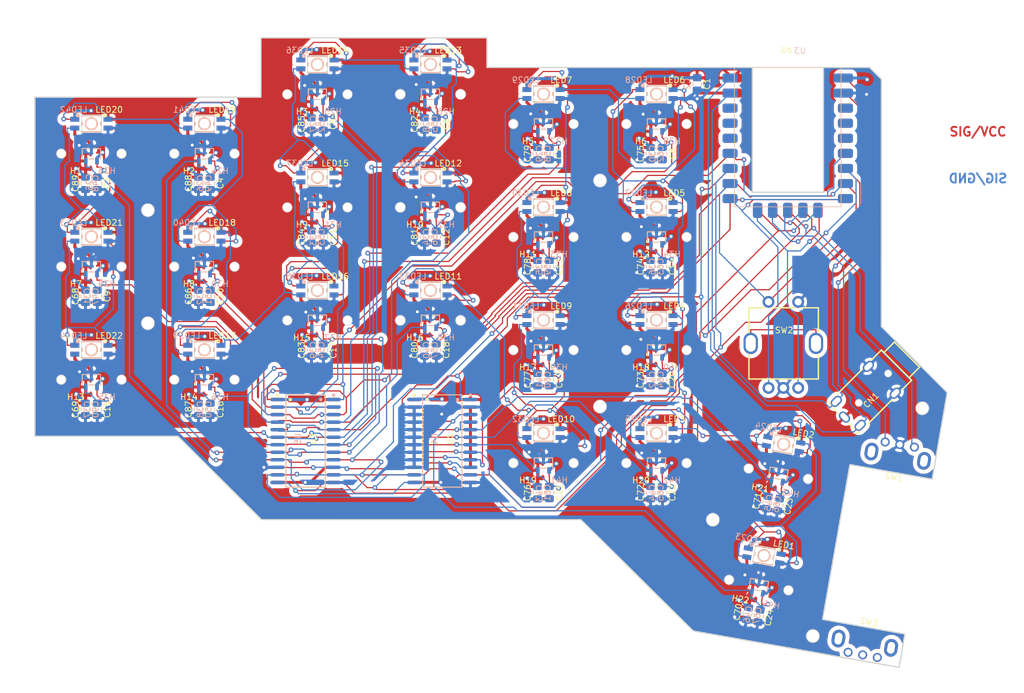
<source format=kicad_pcb>
(kicad_pcb (version 20221018) (generator pcbnew)
  (layers (0 "F.Cu" signal) (1 "In1.Cu" signal) (2 "In2.Cu" signal) (31 "B.Cu" signal) (34 "B.Paste" user) (35 "F.Paste" user) (36 "B.SilkS" user "B.Silkscreen") (37 "F.SilkS" user "F.Silkscreen") (38 "B.Mask" user) (39 "F.Mask" user) (44 "Edge.Cuts" user))
  (net 0 "")
  (net 1 "VCC")
  (net 2 "TX")
  (net 3 "GND")
  (net 4 "RX")
  (net 5 "enco2B")
  (net 6 "enco2A")
  (net 7 "enco1A")
  (net 8 "enco1B")
  (net 9 "unconnected-(SW2-PadEH)")
  (net 10 "A3")
  (net 11 "A4")
  (net 12 "A5")
  (net 13 "A6")
  (net 14 "A7")
  (net 15 "A8")
  (net 16 "A9")
  (net 17 "A10")
  (net 18 "MulControl1")
  (net 19 "MulControl2")
  (net 20 "A11")
  (net 21 "A12")
  (net 22 "A13")
  (net 23 "A14")
  (net 24 "A15")
  (net 25 "A16")
  (net 26 "B1")
  (net 27 "B2")
  (net 28 "MulControl3")
  (net 29 "MulControl4")
  (net 30 "B3")
  (net 31 "B4")
  (net 32 "B5")
  (net 33 "B6")
  (net 34 "A2")
  (net 35 "A1")
  (net 36 "encoderBtn1")
  (net 41 "AIN2")
  (net 46 "AIN1")
  (net 47 "ledDin1")
  (net 48 "ledDin2")
  (net 49 "ledDin3")
  (net 50 "ledDin4")
  (net 51 "ledDin5")
  (net 52 "ledDin6")
  (net 53 "ledDin7")
  (net 54 "ledDin8")
  (net 55 "ledDin9")
  (net 56 "ledDin10")
  (net 57 "ledDin11")
  (net 58 "ledDin12")
  (net 59 "ledDin13")
  (net 60 "ledDin14")
  (net 61 "ledDin15")
  (net 62 "ledDin16")
  (net 63 "ledDin17")
  (net 64 "ledDin18")
  (net 65 "ledDin19")
  (net 66 "ledDin20")
  (net 67 "ledDin21")
  (net 79 "ledDin22")
  (footprint "footprints:SOT-23-3_L2.9-W1.6-P1.90-LS2.8-BR" (layer "F.Cu") (at 78.402 99.299)
    (fp_text reference "H13")
    (fp_text value "HX6659ISO-B")
  )
  (footprint "Capacitor_SMD:C_0805_2012Metric_Pad1.18x1.45mm_HandSolder" (layer "F.Cu") (at 98.452 85.249 -90)
    (fp_text reference "C10")
    (fp_text value "C")
  )
  (footprint "Capacitor_SMD:C_0805_2012Metric_Pad1.18x1.45mm_HandSolder" (layer "F.Cu") (at 155.602 99.299 -90)
    (fp_text reference "C19")
    (fp_text value "C")
  )
  (footprint "Capacitor_SMD:C_0805_2012Metric_Pad1.18x1.45mm_HandSolder" (layer "F.Cu") (at 115.502 75.249 90)
    (fp_text reference "C84")
    (fp_text value "C")
  )
  (footprint "footprints:SOT-23-3_L2.9-W1.6-P1.90-LS2.8-BR" (layer "F.Cu") (at 97.452 99.299)
    (fp_text reference "H14")
    (fp_text value "HX6659ISO-B")
  )
  (footprint "Capacitor_SMD:C_0805_2012Metric_Pad1.18x1.45mm_HandSolder" (layer "F.Cu") (at 134.552 56.199 90)
    (fp_text reference "C82")
    (fp_text value "C")
  )
  (footprint "Capacitor_SMD:C_0805_2012Metric_Pad1.18x1.45mm_HandSolder" (layer "F.Cu") (at 134.552 75.249 90)
    (fp_text reference "C81")
    (fp_text value "C")
  )
  (footprint "Capacitor_SMD:C_0805_2012Metric_Pad1.18x1.45mm_HandSolder" (layer "F.Cu") (at 172.652 118.349 90)
    (fp_text reference "C72")
    (fp_text value "C")
  )
  (footprint "footprints:SOT-23-3_L2.9-W1.6-P1.90-LS2.8-BR" (layer "F.Cu") (at 78.402 61.199)
    (fp_text reference "H1")
    (fp_text value "HX6659ISO-B")
  )
  (footprint "footprints:SOT-23-3_L2.9-W1.6-P1.90-LS2.8-BR" (layer "F.Cu") (at 135.552 51.199)
    (fp_text reference "H4")
    (fp_text value "HX6659ISO-B")
  )
  (footprint "footprints:LED-SMD_L3.2-W2.8-TR" (layer "F.Cu") (at 97.452 94.249)
    (fp_text reference "LED17")
    (fp_text value "SK6812MINI-E_C5149201")
  )
  (footprint "Capacitor_SMD:C_0805_2012Metric_Pad1.18x1.45mm_HandSolder" (layer "F.Cu") (at 153.602 61.199 90)
    (fp_text reference "C79")
    (fp_text value "C")
  )
  (footprint "footprints:SOIC-24_L15.4-W7.5-P1.27-LS10.3-BL" (layer "F.Cu") (at 114.502 109.629 -90)
    (fp_text reference "U2")
    (fp_text value "CD74HC4067M96")
  )
  (footprint "footprints:LED-SMD_L3.2-W2.8-TR" (layer "F.Cu") (at 116.502 65.199)
    (fp_text reference "LED15")
    (fp_text value "SK6812MINI-E_C5149201")
  )
  (footprint "Capacitor_SMD:C_0805_2012Metric_Pad1.18x1.45mm_HandSolder" (layer "F.Cu") (at 136.552 56.199 -90)
    (fp_text reference "C6")
    (fp_text value "C")
  )
  (footprint "Capacitor_SMD:C_0805_2012Metric_Pad1.18x1.45mm_HandSolder" (layer "F.Cu") (at 194.25 120.35 -100)
    (fp_text reference "C23")
    (fp_text value "C")
  )
  (footprint "footprints:LED-SMD_L3.2-W2.8-TR" (layer "F.Cu") (at 173.652 89.249)
    (fp_text reference "LED4")
    (fp_text value "SK6812MINI-E_C5149201")
  )
  (footprint "Capacitor_SMD:C_0805_2012Metric_Pad1.18x1.45mm_HandSolder" (layer "F.Cu") (at 77.402 104.299 90)
    (fp_text reference "C69")
    (fp_text value "C")
  )
  (footprint "footprints:RP2040-Zero-outer" (layer "F.Cu") (at 195.774 58.4)
    (fp_text reference "U6")
    (fp_text value "RP2040-Zero")
  )
  (footprint "footprints:LED-SMD_L3.2-W2.8-TR" (layer "F.Cu") (at 116.502 84.249)
    (fp_text reference "LED16")
    (fp_text value "SK6812MINI-E_C5149201")
  )
  (footprint "footprints:LED-SMD_L3.2-W2.8-TR" (layer "F.Cu") (at 78.402 75.199)
    (fp_text reference "LED21")
    (fp_text value "SK6812MINI-E_C5149201")
  )
  (footprint "Capacitor_SMD:C_0805_2012Metric_Pad1.18x1.45mm_HandSolder" (layer "F.Cu") (at 98.452 104.299 -90)
    (fp_text reference "C16")
    (fp_text value "C")
  )
  (footprint "footprints:SOT-23-3_L2.9-W1.6-P1.90-LS2.8-BR" (layer "F.Cu") (at 154.602 56.199)
    (fp_text reference "H5")
    (fp_text value "HX6659ISO-B")
  )
  (footprint "Capacitor_SMD:C_0805_2012Metric_Pad1.18x1.45mm_HandSolder" (layer "F.Cu") (at 153.602 99.299 90)
    (fp_text reference "C77")
    (fp_text value "C")
  )
  (footprint "Capacitor_SMD:C_0805_2012Metric_Pad1.18x1.45mm_HandSolder" (layer "F.Cu") (at 136.552 75.249 -90)
    (fp_text reference "C12")
    (fp_text value "C")
  )
  (footprint "footprints:SW-TH_EC11NXXXX" (layer "F.Cu") (at 195.132 93.179)
    (fp_text reference "SW2")
    (fp_text value "EC11N1520401")
  )
  (footprint "footprints:SOT-23-3_L2.9-W1.6-P1.90-LS2.8-BR" (layer "F.Cu") (at 97.452 80.249)
    (fp_text reference "H8")
    (fp_text value "HX6659ISO-B")
  )
  (footprint "footprints:LED-SMD_L3.2-W2.8-TR" (layer "F.Cu") (at 154.602 70.199)
    (fp_text reference "LED8")
    (fp_text value "SK6812MINI-E_C5149201")
  )
  (footprint "Capacitor_SMD:C_0805_2012Metric_Pad1.18x1.45mm_HandSolder" (layer "F.Cu") (at 153.602 80.249 90)
    (fp_text reference "C78")
    (fp_text value "C")
  )
  (footprint "footprints:SOT-23-3_L2.9-W1.6-P1.90-LS2.8-BR" (layer "F.Cu") (at 194.1912 115.151 -10)
    (fp_text reference "H21")
    (fp_text value "HX6659ISO-B")
  )
  (footprint "Capacitor_SMD:C_0805_2012Metric_Pad1.18x1.45mm_HandSolder" (layer "F.Cu") (at 155.602 80.249 -90)
    (fp_text reference "C13")
    (fp_text value "C")
  )
  (footprint "Capacitor_SMD:C_0805_2012Metric_Pad1.18x1.45mm_HandSolder" (layer "F.Cu") (at 134.552 94.299 90)
    (fp_text reference "C80")
    (fp_text value "C")
  )
  (footprint "footprints:LED-SMD_L3.2-W2.8-TR" (layer "F.Cu") (at 135.552 84.249)
    (fp_text reference "LED11")
    (fp_text value "SK6812MINI-E_C5149201")
  )
  (footprint "footprints:SOT-23-3_L2.9-W1.6-P1.90-LS2.8-BR" (layer "F.Cu") (at 173.652 113.349)
    (fp_text reference "H20")
    (fp_text value "HX6659ISO-B")
  )
  (footprint "Capacitor_SMD:C_0805_2012Metric_Pad1.18x1.45mm_HandSolder" (layer "F.Cu") (at 174.652 99.299 -90)
    (fp_text reference "C20")
    (fp_text value "C")
  )
  (footprint "Capacitor_SMD:C_0805_2012Metric_Pad1.18x1.45mm_HandSolder" (layer "F.Cu") (at 174.652 118.349 -90)
    (fp_text reference "C22")
    (fp_text value "C")
  )
  (footprint "footprints:AUDIO-TH_HOOYA_PJ-322" (layer "F.Cu") (at 208.4836 102.4559 -135)
    (fp_text reference "CN1")
    (fp_text value "PJ-322")
    (fp_circle (center -5.95 0) (end -5.35 0) (stroke (width 0.05)) (fill none) (layer "Edge.Cuts"))
    (fp_circle (center 1.05 0) (end 1.65 0) (stroke (width 0.05)) (fill none) (layer "Edge.Cuts"))
  )
  (footprint "footprints:LED-SMD_L3.2-W2.8-TR" (layer "F.Cu") (at 154.602 108.299)
    (fp_text reference "LED10")
    (fp_text value "SK6812MINI-E_C5149201")
  )
  (footprint "footprints:LED-SMD_L3.2-W2.8-TR" (layer "F.Cu") (at 173.652 108.299)
    (fp_text reference "LED3")
    (fp_text value "SK6812MINI-E_C5149201")
  )
  (footprint "Capacitor_SMD:C_0805_2012Metric_Pad1.18x1.45mm_HandSolder" (layer "F.Cu") (at 189 138.75 80)
    (fp_text reference "C70")
    (fp_text value "C")
  )
  (footprint "Capacitor_SMD:C_0805_2012Metric_Pad1.18x1.45mm_HandSolder" (layer "F.Cu") (at 117.502 94.299 -90)
    (fp_text reference "C17")
    (fp_text value "C")
  )
  (footprint "Capacitor_SMD:C_0805_2012Metric_Pad1.18x1.45mm_HandSolder" (layer "F.Cu") (at 174.652 80.249 -90)
    (fp_text reference "C14")
    (fp_text value "C")
  )
  (footprint "Capacitor_SMD:C_0805_2012Metric_Pad1.18x1.45mm_HandSolder" (layer "F.Cu") (at 180.5 49.4375 -90)
    (fp_text reference "C1")
    (fp_text value "C")
  )
  (footprint "footprints:SOT-23-3_L2.9-W1.6-P1.90-LS2.8-BR" (layer "F.Cu") (at 116.502 51.199)
    (fp_text reference "H3")
    (fp_text value "HX6659ISO-B")
  )
  (footprint "footprints:SOT-23-3_L2.9-W1.6-P1.90-LS2.8-BR" (layer "F.Cu") (at 135.552 89.299)
    (fp_text reference "H16")
    (fp_text value "HX6659ISO-B")
  )
  (footprint "footprints:LED-SMD_L3.2-W2.8-TR" (layer "F.Cu") (at 173.652 70.199)
    (fp_text reference "LED5")
    (fp_text value "SK6812MINI-E_C5149201")
  )
  (footprint "Capacitor_SMD:C_0805_2012Metric_Pad1.18x1.45mm_HandSolder" (layer "F.Cu") (at 155.602 61.199 -90)
    (fp_text reference "C7")
    (fp_text value "C")
  )
  (footprint "Capacitor_SMD:C_0805_2012Metric_Pad1.18x1.45mm_HandSolder" (layer "F.Cu") (at 172.652 99.299 90)
    (fp_text reference "C73")
    (fp_text value "C")
  )
  (footprint "footprints:LED-SMD_L3.2-W2.8-TR" (layer "F.Cu") (at 191.7638 128.9417 -10)
    (fp_text reference "LED1")
    (fp_text value "SK6812MINI-E_C5149201")
  )
  (footprint "Capacitor_SMD:C_0805_2012Metric_Pad1.18x1.45mm_HandSolder" (layer "F.Cu") (at 155.602 118.3125 -90)
    (fp_text reference "C21")
    (fp_text value "C")
  )
  (footprint "Capacitor_SMD:C_0805_2012Metric_Pad1.18x1.45mm_HandSolder" (layer "F.Cu") (at 77.402 66.199 90)
    (fp_text reference "C89")
    (fp_text value "C")
  )
  (footprint "Capacitor_SMD:C_0805_2012Metric_Pad1.18x1.45mm_HandSolder" (layer "F.Cu") (at 79.402 104.299 -90)
    (fp_text reference "C15")
    (fp_text value "C")
  )
  (footprint "footprints:LED-SMD_L3.2-W2.8-TR" (layer "F.Cu") (at 195.0635 110.179 -10)
    (fp_text reference "LED2")
    (fp_text value "SK6812MINI-E_C5149201")
  )
  (footprint "footprints:LED-SMD_L3.2-W2.8-TR" (layer "F.Cu") (at 154.602 89.249)
    (fp_text reference "LED9")
    (fp_text value "SK6812MINI-E_C5149201")
  )
  (footprint "footprints:SOT-23-3_L2.9-W1.6-P1.90-LS2.8-BR" (layer "F.Cu") (at 173.652 75.249)
    (fp_text reference "H12")
    (fp_text value "HX6659ISO-B")
  )
  (footprint "footprints:LED-SMD_L3.2-W2.8-TR" (layer "F.Cu") (at 78.402 56.149)
    (fp_text reference "LED20")
    (fp_text value "SK6812MINI-E_C5149201")
  )
  (footprint "Capacitor_SMD:C_0805_2012Metric_Pad1.18x1.45mm_HandSolder" (layer "F.Cu") (at 115.502 94.299 90)
    (fp_text reference "C83")
    (fp_text value "C")
  )
  (footprint "Capacitor_SMD:C_0805_2012Metric_Pad1.18x1.45mm_HandSolder" (layer "F.Cu") (at 174.652 61.199 -90)
    (fp_text reference "C8")
    (fp_text value "C")
  )
  (footprint "footprints:SOT-23-3_L2.9-W1.6-P1.90-LS2.8-BR" (layer "F.Cu") (at 154.602 94.299)
    (fp_text reference "H17")
    (fp_text value "HX6659ISO-B")
  )
  (footprint "Capacitor_SMD:C_0805_2012Metric_Pad1.18x1.45mm_HandSolder" (layer "F.Cu") (at 115.502 56.199 90)
    (fp_text reference "C85")
    (fp_text value "C")
  )
  (footprint "Capacitor_SMD:C_0805_2012Metric_Pad1.18x1.45mm_HandSolder" (layer "F.Cu") (at 153.602 118.349 90)
    (fp_text reference "C76")
    (fp_text value "C")
  )
  (footprint "Capacitor_SMD:C_0805_2012Metric_Pad1.18x1.45mm_HandSolder" (layer "F.Cu") (at 190.95 139.1 -100)
    (fp_text reference "C24")
    (fp_text value "C")
  )
  (footprint "footprints:SOT-23-3_L2.9-W1.6-P1.90-LS2.8-BR" (layer "F.Cu") (at 154.602 113.349)
    (fp_text reference "H19")
    (fp_text value "HX6659ISO-B")
  )
  (footprint "footprints:LED-SMD_L3.2-W2.8-TR" (layer "F.Cu") (at 135.552 46.149)
    (fp_text reference "LED13")
    (fp_text value "SK6812MINI-E_C5149201")
  )
  (footprint "Capacitor_SMD:C_0805_2012Metric_Pad1.18x1.45mm_HandSolder" (layer "F.Cu") (at 136.552 94.299 -90)
    (fp_text reference "C18")
    (fp_text value "C")
  )
  (footprint "footprints:SOT-23-3_L2.9-W1.6-P1.90-LS2.8-BR" (layer "F.Cu") (at 116.502 70.249)
    (fp_text reference "H9")
    (fp_text value "HX6659ISO-B")
  )
  (footprint "footprints:SOT-23-3_L2.9-W1.6-P1.90-LS2.8-BR" (layer "F.Cu") (at 154.602 75.249)
    (fp_text reference "H11")
    (fp_text value "HX6659ISO-B")
  )
  (footprint "footprints:LED-SMD_L3.2-W2.8-TR" (layer "F.Cu") (at 97.452 56.149)
    (fp_text reference "LED19")
    (fp_text value "SK6812MINI-E_C5149201")
  )
  (footprint "footprints:LED-SMD_L3.2-W2.8-TR" (layer "F.Cu") (at 135.552 65.199)
    (fp_text reference "LED12")
    (fp_text value "SK6812MINI-E_C5149201")
  )
  (footprint "Capacitor_SMD:C_0805_2012Metric_Pad1.18x1.45mm_HandSolder" (layer "F.Cu") (at 172.652 61.199 90)
    (fp_text reference "C75")
    (fp_text value "C")
  )
  (footprint "Capacitor_SMD:C_0805_2012Metric_Pad1.18x1.45mm_HandSolder" (layer "F.Cu") (at 79.402 85.249 -90)
    (fp_text reference "C9")
    (fp_text value "C")
  )
  (footprint "footprints:SOT-23-3_L2.9-W1.6-P1.90-LS2.8-BR" (layer "F.Cu") (at 97.452 61.199)
    (fp_text reference "H2")
    (fp_text value "HX6659ISO-B")
  )
  (footprint "footprints:LED-SMD_L3.2-W2.8-TR" (layer "F.Cu") (at 173.652 51.149)
    (fp_text reference "LED6")
    (fp_text value "SK6812MINI-E_C5149201")
  )
  (footprint "Capacitor_SMD:C_0805_2012Metric_Pad1.18x1.45mm_HandSolder" (layer "F.Cu") (at 117.502 75.249 -90)
    (fp_text reference "C11")
    (fp_text value "C")
  )
  (footprint "Capacitor_SMD:C_0805_2012Metric_Pad1.18x1.45mm_HandSolder" (layer "F.Cu") (at 172.652 80.249 90)
    (fp_text reference "C74")
    (fp_text value "C")
  )
  (footprint "footprints:LED-SMD_L3.2-W2.8-TR" (layer "F.Cu") (at 78.402 94.249)
    (fp_text reference "LED22")
    (fp_text value "SK6812MINI-E_C5149201")
  )
  (footprint "footprints:SOT-23-3_L2.9-W1.6-P1.90-LS2.8-BR" (layer "F.Cu") (at 173.652 94.299)
    (fp_text reference "H18")
    (fp_text value "HX6659ISO-B")
  )
  (footprint "Capacitor_SMD:C_0805_2012Metric_Pad1.18x1.45mm_HandSolder" (layer "F.Cu") (at 96.452 104.299 90)
    (fp_text reference "C87")
    (fp_text value "C")
  )
  (footprint "footprints:MouseEncoder" (layer "F.Cu") (at 208.7529 143.7093 -10)
    (fp_text reference "SW3")
    (fp_text value "~")
  )
  (footprint "footprints:LED-SMD_L3.2-W2.8-TR" (layer "F.Cu") (at 97.452 75.199)
    (fp_text reference "LED18")
    (fp_text value "SK6812MINI-E_C5149201")
  )
  (footprint "footprints:SOT-23-3_L2.9-W1.6-P1.90-LS2.8-BR" (layer "F.Cu") (at 135.552 70.249)
    (fp_text reference "H10")
    (fp_text value "HX6659ISO-B")
  )
  (footprint "footprints:SOIC-24_L15.4-W7.5-P1.27-LS10.3-BL" (layer "F.Cu") (at 137.552 109.629 -90)
    (fp_text reference "U1")
    (fp_text value "CD74HC4067M96")
  )
  (footprint "Capacitor_SMD:C_0805_2012Metric_Pad1.18x1.45mm_HandSolder" (layer "F.Cu") (at 96.452 66.199 90)
    (fp_text reference "C88")
    (fp_text value "C")
  )
  (footprint "Capacitor_SMD:C_0805_2012Metric_Pad1.18x1.45mm_HandSolder" (layer "F.Cu") (at 77.402 85.249 90)
    (fp_text reference "C68")
    (fp_text value "C")
  )
  (footprint "footprints:SOT-23-3_L2.9-W1.6-P1.90-LS2.8-BR" (layer "F.Cu") (at 116.502 89.299)
    (fp_text reference "H15")
    (fp_text value "HX6659ISO-B")
  )
  (footprint "Capacitor_SMD:C_0805_2012Metric_Pad1.18x1.45mm_HandSolder" (layer "F.Cu") (at 117.502 56.199 -90)
    (fp_text reference "C5")
    (fp_text value "C")
  )
  (footprint "footprints:SOT-23-3_L2.9-W1.6-P1.90-LS2.8-BR" (layer "F.Cu") (at 190.8832 133.9116 -10)
    (fp_text reference "H22")
    (fp_text value "HX6659ISO-B")
  )
  (footprint "footprints:MouseEncoder" (layer "F.Cu") (at 214.3096 112.1954 170)
    (fp_text reference "SW1")
    (fp_text value "~")
  )
  (footprint "footprints:LED-SMD_L3.2-W2.8-TR" (layer "F.Cu") (at 154.602 51.149)
    (fp_text reference "LED7")
    (fp_text value "SK6812MINI-E_C5149201")
  )
  (footprint "Capacitor_SMD:C_0805_2012Metric_Pad1.18x1.45mm_HandSolder" (layer "F.Cu") (at 96.452 85.249 90)
    (fp_text reference "C86")
    (fp_text value "C")
  )
  (footprint "Capacitor_SMD:C_0805_2012Metric_Pad1.18x1.45mm_HandSolder" (layer "F.Cu") (at 98.452 66.199 -90)
    (fp_text reference "C4")
    (fp_text value "C")
  )
  (footprint "footprints:SOT-23-3_L2.9-W1.6-P1.90-LS2.8-BR" (layer "F.Cu") (at 173.652 56.199)
    (fp_text reference "H6")
    (fp_text value "HX6659ISO-B")
  )
  (footprint "Capacitor_SMD:C_0805_2012Metric_Pad1.18x1.45mm_HandSolder" (layer "F.Cu") (at 192.3 120 80)
    (fp_text reference "C71")
    (fp_text value "C")
  )
  (footprint "footprints:LED-SMD_L3.2-W2.8-TR" (layer "F.Cu") (at 116.502 46.149)
    (fp_text reference "LED14")
    (fp_text value "SK6812MINI-E_C5149201")
  )
  (footprint "footprints:SOT-23-3_L2.9-W1.6-P1.90-LS2.8-BR" (layer "F.Cu") (at 78.402 80.249)
    (fp_text reference "H7")
    (fp_text value "HX6659ISO-B")
  )
  (footprint "Capacitor_SMD:C_0805_2012Metric_Pad1.18x1.45mm_HandSolder" (layer "F.Cu") (at 79.402 66.199 -90)
    (fp_text reference "C3")
    (fp_text value "C")
  )
  (footprint "footprints:LED-SMD_L3.2-W2.8-TR" (layer "B.Cu") (at 135.552 46.149 180)
    (fp_text reference "LED35")
    (fp_text value "SK6812MINI-E_C5149201")
  )
  (footprint "footprints:SOT-23-3_L2.9-W1.6-P1.90-LS2.8-BR" (layer "B.Cu") (at 135.552 89.299 180)
    (fp_text reference "H38")
    (fp_text value "HX6659ISO-B")
  )
  (footprint "footprints:LED-SMD_L3.2-W2.8-TR" (layer "B.Cu") (at 78.402 75.199 180)
    (fp_text reference "LED43")
    (fp_text value "SK6812MINI-E_C5149201")
  )
  (footprint "footprints:SOIC-24_L15.4-W7.5-P1.27-LS10.3-BL" (layer "B.Cu") (at 137.552 109.629 -90)
    (fp_text reference "U4")
    (fp_text value "CD74HC4067M96")
  )
  (footprint "Capacitor_SMD:C_0805_2012Metric_Pad1.18x1.45mm_HandSolder" (layer "B.Cu") (at 174.652 61.199 -90)
    (fp_text reference "C30")
    (fp_text value "C")
  )
  (footprint "Capacitor_SMD:C_0805_2012Metric_Pad1.18x1.45mm_HandSolder" (layer "B.Cu") (at 117.502 75.249 -90)
    (fp_text reference "C33")
    (fp_text value "C")
  )
  (footprint "Capacitor_SMD:C_0805_2012Metric_Pad1.18x1.45mm_HandSolder" (layer "B.Cu") (at 174.652 99.299 -90)
    (fp_text reference "C42")
    (fp_text value "C")
  )
  (footprint "footprints:SOT-23-3_L2.9-W1.6-P1.90-LS2.8-BR" (layer "B.Cu") (at 173.652 56.199 180)
    (fp_text reference "H28")
    (fp_text value "HX6659ISO-B")
  )
  (footprint "Capacitor_SMD:C_0805_2012Metric_Pad1.18x1.45mm_HandSolder" (layer "B.Cu") (at 98.452 85.249 -90)
    (fp_text reference "C32")
    (fp_text value "C")
  )
  (footprint "footprints:SOT-23-3_L2.9-W1.6-P1.90-LS2.8-BR" (layer "B.Cu") (at 173.652 75.249 180)
    (fp_text reference "H34")
    (fp_text value "HX6659ISO-B")
  )
  (footprint "Capacitor_SMD:C_0805_2012Metric_Pad1.18x1.45mm_HandSolder" (layer "B.Cu") (at 96.452 104.299 90)
    (fp_text reference "C50")
    (fp_text value "C")
  )
  (footprint "Capacitor_SMD:C_0805_2012Metric_Pad1.18x1.45mm_HandSolder" (layer "B.Cu") (at 192.3 120 80)
    (fp_text reference "C66")
    (fp_text value "C")
  )
  (footprint "Capacitor_SMD:C_0805_2012Metric_Pad1.18x1.45mm_HandSolder" (layer "B.Cu") (at 190.95 139.1 -100)
    (fp_text reference "C46")
    (fp_text value "C")
  )
  (footprint "Capacitor_SMD:C_0805_2012Metric_Pad1.18x1.45mm_HandSolder" (layer "B.Cu") (at 172.652 61.199 90)
    (fp_text reference "C62")
    (fp_text value "C")
  )
  (footprint "footprints:SOT-23-3_L2.9-W1.6-P1.90-LS2.8-BR" (layer "B.Cu") (at 97.452 80.249 180)
    (fp_text reference "H30")
    (fp_text value "HX6659ISO-B")
  )
  (footprint "footprints:LED-SMD_L3.2-W2.8-TR" (layer "B.Cu") (at 116.502 84.249 180)
    (fp_text reference "LED38")
    (fp_text value "SK6812MINI-E_C5149201")
  )
  (footprint "Capacitor_SMD:C_0805_2012Metric_Pad1.18x1.45mm_HandSolder" (layer "B.Cu") (at 79.402 85.249 -90)
    (fp_text reference "C31")
    (fp_text value "C")
  )
  (footprint "footprints:SOT-23-3_L2.9-W1.6-P1.90-LS2.8-BR" (layer "B.Cu") (at 78.402 99.299 180)
    (fp_text reference "H35")
    (fp_text value "HX6659ISO-B")
  )
  (footprint "Capacitor_SMD:C_0805_2012Metric_Pad1.18x1.45mm_HandSolder" (layer "B.Cu") (at 98.452 66.199 -90)
    (fp_text reference "C26")
    (fp_text value "C")
  )
  (footprint "footprints:LED-SMD_L3.2-W2.8-TR" (layer "B.Cu") (at 116.502 46.149 180)
    (fp_text reference "LED36")
    (fp_text value "SK6812MINI-E_C5149201")
  )
  (footprint "Capacitor_SMD:C_0805_2012Metric_Pad1.18x1.45mm_HandSolder" (layer "B.Cu") (at 174.652 80.249 -90)
    (fp_text reference "C36")
    (fp_text value "C")
  )
  (footprint "Capacitor_SMD:C_0805_2012Metric_Pad1.18x1.45mm_HandSolder" (layer "B.Cu") (at 79.402 104.299 -90)
    (fp_text reference "C37")
    (fp_text value "C")
  )
  (footprint "footprints:SOT-23-3_L2.9-W1.6-P1.90-LS2.8-BR" (layer "B.Cu") (at 154.602 56.199 180)
    (fp_text reference "H27")
    (fp_text value "HX6659ISO-B")
  )
  (footprint "Capacitor_SMD:C_0805_2012Metric_Pad1.18x1.45mm_HandSolder" (layer "B.Cu") (at 115.502 75.249 90)
    (fp_text reference "C53")
    (fp_text value "C")
  )
  (footprint "Capacitor_SMD:C_0805_2012Metric_Pad1.18x1.45mm_HandSolder" (layer "B.Cu") (at 134.552 56.199 90)
    (fp_text reference "C55")
    (fp_text value "C")
  )
  (footprint "Capacitor_SMD:C_0805_2012Metric_Pad1.18x1.45mm_HandSolder" (layer "B.Cu") (at 189 138.75 80)
    (fp_text reference "C67")
    (fp_text value "C")
  )
  (footprint "footprints:LED-SMD_L3.2-W2.8-TR" (layer "B.Cu") (at 97.452 56.149 180)
    (fp_text reference "LED41")
    (fp_text value "SK6812MINI-E_C5149201")
  )
  (footprint "footprints:SOT-23-3_L2.9-W1.6-P1.90-LS2.8-BR" (layer "B.Cu") (at 154.602 113.349 180)
    (fp_text reference "H41")
    (fp_text value "HX6659ISO-B")
  )
  (footprint "footprints:LED-SMD_L3.2-W2.8-TR" (layer "B.Cu") (at 78.402 94.249 180)
    (fp_text reference "LED44")
    (fp_text value "SK6812MINI-E_C5149201")
  )
  (footprint "Capacitor_SMD:C_0805_2012Metric_Pad1.18x1.45mm_HandSolder" (layer "B.Cu") (at 96.452 85.249 90)
    (fp_text reference "C51")
    (fp_text value "C")
  )
  (footprint "Capacitor_SMD:C_0805_2012Metric_Pad1.18x1.45mm_HandSolder" (layer "B.Cu") (at 96.452 66.199 90)
    (fp_text reference "C49")
    (fp_text value "C")
  )
  (footprint "footprints:SOT-23-3_L2.9-W1.6-P1.90-LS2.8-BR" (layer "B.Cu") (at 173.652 94.299 180)
    (fp_text reference "H40")
    (fp_text value "HX6659ISO-B")
  )
  (footprint "footprints:SOIC-24_L15.4-W7.5-P1.27-LS10.3-BL" (layer "B.Cu") (at 114.502 109.629 -90)
    (fp_text reference "U5")
    (fp_text value "CD74HC4067M96")
  )
  (footprint "Capacitor_SMD:C_0805_2012Metric_Pad1.18x1.45mm_HandSolder" (layer "B.Cu") (at 172.652 99.299 90)
    (fp_text reference "C64")
    (fp_text value "C")
  )
  (footprint "footprints:LED-SMD_L3.2-W2.8-TR" (layer "B.Cu") (at 135.552 65.199 180)
    (fp_text reference "LED34")
    (fp_text value "SK6812MINI-E_C5149201")
  )
  (footprint "Capacitor_SMD:C_0805_2012Metric_Pad1.18x1.45mm_HandSolder" (layer "B.Cu") (at 98.452 104.299 -90)
    (fp_text reference "C38")
    (fp_text value "C")
  )
  (footprint "footprints:LED-SMD_L3.2-W2.8-TR" (layer "B.Cu") (at 154.602 70.199 180)
    (fp_text reference "LED30")
    (fp_text value "SK6812MINI-E_C5149201")
  )
  (footprint "Capacitor_SMD:C_0805_2012Metric_Pad1.18x1.45mm_HandSolder" (layer "B.Cu") (at 174.652 118.349 -90)
    (fp_text reference "C44")
    (fp_text value "C")
  )
  (footprint "Capacitor_SMD:C_0805_2012Metric_Pad1.18x1.45mm_HandSolder" (layer "B.Cu") (at 77.402 85.249 90)
    (fp_text reference "C47")
    (fp_text value "C")
  )
  (footprint "footprints:SOT-23-3_L2.9-W1.6-P1.90-LS2.8-BR" (layer "B.Cu") (at 97.452 61.199 180)
    (fp_text reference "H24")
    (fp_text value "HX6659ISO-B")
  )
  (footprint "footprints:LED-SMD_L3.2-W2.8-TR" (layer "B.Cu") (at 191.7633 128.9425 170)
    (fp_text reference "LED23")
    (fp_text value "SK6812MINI-E_C5149201")
  )
  (footprint "footprints:LED-SMD_L3.2-W2.8-TR" (layer "B.Cu") (at 173.652 89.249 180)
    (fp_text reference "LED26")
    (fp_text value "SK6812MINI-E_C5149201")
  )
  (footprint "Capacitor_SMD:C_0805_2012Metric_Pad1.18x1.45mm_HandSolder" (layer "B.Cu") (at 153.602 61.199 90)
    (fp_text reference "C58")
    (fp_text value "C")
  )
  (footprint "Capacitor_SMD:C_0805_2012Metric_Pad1.18x1.45mm_HandSolder" (layer "B.Cu") (at 153.602 80.249 90)
    (fp_text reference "C59")
    (fp_text value "C")
  )
  (footprint "footprints:SOT-23-3_L2.9-W1.6-P1.90-LS2.8-BR" (layer "B.Cu") (at 116.502 70.249 180)
    (fp_text reference "H31")
    (fp_text value "HX6659ISO-B")
  )
  (footprint "Capacitor_SMD:C_0805_2012Metric_Pad1.18x1.45mm_HandSolder" (layer "B.Cu") (at 77.402 104.299 90)
    (fp_text reference "C90")
    (fp_text value "C")
  )
  (footprint "footprints:LED-SMD_L3.2-W2.8-TR" (layer "B.Cu") (at 135.552 84.249 180)
    (fp_text reference "LED33")
    (fp_text value "SK6812MINI-E_C5149201")
  )
  (footprint "footprints:LED-SMD_L3.2-W2.8-TR" (layer "B.Cu") (at 154.602 89.249 180)
    (fp_text reference "LED31")
    (fp_text value "SK6812MINI-E_C5149201")
  )
  (footprint "footprints:LED-SMD_L3.2-W2.8-TR" (layer "B.Cu") (at 97.452 94.249 180)
    (fp_text reference "LED39")
    (fp_text value "SK6812MINI-E_C5149201")
  )
  (footprint "Capacitor_SMD:C_0805_2012Metric_Pad1.18x1.45mm_HandSolder" (layer "B.Cu") (at 155.602 99.299 -90)
    (fp_text reference "C41")
    (fp_text value "C")
  )
  (footprint "Capacitor_SMD:C_0805_2012Metric_Pad1.18x1.45mm_HandSolder" (layer "B.Cu") (at 117.502 56.199 -90)
    (fp_text reference "C27")
    (fp_text value "C")
  )
  (footprint "footprints:LED-SMD_L3.2-W2.8-TR" (layer "B.Cu") (at 154.602 51.149 180)
    (fp_text reference "LED29")
    (fp_text value "SK6812MINI-E_C5149201")
  )
  (footprint "footprints:SOT-23-3_L2.9-W1.6-P1.90-LS2.8-BR" (layer "B.Cu") (at 194.1912 115.151 170)
    (fp_text reference "H43")
    (fp_text value "HX6659ISO-B")
  )
  (footprint "footprints:SOT-23-3_L2.9-W1.6-P1.90-LS2.8-BR" (layer "B.Cu") (at 154.602 75.249 180)
    (fp_text reference "H33")
    (fp_text value "HX6659ISO-B")
  )
  (footprint "Capacitor_SMD:C_0805_2012Metric_Pad1.18x1.45mm_HandSolder" (layer "B.Cu") (at 136.552 75.249 -90)
    (fp_text reference "C34")
    (fp_text value "C")
  )
  (footprint "footprints:SOT-23-3_L2.9-W1.6-P1.90-LS2.8-BR" (layer "B.Cu") (at 135.552 51.199 180)
    (fp_text reference "H26")
    (fp_text value "HX6659ISO-B")
  )
  (footprint "Capacitor_SMD:C_0805_2012Metric_Pad1.18x1.45mm_HandSolder" (layer "B.Cu") (at 194.25 120.35 -100)
    (fp_text reference "C45")
    (fp_text value "C")
  )
  (footprint "footprints:LED-SMD_L3.2-W2.8-TR" (layer "B.Cu") (at 195.0638 110.1787 170)
    (fp_text reference "LED24")
    (fp_text value "SK6812MINI-E_C5149201")
  )
  (footprint "footprints:SOT-23-3_L2.9-W1.6-P1.90-LS2.8-BR" (layer "B.Cu") (at 116.502 51.199 180)
    (fp_text reference "H25")
    (fp_text value "HX6659ISO-B")
  )
  (footprint "Capacitor_SMD:C_0805_2012Metric_Pad1.18x1.45mm_HandSolder" (layer "B.Cu") (at 136.552 94.299 -90)
    (fp_text reference "C40")
    (fp_text value "C")
  )
  (footprint "Capacitor_SMD:C_0805_2012Metric_Pad1.18x1.45mm_HandSolder" (layer "B.Cu") (at 153.602 99.299 90)
    (fp_text reference "C60")
    (fp_text value "C")
  )
  (footprint "footprints:LED-SMD_L3.2-W2.8-TR" (layer "B.Cu") (at 154.602 108.299 180)
    (fp_text reference "LED32")
    (fp_text value "SK6812MINI-E_C5149201")
  )
  (footprint "Capacitor_SMD:C_0805_2012Metric_Pad1.18x1.45mm_HandSolder" (layer "B.Cu") (at 117.502 94.299 -90)
    (fp_text reference "C39")
    (fp_text value "C")
  )
  (footprint "Capacitor_SMD:C_0805_2012Metric_Pad1.18x1.45mm_HandSolder" (layer "B.Cu") (at 155.602 61.199 -90)
    (fp_text reference "C29")
    (fp_text value "C")
  )
  (footprint "footprints:SOT-23-3_L2.9-W1.6-P1.90-LS2.8-BR" (layer "B.Cu") (at 116.502 89.299 180)
    (fp_text reference "H37")
    (fp_text value "HX6659ISO-B")
  )
  (footprint "footprints:SOT-23-3_L2.9-W1.6-P1.90-LS2.8-BR" (layer "B.Cu") (at 154.602 94.299 180)
    (fp_text reference "H39")
    (fp_text value "HX6659ISO-B")
  )
  (footprint "Capacitor_SMD:C_0805_2012Metric_Pad1.18x1.45mm_HandSolder" (layer "B.Cu") (at 155.602 118.3125 -90)
    (fp_text reference "C43")
    (fp_text value "C")
  )
  (footprint "footprints:SOT-23-3_L2.9-W1.6-P1.90-LS2.8-BR" (layer "B.Cu") (at 190.8832 133.9116 170)
    (fp_text reference "H44")
    (fp_text value "HX6659ISO-B")
  )
  (footprint "Capacitor_SMD:C_0805_2012Metric_Pad1.18x1.45mm_HandSolder" (layer "B.Cu") (at 77.402 66.199 90)
    (fp_text reference "C48")
    (fp_text value "C")
  )
  (footprint "Capacitor_SMD:C_0805_2012Metric_Pad1.18x1.45mm_HandSolder" (layer "B.Cu") (at 180.5 49.4375 -90)
    (fp_text reference "C2")
    (fp_text value "C")
  )
  (footprint "footprints:LED-SMD_L3.2-W2.8-TR" (layer "B.Cu") (at 173.652 108.299 180)
    (fp_text reference "LED25")
    (fp_text value "SK6812MINI-E_C5149201")
  )
  (footprint "Capacitor_SMD:C_0805_2012Metric_Pad1.18x1.45mm_HandSolder" (layer "B.Cu") (at 155.602 80.249 -90)
    (fp_text reference "C35")
    (fp_text value "C")
  )
  (footprint "footprints:LED-SMD_L3.2-W2.8-TR" (layer "B.Cu") (at 173.652 51.149 180)
    (fp_text reference "LED28")
    (fp_text value "SK6812MINI-E_C5149201")
  )
  (footprint "footprints:LED-SMD_L3.2-W2.8-TR" (layer "B.Cu") (at 97.452 75.199 180)
    (fp_text reference "LED40")
    (fp_text value "SK6812MINI-E_C5149201")
  )
  (footprint "footprints:SOT-23-3_L2.9-W1.6-P1.90-LS2.8-BR" (layer "B.Cu") (at 78.402 61.199 180)
    (fp_text reference "H23")
    (fp_text value "HX6659ISO-B")
  )
  (footprint "Capacitor_SMD:C_0805_2012Metric_Pad1.18x1.45mm_HandSolder" (layer "B.Cu") (at 153.602 118.349 90)
    (fp_text reference "C61")
    (fp_text value "C")
  )
  (footprint "Capacitor_SMD:C_0805_2012Metric_Pad1.18x1.45mm_HandSolder" (layer "B.Cu") (at 115.502 56.199 90)
    (fp_text reference "C52")
    (fp_text value "C")
  )
  (footprint "Capacitor_SMD:C_0805_2012Metric_Pad1.18x1.45mm_HandSolder" (layer "B.Cu") (at 172.652 118.349 90)
    (fp_text reference "C65")
    (fp_text value "C")
  )
  (footprint "Capacitor_SMD:C_0805_2012Metric_Pad1.18x1.45mm_HandSolder" (layer "B.Cu") (at 134.552 94.299 90)
    (fp_text reference "C57")
    (fp_text value "C")
  )
  (footprint "Capacitor_SMD:C_0805_2012Metric_Pad1.18x1.45mm_HandSolder" (layer "B.Cu") (at 136.552 56.199 -90)
    (fp_text reference "C28")
    (fp_text value "C")
  )
  (footprint "Capacitor_SMD:C_0805_2012Metric_Pad1.18x1.45mm_HandSolder" (layer "B.Cu") (at 115.502 94.299 90)
    (fp_text reference "C54")
    (fp_text value "C")
  )
  (footprint "footprints:SOT-23-3_L2.9-W1.6-P1.90-LS2.8-BR" (layer "B.Cu") (at 78.402 80.249 180)
    (fp_text reference "H29")
    (fp_text value "HX6659ISO-B")
  )
  (footprint "footprints:SOT-23-3_L2.9-W1.6-P1.90-LS2.8-BR" (layer "B.Cu") (at 135.552 70.249 180)
    (fp_text reference "H32")
    (fp_text value "HX6659ISO-B")
  )
  (footprint "footprints:SOT-23-3_L2.9-W1.6-P1.90-LS2.8-BR" (layer "B.Cu") (at 97.452 99.299 180)
    (fp_text reference "H36")
    (fp_text value "HX6659ISO-B")
  )
  (footprint "Capacitor_SMD:C_0805_2012Metric_Pad1.18x1.45mm_HandSolder" (layer "B.Cu") (at 79.402 66.199 -90)
    (fp_text reference "C25")
    (fp_text value "C")
  )
  (footprint "Capacitor_SMD:C_0805_2012Metric_Pad1.18x1.45mm_HandSolder" (layer "B.Cu") (at 172.652 80.249 90)
    (fp_text reference "C63")
    (fp_text value "C")
  )
  (footprint "footprints:LED-SMD_L3.2-W2.8-TR" (layer "B.Cu") (at 116.502 65.199 180)
    (fp_text reference "LED37")
    (fp_text value "SK6812MINI-E_C5149201")
  )
  (footprint "footprints:LED-SMD_L3.2-W2.8-TR" (layer "B.Cu") (at 173.652 70.199 180)
    (fp_text reference "LED27")
    (fp_text value "SK6812MINI-E_C5149201")
  )
  (footprint "footprints:RP2040-Zero-outer" (layer "B.Cu") (at 195.774 58.4 180)
    (fp_text reference "U3")
    (fp_text value "RP2040-Zero")
  )
  (footprint "footprints:SOT-23-3_L2.9-W1.6-P1.90-LS2.8-BR" (layer "B.Cu") (at 173.652 113.349 180)
    (fp_text reference "H42")
    (fp_text value "HX6659ISO-B")
  )
  (footprint "Capacitor_SMD:C_0805_2012Metric_Pad1.18x1.45mm_HandSolder" (layer "B.Cu") (at 134.552 75.249 90)
    (fp_text reference "C56")
    (fp_text value "C")
  )
  (footprint "footprints:LED-SMD_L3.2-W2.8-TR" (layer "B.Cu") (at 78.402 56.149 180)
    (fp_text reference "LED42")
    (fp_text value "SK6812MINI-E_C5149201")
  )
  (gr_line (start 171.952 52.549) (end 171.952 49.749) (stroke (width 0.1)) (layer "Edge.Cuts"))
  (gr_line (start 193.681064 127.858197) (end 193.194849 130.615659) (stroke (width 0.1)) (layer "Edge.Cuts"))
  (gr_circle (center 140.632 51.199) (end 141.482 51.199) (stroke (width 0.1)) (fill none) (layer "Edge.Cuts"))
  (gr_arc (start 118.202 85.649) (mid 118.172711 85.719711) (end 118.102 85.749) (stroke (width 0.1)) (layer "Edge.Cuts"))
  (gr_circle (center 111.422 51.199) (end 112.222 51.199) (stroke (width 0.1)) (fill none) (layer "Edge.Cuts"))
  (gr_circle (center 111.422 70.249) (end 112.222 70.249) (stroke (width 0.1)) (fill none) (layer "Edge.Cuts"))
  (gr_line (start 145.077 41.674) (end 145.078 46.675) (stroke (width 0.2)) (layer "Edge.Cuts"))
  (gr_line (start 172.052 87.749) (end 175.252 87.749) (stroke (width 0.1)) (layer "Edge.Cuts"))
  (gr_line (start 114.802 66.599) (end 114.802 63.799) (stroke (width 0.1)) (layer "Edge.Cuts"))
  (gr_line (start 118.102 85.749) (end 114.902 85.749) (stroke (width 0.1)) (layer "Edge.Cuts"))
  (gr_arc (start 172.052 109.799) (mid 171.981289 109.769711) (end 171.952 109.699) (stroke (width 0.1)) (layer "Edge.Cuts"))
  (gr_line (start 201.8 46.675) (end 209.555 46.675) (stroke (width 0.2)) (layer "Edge.Cuts"))
  (gr_line (start 171.952 71.599) (end 171.952 68.799) (stroke (width 0.1)) (layer "Edge.Cuts"))
  (gr_line (start 152.902 52.549) (end 152.902 49.749) (stroke (width 0.1)) (layer "Edge.Cuts"))
  (gr_line (start 95.852 54.649) (end 99.052 54.649) (stroke (width 0.1)) (layer "Edge.Cuts"))
  (gr_arc (start 80.002 92.749) (mid 80.072711 92.778289) (end 80.102 92.849) (stroke (width 0.1)) (layer "Edge.Cuts"))
  (gr_line (start 76.802 54.649) (end 80.002 54.649) (stroke (width 0.1)) (layer "Edge.Cuts"))
  (gr_circle (center 92.372 99.299) (end 93.172 99.299) (stroke (width 0.1)) (fill none) (layer "Edge.Cuts"))
  (gr_circle (center 73.322 80.249) (end 74.122 80.249) (stroke (width 0.1)) (fill none) (layer "Edge.Cuts"))
  (gr_arc (start 175.252 106.799) (mid 175.322711 106.828289) (end 175.352 106.899) (stroke (width 0.1)) (layer "Edge.Cuts"))
  (gr_line (start 114.902 44.649) (end 118.102 44.649) (stroke (width 0.1)) (layer "Edge.Cuts"))
  (gr_arc (start 196.899702 108.979625) (mid 196.964252 109.020748) (end 196.980818 109.095471) (stroke (width 0.1)) (layer "Edge.Cuts"))
  (gr_arc (start 76.802 57.649) (mid 76.731289 57.619711) (end 76.702 57.549) (stroke (width 0.1)) (layer "Edge.Cuts"))
  (gr_circle (center 87.928111 70.724281) (end 89.028111 70.724281) (stroke (width 0.1)) (fill none) (layer "Edge.Cuts"))
  (gr_arc (start 175.252 49.649) (mid 175.322711 49.678289) (end 175.352 49.749) (stroke (width 0.1)) (layer "Edge.Cuts"))
  (gr_arc (start 175.352 71.599) (mid 175.322711 71.669711) (end 175.252 71.699) (stroke (width 0.1)) (layer "Edge.Cuts"))
  (gr_line (start 211.544 90.344) (end 222.644194 101.464109) (stroke (width 0.2)) (layer "Edge.Cuts"))
  (gr_arc (start 114.902 66.699) (mid 114.831289 66.669711) (end 114.802 66.599) (stroke (width 0.1)) (layer "Edge.Cuts"))
  (gr_circle (center 164.128111 65.724281) (end 165.228111 65.724281) (stroke (width 0.1)) (fill none) (layer "Edge.Cuts"))
  (gr_arc (start 114.802 82.849) (mid 114.831289 82.778289) (end 114.902 82.749) (stroke (width 0.1)) (layer "Edge.Cuts"))
  (gr_circle (center 83.482 80.249) (end 84.282 80.249) (stroke (width 0.1)) (fill none) (layer "Edge.Cuts"))
  (gr_line (start 156.302 49.749) (end 156.302 52.549) (stroke (width 0.1)) (layer "Edge.Cuts"))
  (gr_arc (start 76.702 73.799) (mid 76.731289 73.728289) (end 76.802 73.699) (stroke (width 0.1)) (layer "Edge.Cuts"))
  (gr_arc (start 133.852 63.799) (mid 133.881289 63.728289) (end 133.952 63.699) (stroke (width 0.1)) (layer "Edge.Cuts"))
  (gr_arc (start 156.302 52.549) (mid 156.272711 52.619711) (end 156.202 52.649) (stroke (width 0.1)) (layer "Edge.Cuts"))
  (gr_line (start 156.302 87.849) (end 156.302 90.649) (stroke (width 0.1)) (layer "Edge.Cuts"))
  (gr_arc (start 76.802 95.749) (mid 76.731289 95.719711) (end 76.702 95.649) (stroke (width 0.1)) (layer "Edge.Cuts"))
  (gr_line (start 99.152 54.749) (end 99.152 57.549) (stroke (width 0.1)) (layer "Edge.Cuts"))
  (gr_line (start 152.902 71.599) (end 152.902 68.799) (stroke (width 0.1)) (layer "Edge.Cuts"))
  (gr_line (start 133.952 63.699) (end 137.152 63.699) (stroke (width 0.1)) (layer "Edge.Cuts"))
  (gr_arc (start 95.852 95.749) (mid 95.781289 95.719711) (end 95.752 95.649) (stroke (width 0.1)) (layer "Edge.Cuts"))
  (gr_line (start 211.555 48.675) (end 211.544 90.344) (stroke (width 0.2)) (layer "Edge.Cuts"))
  (gr_line (start 171.952 90.649) (end 171.952 87.849) (stroke (width 0.1)) (layer "Edge.Cuts"))
  (gr_line (start 68.878111 51.674281) (end 106.978113 51.674281) (stroke (width 0.2)) (layer "Edge.Cuts"))
  (gr_arc (start 76.702 92.849) (mid 76.731289 92.778289) (end 76.802 92.749) (stroke (width 0.1)) (layer "Edge.Cuts"))
  (gr_line (start 193.146256 111.262529) (end 193.632471 108.505067) (stroke (width 0.1)) (layer "Edge.Cuts"))
  (gr_line (start 95.852 92.749) (end 99.052 92.749) (stroke (width 0.1)) (layer "Edge.Cuts"))
  (gr_line (start 137.252 44.749) (end 137.252 47.549) (stroke (width 0.1)) (layer "Edge.Cuts"))
  (gr_arc (start 114.802 63.799) (mid 114.831289 63.728289) (end 114.902 63.699) (stroke (width 0.1)) (layer "Edge.Cuts"))
  (gr_line (start 133.852 47.549) (end 133.852 44.749) (stroke (width 0.1)) (layer "Edge.Cuts"))
  (gr_arc (start 193.227372 111.378375) (mid 193.162821 111.337252) (end 193.146256 111.262529) (stroke (width 0.1)) (layer "Edge.Cuts"))
  (gr_circle (center 149.522 113.349) (end 150.322 113.349) (stroke (width 0.1)) (fill none) (layer "Edge.Cuts"))
  (gr_arc (start 95.852 57.649) (mid 95.781289 57.619711) (end 95.752 57.549) (stroke (width 0.1)) (layer "Edge.Cuts"))
  (gr_circle (center 159.682 94.299) (end 160.482 94.299) (stroke (width 0.1)) (fill none) (layer "Edge.Cuts"))
  (gr_line (start 189.8 67.7) (end 201.8 67.7) (stroke (width 0.2)) (layer "Edge.Cuts"))
  (gr_line (start 152.902 90.649) (end 152.902 87.849) (stroke (width 0.1)) (layer "Edge.Cuts"))
  (gr_line (start 107.061 122.869) (end 92.985 108.824) (stroke (width 0.2)) (layer "Edge.Cuts"))
  (gr_circle (center 189.188367 114.268867) (end 189.988367 114.268867) (stroke (width 0.1)) (fill none) (layer "Edge.Cuts"))
  (gr_arc (start 99.052 92.749) (mid 99.122711 92.778289) (end 99.152 92.849) (stroke (width 0.1)) (layer "Edge.Cuts"))
  (gr_arc (start 153.002 109.799) (mid 152.931289 109.769711) (end 152.902 109.699) (stroke (width 0.1)) (layer "Edge.Cuts"))
  (gr_line (start 118.202 82.849) (end 118.202 85.649) (stroke (width 0.1)) (layer "Edge.Cuts"))
  (gr_line (start 106.978113 51.674281) (end 106.978113 41.67428) (stroke (width 0.2)) (layer "Edge.Cuts"))
  (gr_arc (start 156.202 68.699) (mid 156.272711 68.728289) (end 156.302 68.799) (stroke (width 0.1)) (layer "Edge.Cuts"))
  (gr_line (start 76.802 92.749) (end 80.002 92.749) (stroke (width 0.1)) (layer "Edge.Cuts"))
  (gr_circle (center 185.880367 133.029457) (end 186.680367 133.029457) (stroke (width 0.1)) (fill none) (layer "Edge.Cuts"))
  (gr_arc (start 95.752 73.799) (mid 95.781289 73.728289) (end 95.852 73.699) (stroke (width 0.1)) (layer "Edge.Cuts"))
  (gr_arc (start 80.002 54.649) (mid 80.072711 54.678289) (end 80.102 54.749) (stroke (width 0.1)) (layer "Edge.Cuts"))
  (gr_arc (start 133.952 85.749) (mid 133.881289 85.719711) (end 133.852 85.649) (stroke (width 0.1)) (layer "Edge.Cuts"))
  (gr_circle (center 168.572 113.349) (end 169.372 113.349) (stroke (width 0.1)) (fill none) (layer "Edge.Cuts"))
  (gr_line (start 153.002 87.749) (end 156.202 87.749) (stroke (width 0.1)) (layer "Edge.Cuts"))
  (gr_line (start 156.202 90.749) (end 153.002 90.749) (stroke (width 0.1)) (layer "Edge.Cuts"))
  (gr_line (start 137.252 63.799) (end 137.252 66.599) (stroke (width 0.1)) (layer "Edge.Cuts"))
  (gr_line (start 118.202 63.799) (end 118.202 66.599) (stroke (width 0.1)) (layer "Edge.Cuts"))
  (gr_line (start 76.702 57.549) (end 76.702 54.749) (stroke (width 0.1)) (layer "Edge.Cuts"))
  (gr_arc (start 171.952 106.899) (mid 171.981289 106.828289) (end 172.052 106.799) (stroke (width 0.1)) (layer "Edge.Cuts"))
  (gr_line (start 171.952 109.699) (end 171.952 106.899) (stroke (width 0.1)) (layer "Edge.Cuts"))
  (gr_line (start 137.152 85.749) (end 133.952 85.749) (stroke (width 0.1)) (layer "Edge.Cuts"))
  (gr_line (start 99.052 76.699) (end 95.852 76.699) (stroke (width 0.1)) (layer "Edge.Cuts"))
  (gr_line (start 160.895 122.874) (end 107.061 122.869) (stroke (width 0.2)) (layer "Edge.Cuts"))
  (gr_arc (start 137.152 44.649) (mid 137.222711 44.678289) (end 137.252 44.749) (stroke (width 0.1)) (layer "Edge.Cuts"))
  (gr_line (start 114.802 85.649) (end 114.802 82.849) (stroke (width 0.1)) (layer "Edge.Cuts"))
  (gr_arc (start 172.052 71.699) (mid 171.981289 71.669711) (end 171.952 71.599) (stroke (width 0.1)) (layer "Edge.Cuts"))
  (gr_arc (start 156.302 71.599) (mid 156.272711 71.669711) (end 156.202 71.699) (stroke (width 0.1)) (layer "Edge.Cuts"))
  (gr_line (start 80.002 57.649) (end 76.802 57.649) (stroke (width 0.1)) (layer "Edge.Cuts"))
  (gr_arc (start 118.102 63.699) (mid 118.172711 63.728289) (end 118.202 63.799) (stroke (width 0.1)) (layer "Edge.Cuts"))
  (gr_arc (start 133.952 47.649) (mid 133.881289 47.619711) (end 133.852 47.549) (stroke (width 0.1)) (layer "Edge.Cuts"))
  (gr_line (start 172.052 68.699) (end 175.252 68.699) (stroke (width 0.1)) (layer "Edge.Cuts"))
  (gr_line (start 99.152 92.849) (end 99.152 95.649) (stroke (width 0.1)) (layer "Edge.Cuts"))
  (gr_arc (start 190.332717 127.267793) (mid 190.37384 127.203242) (end 190.448563 127.186677) (stroke (width 0.1)) (layer "Edge.Cuts"))
  (gr_arc (start 175.352 52.549) (mid 175.322711 52.619711) (end 175.252 52.649) (stroke (width 0.1)) (layer "Edge.Cuts"))
  (gr_arc (start 95.752 54.749) (mid 95.781289 54.678289) (end 95.852 54.649) (stroke (width 0.1)) (layer "Edge.Cuts"))
  (gr_line (start 193.079003 130.696775) (end 189.927618 130.141101) (stroke (width 0.1)) (layer "Edge.Cuts"))
  (gr_line (start 214.525831 147.776646) (end 179.856282 141.648856) (stroke (width 0.2)) (layer "Edge.Cuts"))
  (gr_arc (start 137.152 63.699) (mid 137.222711 63.728289) (end 137.252 63.799) (stroke (width 0.1)) (layer "Edge.Cuts"))
  (gr_circle (center 149.522 94.299) (end 150.322 94.299) (stroke (width 0.1)) (fill none) (layer "Edge.Cuts"))
  (gr_arc (start 156.302 90.649) (mid 156.272711 90.719711) (end 156.202 90.749) (stroke (width 0.1)) (layer "Edge.Cuts"))
  (gr_arc (start 99.152 95.649) (mid 99.122711 95.719711) (end 99.052 95.749) (stroke (width 0.1)) (layer "Edge.Cuts"))
  (gr_arc (start 175.352 90.649) (mid 175.322711 90.719711) (end 175.252 90.749) (stroke (width 0.1)) (layer "Edge.Cuts"))
  (gr_line (start 156.302 68.799) (end 156.302 71.599) (stroke (width 0.1)) (layer "Edge.Cuts"))
  (gr_line (start 201.8 46.675) (end 201.8 67.7) (stroke (width 0.2)) (layer "Edge.Cuts"))
  (gr_line (start 80.002 76.699) (end 76.802 76.699) (stroke (width 0.1)) (layer "Edge.Cuts"))
  (gr_circle (center 159.682 56.199) (end 160.482 56.199) (stroke (width 0.1)) (fill none) (layer "Edge.Cuts"))
  (gr_circle (center 178.732 113.349) (end 179.532 113.349) (stroke (width 0.1)) (fill none) (layer "Edge.Cuts"))
  (gr_line (start 76.702 95.649) (end 76.702 92.849) (stroke (width 0.1)) (layer "Edge.Cuts"))
  (gr_arc (start 133.852 82.849) (mid 133.881289 82.778289) (end 133.952 82.749) (stroke (width 0.1)) (layer "Edge.Cuts"))
  (gr_line (start 196.378757 111.934049) (end 193.227372 111.378375) (stroke (width 0.1)) (layer "Edge.Cuts"))
  (gr_arc (start 118.102 44.649) (mid 118.172711 44.678289) (end 118.202 44.749) (stroke (width 0.1)) (layer "Edge.Cuts"))
  (gr_line (start 215.510004 142.162115) (end 214.525831 147.776646) (stroke (width 0.2)) (layer "Edge.Cuts"))
  (gr_arc (start 153.002 52.649) (mid 152.931289 52.619711) (end 152.902 52.549) (stroke (width 0.1)) (layer "Edge.Cuts"))
  (gr_circle (center 102.532 80.249) (end 103.332 80.249) (stroke (width 0.1)) (fill none) (layer "Edge.Cuts"))
  (gr_arc (start 152.902 68.799) (mid 152.931289 68.728289) (end 153.002 68.699) (stroke (width 0.1)) (layer "Edge.Cuts"))
  (gr_circle (center 102.532 99.299) (end 103.332 99.299) (stroke (width 0.1)) (fill none) (layer "Edge.Cuts"))
  (gr_circle (center 130.472 70.249) (end 131.322 70.249) (stroke (width 0.1)) (fill none) (layer "Edge.Cuts"))
  (gr_arc (start 137.252 47.549) (mid 137.222711 47.619711) (end 137.152 47.649) (stroke (width 0.1)) (layer "Edge.Cuts"))
  (gr_circle (center 130.472 51.199) (end 131.322 51.199) (stroke (width 0.1)) (fill none) (layer "Edge.Cuts"))
  (gr_arc (start 99.052 54.649) (mid 99.122711 54.678289) (end 99.152 54.749) (stroke (width 0.1)) (layer "Edge.Cuts"))
  (gr_arc (start 189.927618 130.141101) (mid 189.863067 130.099978) (end 189.846502 130.025255) (stroke (width 0.1)) (layer "Edge.Cuts"))
  (gr_arc (start 137.252 66.599) (mid 137.222711 66.669711) (end 137.152 66.699) (stroke (width 0.1)) (layer "Edge.Cuts"))
  (gr_arc (start 193.599948 127.742351) (mid 193.664498 127.783474) (end 193.681064 127.858197) (stroke (width 0.1)) (layer "Edge.Cuts"))
  (gr_line (start 172.052 49.649) (end 175.252 49.649) (stroke (width 0.1)) (layer "Edge.Cuts"))
  (gr_circle (center 178.732 94.299) (end 179.532 94.299) (stroke (width 0.1)) (fill none) (layer "Edge.Cuts"))
  (gr_line (start 118.102 47.649) (end 114.902 47.649) (stroke (width 0.1)) (layer "Edge.Cuts"))
  (gr_arc (start 196.494603 111.852933) (mid 196.45348 111.917483) (end 196.378757 111.934049) (stroke (width 0.1)) (layer "Edge.Cuts"))
  (gr_circle (center 140.632 70.249) (end 141.482 70.249) (stroke (width 0.1)) (fill none) (layer "Edge.Cuts"))
  (gr_arc (start 99.152 57.549) (mid 99.122711 57.619711) (end 99.052 57.649) (stroke (width 0.1)) (layer "Edge.Cuts"))
  (gr_circle (center 121.582 89.299) (end 122.382 89.299) (stroke (width 0.1)) (fill none) (layer "Edge.Cuts"))
  (gr_circle (center 73.322 99.299) (end 74.122 99.299) (stroke (width 0.1)) (fill none) (layer "Edge.Cuts"))
  (gr_line (start 145.078 46.675) (end 189.8 46.675) (stroke (width 0.2)) (layer "Edge.Cuts"))
  (gr_line (start 193.748317 108.423951) (end 196.899702 108.979625) (stroke (width 0.1)) (layer "Edge.Cuts"))
  (gr_arc (start 153.002 90.749) (mid 152.931289 90.719711) (end 152.902 90.649) (stroke (width 0.1)) (layer "Edge.Cuts"))
  (gr_circle (center 200 142.5) (end 201.1 142.5) (stroke (width 0.1)) (fill none) (layer "Edge.Cuts"))
  (gr_line (start 80.002 95.749) (end 76.802 95.749) (stroke (width 0.1)) (layer "Edge.Cuts"))
  (gr_line (start 175.252 90.749) (end 172.052 90.749) (stroke (width 0.1)) (layer "Edge.Cuts"))
  (gr_arc (start 114.802 44.749) (mid 114.831289 44.678289) (end 114.902 44.649) (stroke (width 0.1)) (layer "Edge.Cuts"))
  (gr_arc (start 118.102 82.749) (mid 118.172711 82.778289) (end 118.202 82.849) (stroke (width 0.1)) (layer "Edge.Cuts"))
  (gr_line (start 118.102 66.699) (end 114.902 66.699) (stroke (width 0.1)) (layer "Edge.Cuts"))
  (gr_line (start 189.8 46.675) (end 189.8 67.7) (stroke (width 0.2)) (layer "Edge.Cuts"))
  (gr_line (start 156.202 109.799) (end 153.002 109.799) (stroke (width 0.1)) (layer "Edge.Cuts"))
  (gr_line (start 175.252 71.699) (end 172.052 71.699) (stroke (width 0.1)) (layer "Edge.Cuts"))
  (gr_line (start 95.752 95.649) (end 95.752 92.849) (stroke (width 0.1)) (layer "Edge.Cuts"))
  (gr_line (start 80.102 54.749) (end 80.102 57.549) (stroke (width 0.1)) (layer "Edge.Cuts"))
  (gr_arc (start 152.902 87.849) (mid 152.931289 87.778289) (end 153.002 87.749) (stroke (width 0.1)) (layer "Edge.Cuts"))
  (gr_arc (start 193.632471 108.505067) (mid 193.673594 108.440516) (end 193.748317 108.423951) (stroke (width 0.1)) (layer "Edge.Cuts"))
  (gr_arc (start 80.102 57.549) (mid 80.072711 57.619711) (end 80.002 57.649) (stroke (width 0.1)) (layer "Edge.Cuts"))
  (gr_line (start 153.002 49.649) (end 156.202 49.649) (stroke (width 0.1)) (layer "Edge.Cuts"))
  (gr_arc (start 118.202 47.549) (mid 118.172711 47.619711) (end 118.102 47.649) (stroke (width 0.1)) (layer "Edge.Cuts"))
  (gr_line (start 189.846502 130.025255) (end 190.332717 127.267793) (stroke (width 0.1)) (layer "Edge.Cuts"))
  (gr_arc (start 175.352 109.699) (mid 175.322711 109.769711) (end 175.252 109.799) (stroke (width 0.1)) (layer "Edge.Cuts"))
  (gr_line (start 99.052 57.649) (end 95.852 57.649) (stroke (width 0.1)) (layer "Edge.Cuts"))
  (gr_circle (center 178.732 75.249) (end 179.532 75.249) (stroke (width 0.1)) (fill none) (layer "Edge.Cuts"))
  (gr_line (start 133.952 44.649) (end 137.152 44.649) (stroke (width 0.1)) (layer "Edge.Cuts"))
  (gr_circle (center 140.632 89.299) (end 141.482 89.299) (stroke (width 0.1)) (fill none) (layer "Edge.Cuts"))
  (gr_circle (center 164.128111 103.824281) (end 165.228111 103.824281) (stroke (width 0.1)) (fill none) (layer "Edge.Cuts"))
  (gr_line (start 95.752 57.549) (end 95.752 54.749) (stroke (width 0.1)) (layer "Edge.Cuts"))
  (gr_line (start 206.244278 113.605428) (end 201.642282 139.702544) (stroke (width 0.2)) (layer "Edge.Cuts"))
  (gr_circle (center 130.472 89.299) (end 131.322 89.299) (stroke (width 0.1)) (fill none) (layer "Edge.Cuts"))
  (gr_circle (center 195.886013 134.793723) (end 196.686013 134.793723) (stroke (width 0.1)) (fill none) (layer "Edge.Cuts"))
  (gr_line (start 99.152 73.799) (end 99.152 76.599) (stroke (width 0.1)) (layer "Edge.Cuts"))
  (gr_line (start 114.802 47.549) (end 114.802 44.749) (stroke (width 0.1)) (layer "Edge.Cuts"))
  (gr_arc (start 118.202 66.599) (mid 118.172711 66.669711) (end 118.102 66.699) (stroke (width 0.1)) (layer "Edge.Cuts"))
  (gr_line (start 80.102 73.799) (end 80.102 76.599) (stroke (width 0.1)) (layer "Edge.Cuts"))
  (gr_circle (center 92.372 80.249) (end 93.172 80.249) (stroke (width 0.1)) (fill none) (layer "Edge.Cuts"))
  (gr_line (start 137.152 66.699) (end 133.952 66.699) (stroke (width 0.1)) (layer "Edge.Cuts"))
  (gr_circle (center 168.572 94.299) (end 169.372 94.299) (stroke (width 0.1)) (fill none) (layer "Edge.Cuts"))
  (gr_circle (center 121.582 51.199) (end 122.382 51.199) (stroke (width 0.1)) (fill none) (layer "Edge.Cuts"))
  (gr_arc (start 133.952 66.699) (mid 133.881289 66.669711) (end 133.852 66.599) (stroke (width 0.1)) (layer "Edge.Cuts"))
  (gr_arc (start 172.052 90.749) (mid 171.981289 90.719711) (end 171.952 90.649) (stroke (width 0.1)) (layer "Edge.Cuts"))
  (gr_circle (center 168.572 75.249) (end 169.372 75.249) (stroke (width 0.1)) (fill none) (layer "Edge.Cuts"))
  (gr_line (start 95.752 76.599) (end 95.752 73.799) (stroke (width 0.1)) (layer "Edge.Cuts"))
  (gr_line (start 137.252 82.849) (end 137.252 85.649) (stroke (width 0.1)) (layer "Edge.Cuts"))
  (gr_line (start 175.252 109.799) (end 172.052 109.799) (stroke (width 0.1)) (layer "Edge.Cuts"))
  (gr_arc (start 171.952 87.849) (mid 171.981289 87.778289) (end 172.052 87.749) (stroke (width 0.1)) (layer "Edge.Cuts"))
  (gr_line (start 220.112 116.065) (end 206.244278 113.605428) (stroke (width 0.2)) (layer "Edge.Cuts"))
  (gr_line (start 190.448563 127.186677) (end 193.599948 127.742351) (stroke (width 0.1)) (layer "Edge.Cuts"))
  (gr_line (start 172.052 106.799) (end 175.252 106.799) (stroke (width 0.1)) (layer "Edge.Cuts"))
  (gr_arc (start 175.252 68.699) (mid 175.322711 68.728289) (end 175.352 68.799) (stroke (width 0.1)) (layer "Edge.Cuts"))
  (gr_arc (start 76.702 54.749) (mid 76.731289 54.678289) (end 76.802 54.649) (stroke (width 0.1)) (layer "Edge.Cuts"))
  (gr_circle (center 73.322 61.199) (end 74.122 61.199) (stroke (width 0.1)) (fill none) (layer "Edge.Cuts"))
  (gr_arc (start 114.902 47.649) (mid 114.831289 47.619711) (end 114.802 47.549) (stroke (width 0.1)) (layer "Edge.Cuts"))
  (gr_line (start 76.802 73.699) (end 80.002 73.699) (stroke (width 0.1)) (layer "Edge.Cuts"))
  (gr_line (start 114.902 63.699) (end 118.102 63.699) (stroke (width 0.1)) (layer "Edge.Cuts"))
  (gr_line (start 201.642282 139.702544) (end 215.510004 142.162115) (stroke (width 0.2)) (layer "Edge.Cuts"))
  (gr_arc (start 175.252 87.749) (mid 175.322711 87.778289) (end 175.352 87.849) (stroke (width 0.1)) (layer "Edge.Cuts"))
  (gr_arc (start 114.902 85.749) (mid 114.831289 85.719711) (end 114.802 85.649) (stroke (width 0.1)) (layer "Edge.Cuts"))
  (gr_circle (center 102.532 61.199) (end 103.332 61.199) (stroke (width 0.1)) (fill none) (layer "Edge.Cuts"))
  (gr_line (start 114.902 82.749) (end 118.102 82.749) (stroke (width 0.1)) (layer "Edge.Cuts"))
  (gr_arc (start 80.102 76.599) (mid 80.072711 76.669711) (end 80.002 76.699) (stroke (width 0.1)) (layer "Edge.Cuts"))
  (gr_line (start 196.980818 109.095471) (end 196.494603 111.852933) (stroke (width 0.1)) (layer "Edge.Cuts"))
  (gr_circle (center 159.682 113.349) (end 160.482 113.349) (stroke (width 0.1)) (fill none) (layer "Edge.Cuts"))
  (gr_line (start 80.102 92.849) (end 80.102 95.649) (stroke (width 0.1)) (layer "Edge.Cuts"))
  (gr_line (start 179.856282 141.648856) (end 160.895 122.874) (stroke (width 0.2)) (layer "Edge.Cuts"))
  (gr_line (start 152.902 109.699) (end 152.902 106.899) (stroke (width 0.1)) (layer "Edge.Cuts"))
  (gr_circle (center 218.454 104.11) (end 219.554 104.11) (stroke (width 0.1)) (fill none) (layer "Edge.Cuts"))
  (gr_circle (center 159.682 75.249) (end 160.482 75.249) (stroke (width 0.1)) (fill none) (layer "Edge.Cuts"))
  (gr_circle (center 199.194013 116.033133) (end 199.994013 116.033133) (stroke (width 0.1)) (fill none) (layer "Edge.Cuts"))
  (gr_line (start 95.852 73.699) (end 99.052 73.699) (stroke (width 0.1)) (layer "Edge.Cuts"))
  (gr_arc (start 171.952 68.799) (mid 171.981289 68.728289) (end 172.052 68.699) (stroke (width 0.1)) (layer "Edge.Cuts"))
  (gr_line (start 153.002 106.799) (end 156.202 106.799) (stroke (width 0.1)) (layer "Edge.Cuts"))
  (gr_line (start 175.352 49.749) (end 175.352 52.549) (stroke (width 0.1)) (layer "Edge.Cuts"))
  (gr_line (start 156.202 52.649) (end 153.002 52.649) (stroke (width 0.1)) (layer "Edge.Cuts"))
  (gr_arc (start 80.102 95.649) (mid 80.072711 95.719711) (end 80.002 95.749) (stroke (width 0.1)) (layer "Edge.Cuts"))
  (gr_line (start 99.052 95.749) (end 95.852 95.749) (stroke (width 0.1)) (layer "Edge.Cuts"))
  (gr_line (start 133.852 66.599) (end 133.852 63.799) (stroke (width 0.1)) (layer "Edge.Cuts"))
  (gr_line (start 211.555 48.675) (end 209.555 46.675) (stroke (width 0.2)) (layer "Edge.Cuts"))
  (gr_line (start 106.978113 41.67428) (end 145.077 41.674) (stroke (width 0.2)) (layer "Edge.Cuts"))
  (gr_arc (start 80.002 73.699) (mid 80.072711 73.728289) (end 80.102 73.799) (stroke (width 0.1)) (layer "Edge.Cuts"))
  (gr_arc (start 95.752 92.849) (mid 95.781289 92.778289) (end 95.852 92.749) (stroke (width 0.1)) (layer "Edge.Cuts"))
  (gr_line (start 153.002 68.699) (end 156.202 68.699) (stroke (width 0.1)) (layer "Edge.Cuts"))
  (gr_line (start 92.985 108.824) (end 68.877 108.824) (stroke (width 0.2)) (layer "Edge.Cuts"))
  (gr_line (start 175.352 106.899) (end 175.352 109.699) (stroke (width 0.1)) (layer "Edge.Cuts"))
  (gr_circle (center 111.422 89.299) (end 112.222 89.299) (stroke (width 0.1)) (fill none) (layer "Edge.Cuts"))
  (gr_arc (start 171.952 49.749) (mid 171.981289 49.678289) (end 172.052 49.649) (stroke (width 0.1)) (layer "Edge.Cuts"))
  (gr_arc (start 99.052 73.699) (mid 99.122711 73.728289) (end 99.152 73.799) (stroke (width 0.1)) (layer "Edge.Cuts"))
  (gr_circle (center 87.928111 89.774281) (end 89.028111 89.774281) (stroke (width 0.1)) (fill none) (layer "Edge.Cuts"))
  (gr_circle (center 149.522 75.249) (end 150.322 75.249) (stroke (width 0.1)) (fill none) (layer "Edge.Cuts"))
  (gr_arc (start 193.194849 130.615659) (mid 193.153726 130.680209) (end 193.079003 130.696775) (stroke (width 0.1)) (layer "Edge.Cuts"))
  (gr_circle (center 168.572 56.199) (end 169.372 56.199) (stroke (width 0.1)) (fill none) (layer "Edge.Cuts"))
  (gr_circle (center 121.582 70.249) (end 122.382 70.249) (stroke (width 0.1)) (fill none) (layer "Edge.Cuts"))
  (gr_arc (start 137.152 82.749) (mid 137.222711 82.778289) (end 137.252 82.849) (stroke (width 0.1)) (layer "Edge.Cuts"))
  (gr_circle (center 149.522 56.199) (end 150.322 56.199) (stroke (width 0.1)) (fill none) (layer "Edge.Cuts"))
  (gr_circle (center 92.372 61.199) (end 93.172 61.199) (stroke (width 0.1)) (fill none) (layer "Edge.Cuts"))
  (gr_circle (center 83.482 61.199) (end 84.282 61.199) (stroke (width 0.1)) (fill none) (layer "Edge.Cuts"))
  (gr_arc (start 156.202 49.649) (mid 156.272711 49.678289) (end 156.302 49.749) (stroke (width 0.1)) (layer "Edge.Cuts"))
  (gr_line (start 133.852 85.649) (end 133.852 82.849) (stroke (width 0.1)) (layer "Edge.Cuts"))
  (gr_arc (start 156.302 109.699) (mid 156.272711 109.769711) (end 156.202 109.799) (stroke (width 0.1)) (layer "Edge.Cuts"))
  (gr_arc (start 99.152 76.599) (mid 99.122711 76.669711) (end 99.052 76.699) (stroke (width 0.1)) (layer "Edge.Cuts"))
  (gr_line (start 175.352 68.799) (end 175.352 71.599) (stroke (width 0.1)) (layer "Edge.Cuts"))
  (gr_line (start 133.952 82.749) (end 137.152 82.749) (stroke (width 0.1)) (layer "Edge.Cuts"))
  (gr_line (start 137.152 47.649) (end 133.952 47.649) (stroke (width 0.1)) (layer "Edge.Cuts"))
  (gr_arc (start 137.252 85.649) (mid 137.222711 85.719711) (end 137.152 85.749) (stroke (width 0.1)) (layer "Edge.Cuts"))
  (gr_circle (center 83.482 99.299) (end 84.282 99.299) (stroke (width 0.1)) (fill none) (layer "Edge.Cuts"))
  (gr_line (start 175.252 52.649) (end 172.052 52.649) (stroke (width 0.1)) (layer "Edge.Cuts"))
  (gr_arc (start 156.202 87.749) (mid 156.272711 87.778289) (end 156.302 87.849) (stroke (width 0.1)) (layer "Edge.Cuts"))
  (gr_line (start 156.302 106.899) (end 156.302 109.699) (stroke (width 0.1)) (layer "Edge.Cuts"))
  (gr_arc (start 152.902 106.899) (mid 152.931289 106.828289) (end 153.002 106.799) (stroke (width 0.1)) (layer "Edge.Cuts"))
  (gr_arc (start 95.852 76.699) (mid 95.781289 76.669711) (end 95.752 76.599) (stroke (width 0.1)) (layer "Edge.Cuts"))
  (gr_arc (start 133.852 44.749) (mid 133.881289 44.678289) (end 133.952 44.649) (stroke (width 0.1)) (layer "Edge.Cuts"))
  (gr_line (start 118.202 44.749) (end 118.202 47.549) (stroke (width 0.1)) (layer "Edge.Cuts"))
  (gr_arc (start 153.002 71.699) (mid 152.931289 71.669711) (end 152.902 71.599) (stroke (width 0.1)) (layer "Edge.Cuts"))
  (gr_line (start 222.644194 101.464109) (end 220.112 116.065) (stroke (width 0.2)) (layer "Edge.Cuts"))
  (gr_arc (start 156.202 106.799) (mid 156.272711 106.828289) (end 156.302 106.899) (stroke (width 0.1)) (layer "Edge.Cuts"))
  (gr_line (start 156.202 71.699) (end 153.002 71.699) (stroke (width 0.1)) (layer "Edge.Cuts"))
  (gr_line (start 175.352 87.849) (end 175.352 90.649) (stroke (width 0.1)) (layer "Edge.Cuts"))
  (gr_circle (center 183.15 122.9) (end 184.25 122.9) (stroke (width 0.1)) (fill none) (layer "Edge.Cuts"))
  (gr_arc (start 76.802 76.699) (mid 76.731289 76.669711) (end 76.702 76.599) (stroke (width 0.1)) (layer "Edge.Cuts"))
  (gr_arc (start 152.902 49.749) (mid 152.931289 49.678289) (end 153.002 49.649) (stroke (width 0.1)) (layer "Edge.Cuts"))
  (gr_line (start 68.877 108.824) (end 68.878111 51.674281) (stroke (width 0.2)) (layer "Edge.Cuts"))
  (gr_arc (start 172.052 52.649) (mid 171.981289 52.619711) (end 171.952 52.549) (stroke (width 0.1)) (layer "Edge.Cuts"))
  (gr_circle (center 178.732 56.199) (end 179.532 56.199) (stroke (width 0.1)) (fill none) (layer "Edge.Cuts"))
  (gr_line (start 76.702 76.599) (end 76.702 73.799) (stroke (width 0.1)) (layer "Edge.Cuts"))
  (gr_text "SIG/VCC" (at 222.88 58.38) (layer "F.Cu") (effects (font (size 1.5 1.5) (thickness 0.3) bold) (justify left bottom)))
  (gr_text "SIG/GND" (at 232.92 66.26) (layer "B.Cu") (effects (font (size 1.5 1.5) (thickness 0.3) bold) (justify left bottom mirror)))
  (segment (start 77.452 103.212) (end 77.402 103.262) (width 0.5) (layer "F.Cu") (net 1))
  (segment (start 153.608 117.306) (end 153.6075 117.306) (width 0.5) (layer "F.Cu") (net 1))
  (segment (start 153.652 96.75) (end 151.55 96.75) (width 0.5) (layer "F.Cu") (net 1))
  (segment (start 180.55 48.45) (end 180.5 48.4) (width 0.5) (layer "F.Cu") (net 1))
  (segment (start 134.602 90.539) (end 134.602 91.75) (width 0.5) (layer "F.Cu") (net 1))
  (segment (start 157.402 68.702) (end 156.45 67.75) (width 0.5) (layer "F.Cu") (net 1))
  (segment (start 100.252 93.002) (end 99.3 92.05) (width 0.5) (layer "F.Cu") (net 1))
  (segment (start 134.602 93.2115) (end 134.552 93.2615) (width 0.5) (layer "F.Cu") (net 1))
  (segment (start 178.451 48.4) (end 176.55 48.4) (width 0.5) (layer "F.Cu") (net 1))
  (segment (start 134.602 53.55) (end 134.602 55.1115) (width 0.5) (layer "F.Cu") (net 1))
  (segment (start 119.302 83.499) (end 119.302 82.652) (width 0.5) (layer "F.Cu") (net 1))
  (segment (start 176.452 107.549) (end 176.452 106.902) (width 0.5) (layer "F.Cu") (net 1))
  (segment (start 153.652 77.6) (end 152.1 77.6) (width 0.5) (layer "F.Cu") (net 1))
  (segment (start 172.664 117.3) (end 172.658 117.306) (width 0.5) (layer "F.Cu") (net 1))
  (segment (start 197.951 108.751) (end 196.7 107.5) (width 0.5) (layer "F.Cu") (net 1))
  (segment (start 153.608 117.306) (end 153.602 117.312) (width 0.5) (layer "F.Cu") (net 1))
  (segment (start 96.502 65.1115) (end 96.452 65.1615) (width 0.5) (layer "F.Cu") (net 1))
  (segment (start 75.55 82.65) (end 75.5 82.6) (width 0.5) (layer "F.Cu") (net 1))
  (segment (start 172.702 77.65) (end 172.702 79.1615) (width 0.5) (layer "F.Cu") (net 1))
  (segment (start 189.18 136.4) (end 187.5 136.4) (width 0.5) (layer "F.Cu") (net 1))
  (segment (start 113.95 72.7) (end 113.9 72.65) (width 0.5) (layer "F.Cu") (net 1))
  (segment (start 119.302 64.449) (end 119.302 63.652) (width 0.5) (layer "F.Cu") (net 1))
  (segment (start 81.202 74.449) (end 81.202 73.702) (width 0.5) (layer "F.Cu") (net 1))
  (segment (start 96.502 62.439) (end 96.502 63.75) (width 0.5) (layer "F.Cu") (net 1))
  (segment (start 153.652 76.489) (end 153.652 77.6) (width 0.5) (layer "F.Cu") (net 1))
  (segment (start 142.292 102.639) (end 137.571 102.639) (width 0.5) (layer "F.Cu") (net 1))
  (segment (start 77.452 101.8) (end 77.452 103.212) (width 0.5) (layer "F.Cu") (net 1))
  (segment (start 136.803 43.95) (end 136.853 43.9) (width 0.5) (layer "F.Cu") (net 1))
  (segment (start 172.652 117.312) (end 172.658 117.306) (width 0.5) (layer "F.Cu") (net 1))
  (segment (start 153.627 117.287) (end 153.626 117.287) (width 0.5) (layer "F.Cu") (net 1))
  (segment (start 175.1 67.7) (end 173.55 67.7) (width 0.5) (layer "F.Cu") (net 1))
  (segment (start 113.95 91.75) (end 113.9 91.7) (width 0.5) (layer "F.Cu") (net 1))
  (segment (start 153.652 95.539) (end 153.652 96.75) (width 0.5) (layer "F.Cu") (net 1))
  (segment (start 172.702 95.539) (end 172.702 96.8) (width 0.5) (layer "F.Cu") (net 1))
  (segment (start 172.6575 117.306) (end 172.652 117.3115) (width 0.5) (layer "F.Cu") (net 1))
  (segment (start 157.402 50.399) (end 157.402 49.452) (width 0.5) (layer "F.Cu") (net 1))
  (segment (start 192.08 117.15) (end 190.9 117.15) (width 0.5) (layer "F.Cu") (net 1))
  (segment (start 196.7 107.5) (end 195.45 107.5) (width 0.5) (layer "F.Cu") (net 1))
  (segment (start 172.658 117.306) (end 172.6575 117.306) (width 0.5) (layer "F.Cu") (net 1))
  (segment (start 153.626 117.287) (end 153.614 117.3) (width 0.5) (layer "F.Cu") (net 1))
  (segment (start 172.702 115.95) (end 171.1 115.95) (width 0.5) (layer "F.Cu") (net 1))
  (segment (start 137.65 43.9) (end 138.352 44.602) (width 0.5) (layer "F.Cu") (net 1))
  (segment (start 77.452 84.1615) (end 77.402 84.2115) (width 0.5) (layer "F.Cu") (net 1))
  (segment (start 134.602 55.1115) (end 134.552 55.1615) (width 0.5) (layer "F.Cu") (net 1))
  (segment (start 81.202 93.499) (end 81.202 92.552) (width 0.5) (layer "F.Cu") (net 1))
  (segment (start 172.702 96.8) (end 170.9 96.8) (width 0.5) (layer "F.Cu") (net 1))
  (segment (start 96.502 103.212) (end 96.477 103.237) (width 0.5) (layer "F.Cu") (net 1))
  (segment (start 197.951 109.927) (end 197.951 108.751) (width 0.5) (layer "F.Cu") (net 1))
  (segment (start 96.4765 103.237) (end 96.452 103.262) (width 0.5) (layer "F.Cu") (net 1))
  (segment (start 189.18 136.4) (end 189.18 137.064) (width 0.5) (layer "F.Cu") (net 1))
  (segment (start 152.1 77.6) (end 152.05 77.65) (width 0.5) (layer "F.Cu") (net 1))
  (segment (start 194.651 128.689) (end 194.651 127.301) (width 0.5) (layer "F.Cu") (net 1))
  (segment (start 77.452 63.7) (end 77.452 65.1115) (width 0.5) (layer "F.Cu") (net 1))
  (segment (start 186.431 48.45) (end 180.55 48.45) (width 0.5) (layer "F.Cu") (net 1))
  (segment (start 77.452 65.1115) (end 77.402 65.1615) (width 0.5) (layer "F.Cu") (net 1))
  (segment (start 189.18 137.396) (end 189.18 137.562) (width 0.5) (layer "F.Cu") (net 1))
  (segment (start 153.608 117.306) (end 153.602 117.312) (width 0.5) (layer "F.Cu") (net 1))
  (segment (start 151.85 115.85) (end 151.8 115.9) (width 0.5) (layer "F.Cu") (net 1))
  (segment (start 138.352 64.449) (end 138.352 63.902) (width 0.5) (layer "F.Cu") (net 1))
  (segment (start 77.452 81.489) (end 77.452 82.65) (width 0.5) (layer "F.Cu") (net 1))
  (segment (start 157.402 87.502) (end 156.6 86.7) (width 0.5) (layer "F.Cu") (net 1))
  (segment (start 192.48 118.7995) (end 192.48 118.978) (width 0.5) (layer "F.Cu") (net 1))
  (segment (start 119.302 44.602) (end 118.35 43.65) (width 0.5) (layer "F.Cu") (net 1))
  (segment (start 172.676 117.287) (end 172.677 117.287) (width 0.5) (layer "F.Cu") (net 1))
  (segment (start 192.76 116.487) (end 192.9 116.347) (width 0.5) (layer "F.Cu") (net 1))
  (segment (start 100.252 93.499) (end 100.252 93.002) (width 0.5) (layer "F.Cu") (net 1))
  (segment (start 193.55 126.2) (end 192.35 126.2) (width 0.5) (layer "F.Cu") (net 1))
  (segment (start 137.571 102.639) (end 137.492 102.56) (width 0.5) (layer "F.Cu") (net 1))
  (segment (start 96.502 63.75) (end 96.502 65.1115) (width 0.5) (layer "F.Cu") (net 1))
  (segment (start 81.202 73.702) (end 80.3 72.8) (width 0.5) (layer "F.Cu") (net 1))
  (segment (start 171.1 115.95) (end 171 115.85) (width 0.5) (layer "F.Cu") (net 1))
  (segment (start 115.552 90.539) (end 115.552 91.75) (width 0.5) (layer "F.Cu") (net 1))
  (segment (start 153.652 60.1115) (end 153.602 60.1615) (width 0.5) (layer "F.Cu") (net 1))
  (segment (start 153.608 117.306) (end 153.614 117.3) (width 0.5) (layer "F.Cu") (net 1))
  (segment (start 137.3 81.8) (end 135.5 81.8) (width 0.5) (layer "F.Cu") (net 1))
  (segment (start 115.552 72.7) (end 115.552 74.1615) (width 0.5) (layer "F.Cu") (net 1))
  (segment (start 134.602 91.75) (end 134.602 93.2115) (width 0.5) (layer "F.Cu") (net 1))
  (segment (start 134.602 52.439) (end 134.602 53.55) (width 0.5) (layer "F.Cu") (net 1))
  (segment (start 170.85 77.65) (end 170.8 77.6) (width 0.5) (layer "F.Cu") (net 1))
  (segment (start 114.761 102.639) (end 114.75 102.65) (width 0.5) (layer "F.Cu") (net 1))
  (segment (start 172.702 60.1115) (end 172.652 60.1615) (width 0.5) (layer "F.Cu") (net 1))
  (segment (start 172.702 79.1615) (end 172.652 79.2115) (width 0.5) (layer "F.Cu") (net 1))
  (segment (start 192.48 118.264) (end 192.48 118.621) (width 0.5) (layer "F.Cu") (net 1))
  (segment (start 176.452 106.902) (end 175.2 105.65) (width 0.5) (layer "F.Cu") (net 1))
  (segment (start 115.552 72.7) (end 113.95 72.7) (width 0.5) (layer "F.Cu") (net 1))
  (segment (start 153.652 79.1615) (end 153.602 79.2115) (width 0.5) (layer "F.Cu") (net 1))
  (segment (start 97.15 53.85) (end 99.9 53.85) (width 0.5) (layer "F.Cu") (net 1))
  (segment (start 96.452 103.262) (end 96.477 103.237) (width 0.5) (layer "F.Cu") (net 1))
  (segment (start 172.658 117.306) (end 172.664 117.3) (width 0.5) (layer "F.Cu") (net 1))
  (segment (start 138.352 44.602) (end 138.352 45.399) (width 0.5) (layer "F.Cu") (net 1))
  (segment (start 192.4802 118.7997) (end 192.4802 118.9783) (width 0.5) (layer "F.Cu") (net 1))
  (segment (start 176.452 87.602) (end 175.45 86.6) (width 0.5) (layer "F.Cu") (net 1))
  (segment (start 115.552 74.1615) (end 115.502 74.2115) (width 0.5) (layer "F.Cu") (net 1))
  (segment (start 138.352 63.902) (end 137.3 62.85) (width 0.5) (layer "F.Cu") (net 1))
  (segment (start 153.652 115.85) (end 151.85 115.85) (width 0.5) (layer "F.Cu") (net 1))
  (segment (start 153.652 58.65) (end 153.652 60.1115) (width 0.5) (layer "F.Cu") (net 1))
  (segment (start 134.602 91.75) (end 133 91.75) (width 0.5) (layer "F.Cu") (net 1))
  (segment (start 173.8 105.65) (end 173.75 105.6) (width 0.5) (layer "F.Cu") (net 1))
  (segment (start 153.652 96.75) (end 153.652 98.2115) (width 0.5) (layer "F.Cu") (net 1))
  (segment (start 172.702 115.95) (end 172.702 117.262) (width 0.5) (layer "F.Cu") (net 1))
  (segment (start 192.76 116.487) (end 192.48 116.767) (width 0.5) (layer "F.Cu") (net 1))
  (segment (start 77.402 103.262) (end 77.4265 103.237) (width 0.5) (layer "F.Cu") (net 1))
  (segment (start 172.702 114.589) (end 172.702 115.95) (width 0.5) (layer "F.Cu") (net 1))
  (segment (start 189.18 137.064) (end 189.18 137.396) (width 0.5) (layer "F.Cu") (net 1))
  (segment (start 175.45 86.6) (end 173.75 86.6) (width 0.5) (layer "F.Cu") (net 1))
  (segment (start 115.552 71.489) (end 115.552 72.7) (width 0.5) (layer "F.Cu") (net 1))
  (segment (start 189.594 135.106) (end 189.663 135.037) (width 0.5) (layer "F.Cu") (net 1))
  (segment (start 157.402 49.452) (end 156.5 48.55) (width 0.5) (layer "F.Cu") (net 1))
  (segment (start 134.602 72.75) (end 132.95 72.75) (width 0.5) (layer "F.Cu") (net 1))
  (segment (start 172.658 117.306) (end 172.652 117.312) (width 0.5) (layer "F.Cu") (net 1))
  (segment (start 77.452 82.65) (end 75.55 82.65) (width 0.5) (layer "F.Cu") (net 1))
  (segment (start 96.502 101.7) (end 96.502 103.212) (width 0.5) (layer "F.Cu") (net 1))
  (segment (start 156.5 105.95) (end 154.65 105.95) (width 0.5) (layer "F.Cu") (net 1))
  (segment (start 96.477 103.237) (end 96.4765 103.237) (width 0.5) (layer "F.Cu") (net 1))
  (segment (start 115.552 53.7) (end 113.9 53.7) (width 0.5) (layer "F.Cu") (net 1))
  (segment (start 99.3 92.05) (end 97.55 92.05) (width 0.5) (layer "F.Cu") (net 1))
  (segment (start 100.252 74.449) (end 100.252 73.902) (width 0.5) (layer "F.Cu") (net 1))
  (segment (start 153.652 117.262) (end 153.627 117.287) (width 0.5) (layer "F.Cu") (net 1))
  (segment (start 192.48 118.264) (end 192.48 118.621) (width 0.5) (layer "F.Cu") (net 1))
  (segment (start 156.45 67.75) (end 154.75 67.75) (width 0.5) (layer "F.Cu") (net 1))
  (segment (start 96.502 82.65) (end 94.85 82.65) (width 0.5) (layer "F.Cu") (net 1))
  (segment (start 153.614 117.3) (end 153.608 117.306) (width 0.5) (layer "F.Cu") (net 1))
  (segment (start 172.664 117.3) (end 172.658 117.306) (width 0.5) (layer "F.Cu") (net 1))
  (segment (start 81.202 92.552) (end 80.4 91.75) (width 0.5) (layer "F.Cu") (net 1))
  (segment (start 172.702 58.6) (end 172.702 60.1115) (width 0.5) (layer "F.Cu") (net 1))
  (segment (start 77.452 63.7) (end 75.8 63.7) (width 0.5) (layer "F.Cu") (net 1))
  (segment (start 96.502 101.7) (end 94.85 101.7) (width 0.5) (layer "F.Cu") (net 1))
  (segment (start 115.552 91.75) (end 115.552 93.2115) (width 0.5) (layer "F.Cu") (net 1))
  (segment (start 115.552 52.439) (end 115.552 53.7) (width 0.5) (layer "F.Cu") (net 1))
  (segment (start 192.9 116.347) (end 192.97 116.277) (width 0.5) (layer "F.Cu") (net 1))
  (segment (start 119.302 82.652) (end 118.45 81.8) (width 0.5) (layer "F.Cu") (net 1))
  (segment (start 118.35 43.65) (end 116.35 43.65) (width 0.5) (layer "F.Cu") (net 1))
  (segment (start 115.552 91.75) (end 113.95 91.75) (width 0.5) (layer "F.Cu") (net 1))
  (segment (start 153.652 58.65) (end 151.9 58.65) (width 0.5) (layer "F.Cu") (net 1))
  (segment (start 138.352 83.499) (end 138.352 82.852) (width 0.5) (layer "F.Cu") (net 1))
  (segment (start 133 91.75) (end 132.95 91.7) (width 0.5) (layer "F.Cu") (net 1))
  (segment (start 172.702 58.6) (end 170.7 58.6) (width 0.5) (layer "F.Cu") (net 1))
  (segment (start 134.602 74.1615) (end 134.552 74.2115) (width 0.5) (layer "F.Cu") (net 1))
  (segment (start 100.3 54.25) (end 100.252 54.298) (width 0.5) (layer "F.Cu") (net 1))
  (segment (start 77.452 101.8) (end 75.95 101.8) (width 0.5) (layer "F.Cu") (net 1))
  (segment (start 172.702 76.489) (end 172.702 77.65) (width 0.5) (layer "F.Cu") (net 1))
  (segment (start 189.18 135.52) (end 189.18 136.4) (width 0.5) (layer "F.Cu") (net 1))
  (segment (start 153.652 115.85) (end 153.652 117.262) (width 0.5) (layer "F.Cu") (net 1))
  (segment (start 96.502 63.75) (end 94.8 63.75) (width 0.5) (layer "F.Cu") (net 1))
  (segment (start 100.252 54.298) (end 100.252 55.399) (width 0.5) (layer "F.Cu") (net 1))
  (segment (start 132.95 72.75) (end 132.85 72.65) (width 0.5) (layer "F.Cu") (net 1))
  (segment (start 96.502 84.1615) (end 96.452 84.2115) (width 0.5) (layer "F.Cu") (net 1))
  (segment (start 157.402 88.499) (end 157.402 87.502) (width 0.5) (layer "F.Cu") (net 1))
  (segment (start 172.702 117.262) (end 172.677 117.287) (width 0.5) (layer "F.Cu") (net 1))
  (segment (start 176.452 88.499) (end 176.452 87.602) (width 0.5) (layer "F.Cu") (net 1))
  (segment (start 154.65 105.95) (end 154.6 105.9) (width 0.5) (layer "F.Cu") (net 1))
  (segment (start 115.552 55.1115) (end 115.502 55.1615) (width 0.5) (layer "F.Cu") (net 1))
  (segment (start 134.602 72.75) (end 134.602 74.1615) (width 0.5) (layer "F.Cu") (net 1))
  (segment (start 194.651 127.301) (end 193.55 126.2) (width 0.5) (layer "F.Cu") (net 1))
  (segment (start 80.3 72.8) (end 78.35 72.8) (width 0.5) (layer "F.Cu") (net 1))
  (segment (start 189.18 137.562) (end 189.1802 137.5622) (width 0.5) (layer "F.Cu") (net 1))
  (segment (start 192.9 116.347) (end 192.76 116.487) (width 0.5) (layer "F.Cu") (net 1))
  (segment (start 170.9 96.8) (end 170.85 96.75) (width 0.5) (layer "F.Cu") (net 1))
  (segment (start 189.18 137.562) (end 189.18 137.728) (width 0.5) (layer "F.Cu") (net 1))
  (segment (start 192.97 116.277) (end 193.04 116.207) (width 0.5) (layer "F.Cu") (net 1))
  (segment (start 119.302 45.399) (end 119.302 44.602) (width 0.5) (layer "F.Cu") (net 1))
  (segment (start 189.6631 135.037) (end 189.7323 134.9678) (width 0.5) (layer "F.Cu") (net 1))
  (segment (start 176.452 69.052) (end 175.1 67.7) (width 0.5) (layer "F.Cu") (net 1))
  (segment (start 172.702 98.2115) (end 172.652 98.2615) (width 0.5) (layer "F.Cu") (net 1))
  (segment (start 172.658 117.306) (end 172.652 117.312) (width 0.5) (layer "F.Cu") (net 1))
  (segment (start 189.594 135.106) (end 189.456 135.244) (width 0.5) (layer "F.Cu") (net 1))
  (segment (start 192.48 118.621) (end 192.48 118.7995) (width 0.5) (layer "F.Cu") (net 1))
  (segment (start 153.652 114.589) (end 153.652 115.85) (width 0.5) (layer "F.Cu") (net 1))
  (segment (start 172.664 117.3) (end 172.676 117.287) (width 0.5) (layer "F.Cu") (net 1))
  (segment (start 189.1802 137.5622) (end 189.1802 137.7283) (width 0.5) (layer "F.Cu") (net 1))
  (segment (start 113.9 53.7) (end 113.85 53.65) (width 0.5) (layer "F.Cu") (net 1))
  (segment (start 77.4265 103.237) (end 77.427 103.237) (width 0.5) (layer "F.Cu") (net 1))
  (segment (start 135.45 43.95) (end 136.803 43.95) (width 0.5) (layer "F.Cu") (net 1))
  (segment (start 77.452 100.539) (end 77.452 101.8) (width 0.5) (layer "F.Cu") (net 1))
  (segment (start 153.614 117.3) (end 153.608 117.306) (width 0.5) (layer "F.Cu") (net 1))
  (segment (start 153.602 117.312) (end 153.608 117.306) (width 0.5) (layer "F.Cu") (net 1))
  (segment (start 175.2 105.65) (end 173.8 105.65) (width 0.5) (layer "F.Cu") (net 1))
  (segment (start 192.97 116.277) (end 192.9705 116.277) (width 0.5) (layer "F.Cu") (net 1))
  (segment (start 176.55 48.4) (end 176.3 48.15) (width 0.5) (layer "F.Cu") (net 1))
  (segment (start 134.602 71.489) (end 134.602 72.75) (width 0.5) (layer "F.Cu") (net 1))
  (segment (start 115.552 53.7) (end 115.552 55.1115) (width 0.5) (layer "F.Cu") (net 1))
  (segment (start 100.252 73.902) (end 99.35 73) (width 0.5) (layer "F.Cu") (net 1))
  (segment (start 172.702 96.8) (end 172.702 98.2115) (width 0.5) (layer "F.Cu") (net 1))
  (segment (start 115.552 93.2115) (end 115.502 93.2615) (width 0.5) (layer "F.Cu") (net 1))
  (segment (start 99.9 53.85) (end 100.3 54.25) (width 0.5) (layer "F.Cu") (net 1))
  (segment (start 172.677 117.287) (end 172.664 117.3) (width 0.5) (layer "F.Cu") (net 1))
  (segment (start 153.652 77.6) (end 153.652 79.1615) (width 0.5) (layer "F.Cu") (net 1))
  (segment (start 189.456 135.244) (end 189.18 135.52) (width 0.5) (layer "F.Cu") (net 1))
  (segment (start 134.602 53.55) (end 132.75 53.55) (width 0.5) (layer "F.Cu") (net 1))
  (segment (start 172.702 77.65) (end 170.85 77.65) (width 0.5) (layer "F.Cu") (net 1))
  (segment (start 153.6075 117.306) (end 153.602 117.3115) (width 0.5) (layer "F.Cu") (net 1))
  (segment (start 96.502 82.65) (end 96.502 84.1615) (width 0.5) (layer "F.Cu") (net 1))
  (segment (start 116.4 81.8) (end 116.35 81.75) (width 0.5) (layer "F.Cu") (net 1))
  (segment (start 157.402 106.852) (end 156.5 105.95) (width 0.5) (layer "F.Cu") (net 1))
  (segment (start 192.48 118.7995) (end 192.4802 118.7997) (width 0.5) (layer "F.Cu") (net 1))
  (segment (start 189.663 135.037) (end 189.6631 135.037) (width 0.5) (layer "F.Cu") (net 1))
  (segment (start 192.48 116.767) (end 192.48 117.55) (width 0.5) (layer "F.Cu") (net 1))
  (segment (start 135.7 62.85) (end 135.65 62.8) (width 0.5) (layer "F.Cu") (net 1))
  (segment (start 189.663 135.037) (end 189.732 134.968) (width 0.5) (layer "F.Cu") (net 1))
  (segment (start 153.652 57.439) (end 153.652 58.65) (width 0.5) (layer "F.Cu") (net 1))
  (segment (start 81.202 55.399) (end 81.202 54.652) (width 0.5) (layer "F.Cu") (net 1))
  (segment (start 119.242 102.639) (end 114.761 102.639) (width 0.5) (layer "F.Cu") (net 1))
  (segment (start 77.452 82.65) (end 77.452 84.1615) (width 0.5) (layer "F.Cu") (net 1))
  (segment (start 99.35 73) (end 97.55 73) (width 0.5) (layer "F.Cu") (net 1))
  (segment (start 80.5 53.95) (end 78.35 53.95) (width 0.5) (layer "F.Cu") (net 1))
  (segment (start 172.702 57.439) (end 172.702 58.6) (width 0.5) (layer "F.Cu") (net 1))
  (segment (start 80.4 91.75) (end 78.4 91.75) (width 0.5) (layer "F.Cu") (net 1))
  (segment (start 153.652 98.2115) (end 153.602 98.2615) (width 0.5) (layer "F.Cu") (net 1))
  (segment (start 192.48 117.55) (end 192.48 118.264) (width 0.5) (layer "F.Cu") (net 1))
  (segment (start 192.9705 116.277) (end 193.0403 116.2072) (width 0.5) (layer "F.Cu") (net 1))
  (segment (start 137.3 62.85) (end 135.7 62.85) (width 0.5) (layer "F.Cu") (net 1))
  (segment (start 118.45 81.8) (end 116.4 81.8) (width 0.5) (layer "F.Cu") (net 1))
  (segment (start 96.502 81.489) (end 96.502 82.65) (width 0.5) (layer "F.Cu") (net 1))
  (segment (start 77.452 62.439) (end 77.452 63.7) (width 0.5) (layer "F.Cu") (net 1))
  (segment (start 118.35 62.7) (end 116.15 62.7) (width 0.5) (layer "F.Cu") (net 1))
  (segment (start 192.48 117.55) (end 192.08 117.15) (width 0.5) (layer "F.Cu") (net 1))
  (segment (start 81.202 54.652) (end 80.5 53.95) (width 0.5) (layer "F.Cu") (net 1))
  (segment (start 180.5 48.4) (end 178.451 48.4) (width 0.5) (layer "F.Cu") (net 1))
  (segment (start 157.402 69.449) (end 157.402 68.702) (width 0.5) (layer "F.Cu") (net 1))
  (segment (start 176.452 69.449) (end 176.452 69.052) (width 0.5) (layer "F.Cu") (net 1))
  (segment (start 157.402 107.549) (end 157.402 106.852) (width 0.5) (layer "F.Cu") (net 1))
  (segment (start 138.352 82.852) (end 137.3 81.8) (width 0.5) (layer "F.Cu") (net 1))
  (segment (start 94.85 101.7) (end 94.8 101.75) (width 0.5) (layer "F.Cu") (net 1))
  (segment (start 178.451 48.4) (end 176.452 50.399) (width 0.5) (layer "F.Cu") (net 1))
  (segment (start 97.55 92.05) (end 97.5 92) (width 0.5) (layer "F.Cu") (net 1))
  (segment (start 189.18 137.064) (end 189.18 137.396) (width 0.5) (layer "F.Cu") (net 1))
  (segment (start 96.502 100.539) (end 96.502 101.7) (width 0.5) (layer "F.Cu") (net 1))
  (segment (start 156.6 86.7) (end 154.65 86.7) (width 0.5) (layer "F.Cu") (net 1))
  (segment (start 119.302 63.652) (end 118.35 62.7) (width 0.5) (layer "F.Cu") (net 1))
  (segment (start 75.95 101.8) (end 75.85 101.7) (width 0.5) (layer "F.Cu") (net 1))
  (segment (start 136.853 43.9) (end 137.65 43.9) (width 0.5) (layer "F.Cu") (net 1))
  (segment (start 153.614 117.3) (end 153.627 117.287) (width 0.5) (layer "F.Cu") (net 1))
  (segment (start 189.456 135.244) (end 189.594 135.106) (width 0.5) (layer "F.Cu") (net 1))
  (via (at 170.85 96.75) (size 0.8) (drill 0.5) (layers "F.Cu" "B.Cu") (net 1))
  (via (at 170.7 58.6) (size 0.8) (drill 0.5) (layers "F.Cu" "B.Cu") (net 1))
  (via (at 151.9 58.65) (size 0.8) (drill 0.5) (layers "F.Cu" "B.Cu") (net 1))
  (via (at 94.8 101.75) (size 0.8) (drill 0.5) (layers "F.Cu" "B.Cu") (net 1))
  (via (at 97.5 92) (size 0.8) (drill 0.5) (layers "F.Cu" "B.Cu") (net 1))
  (via (at 154.6 105.9) (size 0.8) (drill 0.5) (layers "F.Cu" "B.Cu") (net 1))
  (via (at 137.492 102.56) (size 0.8) (drill 0.5) (layers "F.Cu" "B.Cu") (net 1))
  (via (at 80.3352 80.0925) (size 0.8) (drill 0.5) (layers "F.Cu" "B.Cu") (net 1))
  (via (at 75.5 82.6) (size 0.8) (drill 0.5) (layers "F.Cu" "B.Cu") (net 1))
  (via (at 80.3082 99.1218) (size 0.8) (drill 0.5) (layers "F.Cu" "B.Cu") (net 1))
  (via (at 156.764 113.44) (size 0.8) (drill 0.5) (layers "F.Cu" "B.Cu") (net 1))
  (via (at 99.3852 61.0425) (size 0.8) (drill 0.5) (layers "F.Cu" "B.Cu") (net 1))
  (via (at 132.75 53.55) (size 0.8) (drill 0.5) (layers "F.Cu" "B.Cu") (net 1))
  (via (at 154.65 86.7) (size 0.8) (drill 0.5) (layers "F.Cu" "B.Cu") (net 1))
  (via (at 75.8 63.7) (size 0.8) (drill 0.5) (layers "F.Cu" "B.Cu") (net 1))
  (via (at 173.55 67.7) (size 0.8) (drill 0.5) (layers "F.Cu" "B.Cu") (net 1))
  (via (at 135.5 81.8) (size 0.8) (drill 0.5) (layers "F.Cu" "B.Cu") (net 1))
  (via (at 75.85 101.7) (size 0.8) (drill 0.5) (layers "F.Cu" "B.Cu") (net 1))
  (via (at 171 115.85) (size 0.8) (drill 0.5) (layers "F.Cu" "B.Cu") (net 1))
  (via (at 193.1 134.35) (size 0.8) (drill 0.5) (layers "F.Cu" "B.Cu") (net 1))
  (via (at 156.748 94.367) (size 0.8) (drill 0.5) (layers "F.Cu" "B.Cu") (net 1))
  (via (at 116.35 81.75) (size 0.8) (drill 0.5) (layers "F.Cu" "B.Cu") (net 1))
  (via (at 176.3 48.15) (size 0.8) (drill 0.5) (layers "F.Cu" "B.Cu") (net 1))
  (via (at 137.544 70.1426) (size 0.8) (drill 0.5) (layers "F.Cu" "B.Cu") (net 1))
  (via (at 132.95 91.7) (size 0.8) (drill 0.5) (layers "F.Cu" "B.Cu") (net 1))
  (via (at 116.15 62.7) (size 0.8) (drill 0.5) (layers "F.Cu" "B.Cu") (net 1))
  (via (at 97.15 53.85) (size 0.8) (drill 0.5) (layers "F.Cu" "B.Cu") (net 1))
  (via (at 173.75 105.6) (size 0.8) (drill 0.5) (layers "F.Cu" "B.Cu") (net 1))
  (via (at 209.15 48.7) (size 0.8) (drill 0.5) (layers "F.Cu" "B.Cu") (net 1))
  (via (at 175.95 56.25) (size 0.8) (drill 0.5) (layers "F.Cu" "B.Cu") (net 1))
  (via (at 192.35 126.2) (size 0.8) (drill 0.5) (layers "F.Cu" "B.Cu") (net 1))
  (via (at 99.4138 80.116) (size 0.8) (drill 0.5) (layers "F.Cu" "B.Cu") (net 1))
  (via (at 156.79 75.3811) (size 0.8) (drill 0.5) (layers "F.Cu" "B.Cu") (net 1))
  (via (at 135.45 43.95) (size 0.8) (drill 0.5) (layers "F.Cu" "B.Cu") (net 1))
  (via (at 94.8 63.75) (size 0.8) (drill 0.5) (layers "F.Cu" "B.Cu") (net 1))
  (via (at 190.9 117.15) (size 0.8) (drill 0.5) (layers "F.Cu" "B.Cu") (net 1))
  (via (at 135.65 62.8) (size 0.8) (drill 0.5) (layers "F.Cu" "B.Cu") (net 1))
  (via (at 151.8 115.9) (size 0.8) (drill 0.5) (layers "F.Cu" "B.Cu") (net 1))
  (via (at 175.85 94.25) (size 0.8) (drill 0.5) (layers "F.Cu" "B.Cu") (net 1))
  (via (at 137.508 51.0612) (size 0.8) (drill 0.5) (layers "F.Cu" "B.Cu") (net 1))
  (via (at 118.469 89.1701) (size 0.8) (drill 0.5) (layers "F.Cu" "B.Cu") (net 1))
  (via (at 114.75 102.65) (size 0.8) (drill 0.5) (layers "F.Cu" "B.Cu") (net 1))
  (via (at 176.2 113.35) (size 0.8) (drill 0.5) (layers "F.Cu" "B.Cu") (net 1))
  (via (at 113.85 53.65) (size 0.8) (drill 0.5) (layers "F.Cu" "B.Cu") (net 1))
  (via (at 118.497 70.145) (size 0.8) (drill 0.5) (layers "F.Cu" "B.Cu") (net 1))
  (via (at 154.75 67.75) (size 0.8) (drill 0.5) (layers "F.Cu" "B.Cu") (net 1))
  (via (at 113.9 72.65) (size 0.8) (drill 0.5) (layers "F.Cu" "B.Cu") (net 1))
  (via (at 78.35 72.8) (size 0.8) (drill 0.5) (layers "F.Cu" "B.Cu") (net 1))
  (via (at 113.9 91.7) (size 0.8) (drill 0.5) (layers "F.Cu" "B.Cu") (net 1))
  (via (at 152.05 77.65) (size 0.8) (drill 0.5) (layers "F.Cu" "B.Cu") (net 1))
  (via (at 156.5 48.55) (size 0.8) (drill 0.5) (layers "F.Cu" "B.Cu") (net 1))
  (via (at 99.4466 99.195) (size 0.8) (drill 0.5) (layers "F.Cu" "B.Cu") (net 1))
  (via (at 170.8 77.6) (size 0.8) (drill 0.5) (layers "F.Cu" "B.Cu") (net 1))
  (via (at 187.5 136.4) (size 0.8) (drill 0.5) (layers "F.Cu" "B.Cu") (net 1))
  (via (at 195.45 107.5) (size 0.8) (drill 0.5) (layers "F.Cu" "B.Cu") (net 1))
  (via (at 97.55 73) (size 0.8) (drill 0.5) (layers "F.Cu" "B.Cu") (net 1))
  (via (at 151.55 96.75) (size 0.8) (drill 0.5) (layers "F.Cu" "B.Cu") (net 1))
  (via (at 78.35 53.95) (size 0.8) (drill 0.5) (layers "F.Cu" "B.Cu") (net 1))
  (via (at 80.2712 60.9955) (size 0.8) (drill 0.5) (layers "F.Cu" "B.Cu") (net 1))
  (via (at 137.611 89.2597) (size 0.8) (drill 0.5) (layers "F.Cu" "B.Cu") (net 1))
  (via (at 156.85 56.25) (size 0.8) (drill 0.5) (layers "F.Cu" "B.Cu") (net 1))
  (via (at 116.35 43.65) (size 0.8) (drill 0.5) (layers "F.Cu" "B.Cu") (net 1))
  (via (at 176.1 75.15) (size 0.8) (drill 0.5) (layers "F.Cu" "B.Cu") (net 1))
  (via (at 94.85 82.65) (size 0.8) (drill 0.5) (layers "F.Cu" "B.Cu") (net 1))
  (via (at 78.4 91.75) (size 0.8) (drill 0.5) (layers "F.Cu" "B.Cu") (net 1))
  (via (at 118.494 51.0926) (size 0.8) (drill 0.5) (layers "F.Cu" "B.Cu") (net 1))
  (via (at 196.65 115.35) (size 0.8) (drill 0.5) (layers "F.Cu" "B.Cu") (net 1))
  (via (at 173.75 86.6) (size 0.8) (drill 0.5) (layers "F.Cu" "B.Cu") (net 1))
  (via (at 132.85 72.65) (size 0.8) (drill 0.5) (layers "F.Cu" "B.Cu") (net 1))
  (segment (start 152.05 77.65) (end 152.05 77.6595) (width 0.5) (layer "B.Cu") (net 1))
  (segment (start 174.761 57.439) (end 175.95 56.25) (width 0.5) (layer "B.Cu") (net 1))
  (segment (start 95.25 53.8) (end 97.1 53.8) (width 0.5) (layer "B.Cu") (net 1))
  (segment (start 190.9 117.398) (end 192.48 118.978) (width 0.5) (layer "B.Cu") (net 1))
  (segment (start 174.602 114.589) (end 174.961 114.589) (width 0.5) (layer "B.Cu") (net 1))
  (segment (start 151.8 115.9) (end 152.19 115.9) (width 0.5) (layer "B.Cu") (net 1))
  (segment (start 152.75 86.7) (end 151.802 87.648) (width 0.5) (layer "B.Cu") (net 1))
  (segment (start 196.65 115.35) (end 195.463 116.537) (width 0.5) (layer "B.Cu") (net 1))
  (segment (start 116.35 81.75) (end 114.05 81.75) (width 0.5) (layer "B.Cu") (net 1))
  (segment (start 152.544 116.253) (end 153.073 116.7825) (width 0.5) (layer "B.Cu") (net 1))
  (segment (start 151.9 58.65) (end 152.09 58.65) (width 0.5) (layer "B.Cu") (net 1))
  (segment (start 113.7 44.25) (end 113.702 44.252) (width 0.5) (layer "B.Cu") (net 1))
  (segment (start 171.7 68.601) (end 170.852 69.449) (width 0.5) (layer "B.Cu") (net 1))
  (segment (start 193.1 134.35) (end 192.152 135.298) (width 0.5) (layer "B.Cu") (net 1))
  (segment (start 174.761 76.489) (end 176.1 75.15) (width 0.5) (layer "B.Cu") (net 1))
  (segment (start 75.602 54.302) (end 75.602 55.399) (width 0.5) (layer "B.Cu") (net 1))
  (segment (start 94.65 55.4) (end 94.65 54.4) (width 0.5) (layer "B.Cu") (net 1))
  (segment (start 170.852 49.598) (end 170.852 50.399) (width 0.5) (layer "B.Cu") (net 1))
  (segment (start 171.75 105.6) (end 170.852 106.498) (width 0.5) (layer "B.Cu") (net 1))
  (segment (start 193.45 107.5) (end 192.437 108.513) (width 0.5) (layer "B.Cu") (net 1))
  (segment (start 116.15 62.7) (end 114.25 62.7) (width 0.5) (layer "B.Cu") (net 1))
  (segment (start 154.6 105.9) (end 152.7 105.9) (width 0.5) (layer "B.Cu") (net 1))
  (segment (start 79.352 61.9147) (end 80.2712 60.9955) (width 0.5) (layer "B.Cu") (net 1))
  (segment (start 170.85 96.75) (end 171.14 96.75) (width 0.5) (layer "B.Cu") (net 1))
  (segment (start 114.75 102.65) (end 109.773 102.65) (width 0.5) (layer "B.Cu") (net 1))
  (segment (start 132.892 102.56) (end 132.812 102.639) (width 0.5) (layer "B.Cu") (net 1))
  (segment (start 151.802 49.448) (end 151.802 50.399) (width 0.5) (layer "B.Cu") (net 1))
  (segment (start 190.9 117.15) (end 190.9 117.398) (width 0.5) (layer "B.Cu") (net 1))
  (segment (start 155.683 76.489) (end 156.79 75.3811) (width 0.5) (layer "B.Cu") (net 1))
  (segment (start 135.45 43.95) (end 133 43.95) (width 0.5) (layer "B.Cu") (net 1))
  (segment (start 136.502 90.369) (end 137.611 89.2597) (width 0.5) (layer "B.Cu") (net 1))
  (segment (start 98.402 62.0258) (end 99.3852 61.0425) (width 0.5) (layer "B.Cu") (net 1))
  (segment (start 76.626 102.486) (end 76.6265 102.486) (width 0.5) (layer "B.Cu") (net 1))
  (segment (start 136.502 52.439) (end 136.502 52.0674) (width 0.5) (layer "B.Cu") (net 1))
  (segment (start 174.602 95.498) (end 175.85 94.25) (width 0.5) (layer "B.Cu") (net 1))
  (segment (start 79.352 81.489) (end 79.352 81.0758) (width 0.5) (layer "B.Cu") (net 1))
  (segment (start 205.117 48.45) (end 208.9 48.45) (width 0.5) (layer "B.Cu") (net 1))
  (segment (start 113.94 91.7) (end 115.502 93.2615) (width 0.5) (layer "B.Cu") (net 1))
  (segment (start 132.752 82.898) (end 132.752 83.499) (width 0.5) (layer "B.Cu") (net 1))
  (segment (start 151.802 106.798) (end 151.802 107.549) (width 0.5) (layer "B.Cu") (net 1))
  (segment (start 98.402 81.489) (end 98.402 81.1278) (width 0.5) (layer "B.Cu") (net 1))
  (segment (start 132.99 72.65) (end 134.552 74.2115) (width 0.5) (layer "B.Cu") (net 1))
  (segment (start 174.602 95.539) (end 174.602 95.498) (width 0.5) (layer "B.Cu") (net 1))
  (segment (start 113.702 44.252) (end 113.702 45.399) (width 0.5) (layer "B.Cu") (net 1))
  (segment (start 117.452 71.489) (end 117.452 71.1896) (width 0.5) (layer "B.Cu") (net 1))
  (segment (start 152.8 67.75) (end 151.802 68.748) (width 0.5) (layer "B.Cu") (net 1))
  (segment (start 94.95 92) (end 94.6 92.35) (width 0.5) (layer "B.Cu") (net 1))
  (segment (start 78.35 53.95) (end 75.95 53.95) (width 0.5) (layer "B.Cu") (net 1))
  (segment (start 113.85 53.65) (end 113.99 53.65) (width 0.5) (layer "B.Cu") (net 1))
  (segment (start 170.85 87.15) (end 170.852 87.152) (width 0.5) (layer "B.Cu") (net 1))
  (segment (start 94.652 73.398) (end 94.652 74.449) (width 0.5) (layer "B.Cu") (net 1))
  (segment (start 75.5 82.6) (end 75.7905 82.6) (width 0.5) (layer "B.Cu") (net 1))
  (segment (start 79.352 100.539) (end 79.352 100.078) (width 0.5) (layer "B.Cu") (net 1))
  (segment (start 136.502 71.1845) (end 137.544 70.1426) (width 0.5) (layer "B.Cu") (net 1))
  (segment (start 113.702 82.302) (end 113.702 83.499) (width 0.5) (layer "B.Cu") (net 1))
  (segment (start 172.3 48.15) (end 170.852 49.598) (width 0.5) (layer "B.Cu") (net 1))
  (segment (start 133.85 81.8) (end 132.752 82.898) (width 0.5) (layer "B.Cu") (net 1))
  (segment (start 194.9115 116.537) (end 194.9114 116.5371) (width 0.5) (layer "B.Cu") (net 1))
  (segment (start 132.94 53.55) (end 134.552 55.1615) (width 0.5) (layer "B.Cu") (net 1))
  (segment (start 151.802 68.748) (end 151.802 69.449) (width 0.5) (layer "B.Cu") (net 1))
  (segment (start 155.661 57.439) (end 156.85 56.25) (width 0.5) (layer "B.Cu") (net 1))
  (segment (start 117.452 90.539) (end 117.452 90.1868) (width 0.5) (layer "B.Cu") (net 1))
  (segment (start 117.452 90.1868) (end 118.469 89.1701) (width 0.5) (layer "B.Cu") (net 1))
  (segment (start 113.702 63.352) (end 113.702 64.449) (width 0.5) (layer "B.Cu") (net 1))
  (segment (start 152.09 58.65) (end 153.602 60.1615) (width 0.5) (layer "B.Cu") (net 1))
  (segment (start 174.602 57.439) (end 174.761 57.439) (width 0.5) (layer "B.Cu") (net 1))
  (segment (start 171.7 67.7) (end 171.7 68.601) (width 0.5) (layer "B.Cu") (net 1))
  (segment (start 98.402 81.1278) (end 99.4138 80.116) (width 0.5) (layer "B.Cu") (net 1))
  (segment (start 136.502 71.489) (end 136.502 71.1845) (width 0.5) (layer "B.Cu") (net 1))
  (segment (start 132.752 63.698) (end 132.752 64.449) (width 0.5) (layer "B.Cu") (net 1))
  (segment (start 171.09 58.6) (end 172.652 60.1615) (width 0.5) (layer "B.Cu") (net 1))
  (segment (start 174.602 76.489) (end 174.761 76.489) (width 0.5) (layer "B.Cu") (net 1))
  (segment (start 132.99 91.7) (end 134.552 93.2615) (width 0.5) (layer "B.Cu") (net 1))
  (segment (start 151.55 96.75) (end 152.09 96.75) (width 0.5) (layer "B.Cu") (net 1))
  (segment (start 172.6515 117.312) (end 172.652 117.3115) (width 0.5) (layer "B.Cu") (net 1))
  (segment (start 190.005 126.609) (end 189.136 127.478) (width 0.5) (layer "B.Cu") (net 1))
  (segment (start 117.452 52.439) (end 117.452 52.1345) (width 0.5) (layer "B.Cu") (net 1))
  (segment (start 132.752 44.302) (end 132.752 45.399) (width 0.5) (layer "B.Cu") (net 1))
  (segment (start 95.8342 102.644) (end 95.8345 102.644) (width 0.5) (layer "B.Cu") (net 1))
  (segment (start 75.9405 63.7) (end 77.402 65.1615) (width 0.5) (layer "B.Cu") (net 1))
  (segment (start 190.005 126.2) (end 190.005 126.609) (width 0.5) (layer "B.Cu") (net 1))
  (segment (start 135.65 62.8) (end 133.65 62.8) (width 0.5) (layer "B.Cu") (net 1))
  (segment (start 173.55 67.7) (end 171.7 67.7) (width 0.5) (layer "B.Cu") (net 1))
  (segment (start 94.9405 101.75) (end 95.8342 102.644) (width 0.5) (layer "B.Cu") (net 1))
  (segment (start 155.614 114.589) (end 156.764 113.44) (width 0.5) (layer "B.Cu") (net 1))
  (segment (start 114.05 81.75) (end 113.6 82.2) (width 0.5) (layer "B.Cu") (net 1))
  (segment (start 172.462 117.312) (end 171 115.85) (width 0.5) (layer "B.Cu") (net 1))
  (segment (start 76.6265 102.486) (end 77.402 103.262) (width 0.5) (layer "B.Cu") (net 1))
  (segment (start 172.652 117.312) (end 172.6515 117.312) (width 0.5) (layer "B.Cu") (net 1))
  (segment (start 132.95 91.7) (end 132.99 91.7) (width 0.5) (layer "B.Cu") (net 1))
  (segment (start 95.05 73) (end 94.652 73.398) (width 0.5) (layer "B.Cu") (net 1))
  (segment (start 155.552 76.489) (end 155.683 76.489) (width 0.5) (layer "B.Cu") (net 1))
  (segment (start 170.852 106.498) (end 170.852 107.549) (width 0.5) (layer "B.Cu") (net 1))
  (segment (start 78.35 72.8) (end 76.1 72.8) (width 0.5) (layer "B.Cu") (net 1))
  (segment (start 170.8 77.6) (end 171.04 77.6) (width 0.5) (layer "B.Cu") (net 1))
  (segment (start 77.402 103.262) (end 76.626 102.486) (width 0.5) (layer "B.Cu") (net 1))
  (segment (start 136.502 90.539) (end 136.502 90.369) (width 0.5) (layer "B.Cu") (net 1))
  (segment (start 75.602 92.402) (end 75.602 93.499) (width 0.5) (layer "B.Cu") (net 1))
  (segment (start 94.8 101.75) (end 94.9405 101.75) (width 0.5) (layer "B.Cu") (net 1))
  (segment (start 152.19 115.9) (end 152.543 116.253) (width 0.5) (layer "B.Cu") (net 1))
  (segment (start 95.8345 102.644) (end 96.452 103.262) (width 0.5) (layer "B.Cu") (net 1))
  (segment (start 75.8 63.7) (end 75.9405 63.7) (width 0.5) (layer "B.Cu") (net 1))
  (segment (start 98.402 62.439) (end 98.402 62.0258) (width 0.5) (layer "B.Cu") (net 1))
  (segment (start 113.6 82.2) (end 113.702 82.302) (width 0.5) (layer "B.Cu") (net 1))
  (segment (start 109.773 102.65) (end 109.762 102.639) (width 0.5) (layer "B.Cu") (net 1))
  (segment (start 171.14 96.75) (end 172.652 98.2615) (width 0.5) (layer "B.Cu") (net 1))
  (segment (start 187.5 136.4) (end 187.852 136.4) (width 0.5) (layer "B.Cu") (net 1))
  (segment (start 76.1 72.8) (end 75.55 73.35) (width 0.5) (layer "B.Cu") (net 1))
  (segment (start 191.6035 135.298) (end 191.603 135.298) (width 0.5) (layer "B.Cu") (net 1))
  (segment (start 192.152 135.298) (end 191.6035 135.298) (width 0.5) (layer "B.Cu") (net 1))
  (segment (start 94.652 55.399) (end 94.651 55.399) (width 0.5) (layer "B.Cu") (net 1))
  (segment (start 155.552 57.439) (end 155.661 57.439) (width 0.5) (layer "B.Cu") (net 1))
  (segment (start 98.402 100.24) (end 99.4466 99.195) (width 0.5) (layer "B.Cu") (net 1))
  (segment (start 187.852 136.4) (end 189.18 137.728) (width 0.5) (layer "B.Cu") (net 1))
  (segment (start 97.1 53.8) (end 97.15 53.85) (width 0.5) (layer "B.Cu") (net 1))
  (segment (start 152.09 96.75) (end 153.602 98.2615) (width 0.5) (layer "B.Cu") (net 1))
  (segment (start 76.25 91.75) (end 75.6 92.4) (width 0.5) (layer "B.Cu") (net 1))
  (segment (start 94.85 82.65) (end 94.8905 82.65) (width 0.5) (layer "B.Cu") (net 1))
  (segment (start 113.99 53.65) (end 115.502 55.1615) (width 0.5) (layer "B.Cu") (net 1))
  (segment (start 171.04 77.6) (end 172.652 79.2115) (width 0.5) (layer "B.Cu") (net 1))
  (segment (start 195.45 107.5) (end 193.45 107.5) (width 0.5) (layer "B.Cu") (net 1))
  (segment (start 176.55 48.4) (end 176.3 48.15) (width 0.5) (layer "B.Cu") (net 1))
  (segment (start 94.8905 82.65) (end 96.452 84.2115) (width 0.5) (layer "B.Cu") (net 1))
  (segment (start 79.352 100.078) (end 80.3082 99.1218) (width 0.5) (layer "B.Cu") (net 1))
  (segment (start 154.65 86.7) (end 152.75 86.7) (width 0.5) (layer "B.Cu") (net 1))
  (segment (start 189.136 127.478) (end 189.136 127.718) (width 0.5) (layer "B.Cu") (net 1))
  (segment (start 152.7 105.9) (end 151.802 106.798) (width 0.5) (layer "B.Cu") (net 1))
  (segment (start 155.552 114.589) (end 155.614 114.589) (width 0.5) (layer "B.Cu") (net 1))
  (segment (start 113.65 63.3) (end 113.702 63.352) (width 0.5) (layer "B.Cu") (net 1))
  (segment (start 153.073 116.7825) (end 153.602 117.3115) (width 0.5) (layer "B.Cu") (net 1))
  (segment (start 97.55 73) (end 95.05 73) (width 0.5) (layer "B.Cu") (net 1))
  (segment (start 208.9 48.45) (end 209.15 48.7) (width 0.5) (layer "B.Cu") (net 1))
  (segment (start 94.6 92.35) (end 94.652 92.402) (width 0.5) (layer "B.Cu") (net 1))
  (segment (start 154.75 67.75) (end 152.8 67.75) (width 0.5) (layer "B.Cu") (net 1))
  (segment (start 75.85 101.7) (end 75.85 101.71) (width 0.5) (layer "B.Cu") (net 1))
  (segment (start 114.3 43.65) (end 113.7 44.25) (width 0.5) (layer "B.Cu") (net 1))
  (segment (start 173.75 105.6) (end 171.75 105.6) (width 0.5) (layer "B.Cu") (net 1))
  (segment (start 153.073 116.7825) (end 153.602 117.312) (width 0.5) (layer "B.Cu") (net 1))
  (segment (start 75.7905 82.6) (end 77.402 84.2115) (width 0.5) (layer "B.Cu") (net 1))
  (segment (start 117.452 71.1896) (end 118.497 70.145) (width 0.5) (layer "B.Cu") (net 1))
  (segment (start 94.651 55.399) (end 94.65 55.4) (width 0.5) (layer "B.Cu") (net 1))
  (segment (start 156.5 48.55) (end 152.7 48.55) (width 0.5) (layer "B.Cu") (net 1))
  (segment (start 171.4 86.6) (end 170.85 87.15) (width 0.5) (layer "B.Cu") (net 1))
  (segment (start 94.65 54.4) (end 95.25 53.8) (width 0.5) (layer "B.Cu") (net 1))
  (segment (start 151.802 87.648) (end 151.802 88.499) (width 0.5) (layer "B.Cu") (net 1))
  (segment (start 192.437 108.513) (end 192.437 108.954) (width 0.5) (layer "B.Cu") (net 1))
  (segment (start 132.75 53.55) (end 132.94 53.55) (width 0.5) (layer "B.Cu") (net 1))
  (segment (start 97.5 92) (end 94.95 92) (width 0.5) (layer "B.Cu") (net 1))
  (segment (start 78.4 91.75) (end 76.25 91.75) (width 0.5) (layer "B.Cu") (net 1))
  (segment (start 132.85 72.65) (end 132.99 72.65) (width 0.5) (layer "B.Cu") (net 1))
  (segment (start 170.7 58.6) (end 171.09 58.6) (width 0.5) (layer "B.Cu") (net 1))
  (segment (start 75.6 54.3) (end 75.602 54.302) (width 0.5) (layer "B.Cu") (net 1))
  (segment (start 132.7 44.25) (end 132.752 44.302) (width 0.5) (layer "B.Cu") (net 1))
  (segment (start 116.35 43.65) (end 114.3 43.65) (width 0.5) (layer "B.Cu") (net 1))
  (segment (start 75.55 73.35) (end 75.602 73.402) (width 0.5) (layer "B.Cu") (net 1))
  (segment (start 152.05 77.6595) (end 153.602 79.2115) (width 0.5) (layer "B.Cu") (net 1))
  (segment (start 152.7 48.55) (end 151.802 49.448) (width 0.5) (layer "B.Cu") (net 1))
  (segment (start 189.1802 137.7282) (end 189.1802 137.7283) (width 0.5) (layer "B.Cu") (net 1))
  (segment (start 75.602 73.402) (end 75.602 74.449) (width 0.5) (layer "B.Cu") (net 1))
  (segment (start 152.543 116.253) (end 152.896 116.606) (width 0.5) (layer "B.Cu") (net 1))
  (segment (start 96.452 103.262) (end 95.8342 102.644) (width 0.5) (layer "B.Cu") (net 1))
  (segment (start 113.9 72.65) (end 113.94 72.65) (width 0.5) (layer "B.Cu") (net 1))
  (segment (start 135.5 81.8) (end 133.85 81.8) (width 0.5) (layer "B.Cu") (net 1))
  (segment (start 75.85 101.71) (end 76.626 102.486) (width 0.5) (layer "B.Cu") (net 1))
  (segment (start 79.352 81.0758) (end 80.3352 80.0925) (width 0.5) (layer "B.Cu") (net 1))
  (segment (start 94.652 92.402) (end 94.652 93.499) (width 0.5) (layer "B.Cu") (net 1))
  (segment (start 180.5 48.4) (end 176.55 48.4) (width 0.5) (layer "B.Cu") (net 1))
  (segment (start 174.961 114.589) (end 176.2 113.35) (width 0.5) (layer "B.Cu") (net 1))
  (segment (start 189.18 137.728) (end 189.1802 137.7282) (width 0.5) (layer "B.Cu") (net 1))
  (segment (start 152.543 116.253) (end 152.544 116.253) (width 0.5) (layer "B.Cu") (net 1))
  (segment (start 98.402 100.539) (end 98.402 100.24) (width 0.5) (layer "B.Cu") (net 1))
  (segment (start 113.9 91.7) (end 113.94 91.7) (width 0.5) (layer "B.Cu") (net 1))
  (segment (start 95.0405 63.75) (end 96.452 65.1615) (width 0.5) (layer "B.Cu") (net 1))
  (segment (start 170.852 87.152) (end 170.852 88.499) (width 0.5) (layer "B.Cu") (net 1))
  (segment (start 133.65 62.8) (end 132.752 63.698) (width 0.5) (layer "B.Cu") (net 1))
  (segment (start 75.95 53.95) (end 75.6 54.3) (width 0.5) (layer "B.Cu") (net 1))
  (segment (start 79.352 62.439) (end 79.352 61.9147) (width 0.5) (layer "B.Cu") (net 1))
  (segment (start 113.94 72.65) (end 115.502 74.2115) (width 0.5) (layer "B.Cu") (net 1))
  (segment (start 75.6 92.4) (end 75.602 92.402) (width 0.5) (layer "B.Cu") (net 1))
  (segment (start 155.576 95.539) (end 156.748 94.367) (width 0.5) (layer "B.Cu") (net 1))
  (segment (start 117.452 52.1345) (end 118.494 51.0926) (width 0.5) (layer "B.Cu") (net 1))
  (segment (start 191.6034 135.2979) (end 191.6034 135.2977) (width 0.5) (layer "B.Cu") (net 1))
  (segment (start 137.492 102.56) (end 132.892 102.56) (width 0.5) (layer "B.Cu") (net 1))
  (segment (start 136.502 52.0674) (end 137.508 51.0612) (width 0.5) (layer "B.Cu") (net 1))
  (segment (start 133 43.95) (end 132.7 44.25) (width 0.5) (layer "B.Cu") (net 1))
  (segment (start 195.463 116.537) (end 194.9115 116.537) (width 0.5) (layer "B.Cu") (net 1))
  (segment (start 194.9115 116.537) (end 194.911 116.537) (width 0.5) (layer "B.Cu") (net 1))
  (segment (start 191.6035 135.298) (end 191.6034 135.2979) (width 0.5) (layer "B.Cu") (net 1))
  (segment (start 173.75 86.6) (end 171.4 86.6) (width 0.5) (layer "B.Cu") (net 1))
  (segment (start 155.552 95.539) (end 155.576 95.539) (width 0.5) (layer "B.Cu") (net 1))
  (segment (start 94.8 63.75) (end 95.0405 63.75) (width 0.5) (layer "B.Cu") (net 1))
  (segment (start 172.6515 117.312) (end 172.462 117.312) (width 0.5) (layer "B.Cu") (net 1))
  (segment (start 176.3 48.15) (end 172.3 48.15) (width 0.5) (layer "B.Cu") (net 1))
  (segment (start 114.25 62.7) (end 113.65 63.3) (width 0.5) (layer "B.Cu") (net 1))
  (segment (start 192.35 126.2) (end 190.005 126.2) (width 0.5) (layer "B.Cu") (net 1))
  (segment (start 209.135 53.7779) (end 209.135 78.0591) (width 0.2) (layer "F.Cu") (net 2))
  (segment (start 209.135 78.0591) (end 204.2809 82.9132) (width 0.2) (layer "F.Cu") (net 2))
  (segment (start 205.498 48.45) (end 207.7575 50.7095) (width 0.2) (layer "F.Cu") (net 2))
  (segment (start 207.7575 52.4004) (end 209.135 53.7779) (width 0.2) (layer "F.Cu") (net 2))
  (segment (start 207.7575 50.7095) (end 207.7575 52.4004) (width 0.2) (layer "F.Cu") (net 2))
  (via (at 204.2809 82.9132) (size 0.8) (drill 0.4) (layers "F.Cu" "B.Cu") (net 2))
  (segment (start 182.3941 52.1059) (end 186.05 48.45) (width 0.2) (layer "B.Cu") (net 2))
  (segment (start 182.3941 91.0964) (end 182.3941 52.1059) (width 0.2) (layer "B.Cu") (net 2))
  (segment (start 208.734 105.532) (end 209.086 105.884) (width 0.2) (layer "B.Cu") (net 2))
  (segment (start 208.5143 105.532) (end 208.734 105.532) (width 0.2) (layer "B.Cu") (net 2))
  (segment (start 204.2809 82.9132) (end 204.2809 100.2277) (width 0.2) (layer "B.Cu") (net 2))
  (segment (start 206.3468 103.3645) (end 208.5143 105.532) (width 0.2) (layer "B.Cu") (net 2))
  (segment (start 207.9886 106.9814) (end 206.8912 108.0788) (width 0.2) (layer "B.Cu") (net 2))
  (segment (start 206.3468 102.2936) (end 206.3468 103.3645) (width 0.2) (layer "B.Cu") (net 2))
  (segment (start 206.8912 108.0788) (end 201.6737 108.0788) (width 0.2) (layer "B.Cu") (net 2))
  (segment (start 207.9886 106.9814) (end 209.086 105.884) (width 0.2) (layer "B.Cu") (net 2))
  (segment (start 182.7864 91.4887) (end 182.3941 91.0964) (width 0.2) (layer "B.Cu") (net 2))
  (segment (start 204.2809 100.2277) (end 206.3468 102.2936) (width 0.2) (layer "B.Cu") (net 2))
  (segment (start 197.2783 103.6834) (end 192.2007 103.6834) (width 0.2) (layer "B.Cu") (net 2))
  (segment (start 201.6737 108.0788) (end 197.2783 103.6834) (width 0.2) (layer "B.Cu") (net 2))
  (segment (start 192.2007 103.6834) (end 182.7864 94.2691) (width 0.2) (layer "B.Cu") (net 2))
  (segment (start 182.7864 94.2691) (end 182.7864 91.4887) (width 0.2) (layer "B.Cu") (net 2))
  (segment (start 133.498 86.5985) (end 132.752 85.852) (width 0.5) (layer "F.Cu") (net 3))
  (segment (start 173.652 74.009) (end 173.652 73.749) (width 0.5) (layer "F.Cu") (net 3))
  (segment (start 170.852 71.752) (end 170.852 70.949) (width 0.5) (layer "F.Cu") (net 3))
  (segment (start 94.5 105.35) (end 96.4385 105.35) (width 0.5) (layer "F.Cu") (net 3))
  (segment (start 172.611 119.427) (end 172.652 119.386) (width 0.5) (layer "F.Cu") (net 3))
  (segment (start 133.648 48.4485) (end 132.752 47.552) (width 0.5) (layer "F.Cu") (net 3))
  (segment (start 172.488 119.55) (end 172.57 119.468) (width 0.5) (layer "F.Cu") (net 3))
  (segment (start 151.802 90.752) (end 151.802 89.999) (width 0.5) (layer "F.Cu") (net 3))
  (segment (start 115.324446 116.6) (end 114.45 116.6) (width 0.5) (layer "F.Cu") (net 3))
  (segment (start 193.989 113.512) (end 194.406 113.93) (width 0.5) (layer "F.Cu") (net 3))
  (segment (start 191.099 132.69) (end 190.402 131.993) (width 0.5) (layer "F.Cu") (net 3))
  (segment (start 75.602 95.802) (end 75.602 94.999) (width 0.5) (layer "F.Cu") (net 3))
  (segment (start 154.602 112.109) (end 154.602 111.849) (width 0.5) (layer "F.Cu") (net 3))
  (segment (start 172.645 100.343) (end 172.646 100.343) (width 0.5) (layer "F.Cu") (net 3))
  (segment (start 172.376 110.574) (end 171.724 110.574) (width 0.5) (layer "F.Cu") (net 3))
  (segment (start 154.602 54.959) (end 154.602 54.699) (width 0.5) (layer "F.Cu") (net 3))
  (segment (start 116.502 68.749) (end 115.152 67.3985) (width 0.5) (layer "F.Cu") (net 3))
  (segment (start 188.82 139.772) (end 189.17 140.122) (width 0.5) (layer "F.Cu") (net 3))
  (segment (start 116.502 69.009) (end 116.502 68.749) (width 0.5) (layer "F.Cu") (net 3))
  (segment (start 94.652 96.002) (end 94.652 94.999) (width 0.5) (layer "F.Cu") (net 3))
  (segment (start 171.474 72.3735) (end 170.852 71.752) (width 0.5) (layer "F.Cu") (net 3))
  (segment (start 151.802 109.752) (end 151.802 109.049) (width 0.5) (layer "F.Cu") (net 3))
  (segment (start 153.352 53.4485) (end 152.698 53.4485) (width 0.5) (layer "F.Cu") (net 3))
  (segment (start 172.652 100.336) (end 172.645 100.343) (width 0.5) (layer "F.Cu") (net 3))
  (segment (start 174.652 81.2865) (end 172.652 81.2865) (width 0.5) (layer "F.Cu") (net 3))
  (segment (start 172.302 91.4485) (end 172.052 91.4485) (width 0.5) (layer "F.Cu") (net 3))
  (segment (start 194.407 113.93) (end 194.4065 113.93) (width 0.5) (layer "F.Cu") (net 3))
  (segment (start 173.652 93.059) (end 173.652 92.799) (width 0.5) (layer "F.Cu") (net 3))
  (segment (start 172.6505 100.338) (end 172.652 100.336) (width 0.5) (layer "F.Cu") (net 3))
  (segment (start 134.516 95.3) (end 134.552 95.3365) (width 0.5) (layer "F.Cu") (net 3))
  (segment (start 171.15 73.5) (end 171.1 73.5) (width 0.5) (layer "F.Cu") (net 3))
  (segment (start 77.2765 96.6735) (end 76.4735 96.6735) (width 0.5) (layer "F.Cu") (net 3))
  (segment (start 170.35 62.25) (end 172.638 62.25) (width 0.5) (layer "F.Cu") (net 3))
  (segment (start 75.3 86.3) (end 77.3885 86.3) (width 0.5) (layer "F.Cu") (net 3))
  (segment (start 94.7 67.25) (end 96.4385 67.25) (width 0.5) (layer "F.Cu") (net 3))
  (segment (start 194.4065 113.93) (end 194.406 113.93) (width 0.5) (layer "F.Cu") (net 3))
  (segment (start 173.652 54.699) (end 172.302 53.3485) (width 0.5) (layer "F.Cu") (net 3))
  (segment (start 137.55 103.909) (end 137.55 105) (width 0.5) (layer "F.Cu") (net 3))
  (segment (start 171.398 53.3485) (end 170.852 52.802) (width 0.5) (layer "F.Cu") (net 3))
  (segment (start 77.2765 96.6735) (end 76.4 97.55) (width 0.5) (layer "F.Cu") (net 3))
  (segment (start 186.85 139.3) (end 188.348 139.3) (width 0.5) (layer "F.Cu") (net 3))
  (segment (start 151.802 52.552) (end 151.802 51.899) (width 0.5) (layer "F.Cu") (net 3))
  (segment (start 77.3015 77.6485) (end 76.2 78.75) (width 0.5) (layer "F.Cu") (net 3))
  (segment (start 170.3 81.25) (end 172.616 81.25) (width 0.5) (layer "F.Cu") (net 3))
  (segment (start 172.6505 100.338) (end 172.652 100.3365) (width 0.5) (layer "F.Cu") (net 3))
  (segment (start 116.502 49.959) (end 116.502 49.699) (width 0.5) (layer "F.Cu") (net 3))
  (segment (start 154.602 74.009) (end 154.602 73.749) (width 0.5) (layer "F.Cu") (net 3))
  (segment (start 114.45 116.6) (end 109.781 116.6) (width 0.5) (layer "F.Cu") (net 3))
  (segment (start 142.292 107.719) (end 142.292 108.999) (width 0.5) (layer "F.Cu") (net 3))
  (segment (start 78.402 59.959) (end 78.402 59.699) (width 0.5) (layer "F.Cu") (net 3))
  (segment (start 153.602 100.336) (end 153.602 100.3365) (width 0.5) (layer "F.Cu") (net 3))
  (segment (start 172.611 119.427) (end 172.652 119.386) (width 0.5) (layer "F.Cu") (net 3))
  (segment (start 96.4385 67.25) (end 96.452 67.2365) (width 0.5) (layer "F.Cu") (net 3))
  (segment (start 174.6515 119.386) (end 174.652 119.386) (width 0.5) (layer "F.Cu") (net 3))
  (segment (start 113.702 85.902) (end 113.702 84.999) (width 0.5) (layer "F.Cu") (net 3))
  (segment (start 188.805 139.757) (end 188.82 139.772) (width 0.5) (layer "F.Cu") (net 3))
  (segment (start 134.302 48.4485) (end 133.648 48.4485) (width 0.5) (layer "F.Cu") (net 3))
  (segment (start 113.998 67.3985) (end 113.702 67.102) (width 0.5) (layer "F.Cu") (net 3))
  (segment (start 79.4015 105.336) (end 79.402 105.336) (width 0.5) (layer "F.Cu") (net 3))
  (segment (start 154.602 92.799) (end 153.326 91.5235) (width 0.5) (layer "F.Cu") (net 3))
  (segment (start 172.276 72.3735) (end 171.474 72.3735) (width 0.5) (layer "F.Cu") (net 3))
  (segment (start 77.3015 58.5985) (end 76.1985 58.5985) (width 0.5) (layer "F.Cu") (net 3))
  (segment (start 186.431 50.99) (end 181.015 50.99) (width 0.5) (layer "F.Cu") (net 3))
  (segment (start 79.402 86.2865) (end 77.402 86.2865) (width 0.5) (layer "F.Cu") (net 3))
  (segment (start 132.812 103.909) (end 137.55 103.909) (width 0.5) (layer "F.Cu") (net 3))
  (segment (start 155.602 62.2365) (end 153.602 62.2365) (width 0.5) (layer "F.Cu") (net 3))
  (segment (start 133.2 49.55) (end 133.15 49.55) (width 0.5) (layer "F.Cu") (net 3))
  (segment (start 193.989 113.512) (end 193.013 112.537) (width 0.5) (layer "F.Cu") (net 3))
  (segment (start 115.488 76.3) (end 115.502 76.2865) (width 0.5) (layer "F.Cu") (net 3))
  (segment (start 172.376 110.574) (end 171.3 111.65) (width 0.5) (layer "F.Cu") (net 3))
  (segment (start 137.3 116.6) (end 132.831 116.6) (width 0.5) (layer "F.Cu") (net 3))
  (segment (start 151.802 71.652) (end 151.802 70.949) (width 0.5) (layer "F.Cu") (net 3))
  (segment (start 77.3015 58.5985) (end 76.35 59.55) (width 0.5) (layer "F.Cu") (net 3))
  (segment (start 194.0695 121.372) (end 194.0698 121.3717) (width 0.5) (layer "F.Cu") (net 3))
  (segment (start 113.4 95.3) (end 115.466 95.3) (width 0.5) (layer "F.Cu") (net 3))
  (segment (start 75.602 76.952) (end 75.602 75.949) (width 0.5) (layer "F.Cu") (net 3))
  (segment (start 96.2515 77.5485) (end 95.6 78.2) (width 0.5) (layer "F.Cu") (net 3))
  (segment (start 77.3885 67.25) (end 77.402 67.2365) (width 0.5) (layer "F.Cu") (net 3))
  (segment (start 188.8 132.2) (end 188.55 132.2) (width 0.5) (layer "F.Cu") (net 3))
  (segment (start 171.598 91.4485) (end 170.852 90.702) (width 0.5) (layer "F.Cu") (net 3))
  (segment (start 192.1195 121.022) (end 190.322 121.022) (width 0.5) (layer "F.Cu") (net 3))
  (segment (start 174.6515 119.386) (end 174.652 119.3865) (width 0.5) (layer "F.Cu") (net 3))
  (segment (start 94.8 86.25) (end 96.4155 86.25) (width 0.5) (layer "F.Cu") (net 3))
  (segment (start 189.17 140.122) (end 190.7695 140.122) (width 0.5) (layer "F.Cu") (net 3))
  (segment (start 133.35 87.6) (end 133.35 87.85) (width 0.5) (layer "F.Cu") (net 3))
  (segment (start 134.176 67.3735) (end 133.424 67.3735) (width 0.5) (layer "F.Cu") (net 3))
  (segment (start 94.652 57.952) (end 94.652 56.899) (width 0.5) (layer "F.Cu") (net 3))
  (segment (start 190.7695 140.122) (end 190.77 140.122) (width 0.5) (layer "F.Cu") (net 3))
  (segment (start 192.1195 121.022) (end 192.1198 121.0217) (width 0.5) (layer "F.Cu") (net 3))
  (segment (start 188.805 139.757) (end 188.8051 139.757) (width 0.5) (layer "F.Cu") (net 3))
  (segment (start 133.424 67.3735) (end 132.752 66.702) (width 0.5) (layer "F.Cu") (net 3))
  (segment (start 98.452 67.2365) (end 96.452 67.2365) (width 0.5) (layer "F.Cu") (net 3))
  (segment (start 152.574 91.5235) (end 151.802 90.752) (width 0.5) (layer "F.Cu") (net 3))
  (segment (start 188.759 139.711) (end 188.79 139.742) (width 0.5) (layer "F.Cu") (net 3))
  (segment (start 79.402 67.2365) (end 77.402 67.2365) (width 0.5) (layer "F.Cu") (net 3))
  (segment (start 136.552 76.2865) (end 134.552 76.2865) (width 0.5) (layer "F.Cu") (net 3))
  (segment (start 181.015 50.99) (end 180.5 50.475) (width 0.5) (layer "F.Cu") (net 3))
  (segment (start 137.55 103.909) (end 142.292 103.909) (width 0.5) (layer "F.Cu") (net 3))
  (segment (start 152.698 53.4485) (end 151.802 52.552) (width 0.5) (layer "F.Cu") (net 3))
  (segment (start 142.292 110.259) (end 142.292 111.529) (width 0.5) (layer "F.Cu") (net 3))
  (segment (start 155.602 119.35) (end 153.638 119.35) (width 0.5) (layer "F.Cu") (net 3))
  (segment (start 97.452 79.009) (end 97.452 78.749) (width 0.5) (layer "F.Cu") (net 3))
  (segment (start 109.781 116.6) (end 109.762 116.619) (width 0.5) (layer "F.Cu") (net 3))
  (segment (start 151.364 119.386) (end 151.35 119.4) (width 0.5) (layer "F.Cu") (net 3))
  (segment (start 115.152 67.3985) (end 114.45 68.1) (width 0.5) (layer "F.Cu") (net 3))
  (segment (start 174.652 62.2365) (end 172.652 62.2365) (width 0.5) (layer "F.Cu") (net 3))
  (segment (start 172.652 119.386) (end 174.6515 119.386) (width 0.5) (layer "F.Cu") (net 3))
  (segment (start 134.352 86.5985) (end 133.498 86.5985) (width 0.5) (layer "F.Cu") (net 3))
  (segment (start 171.3 111.65) (end 171.15 111.65) (width 0.5) (layer "F.Cu") (net 3))
  (segment (start 154.602 73.749) (end 153.502 72.6485) (width 0.5) (layer "F.Cu") (net 3))
  (segment (start 78.402 98.059) (end 78.402 97.799) (width 0.5) (layer "F.Cu") (net 3))
  (segment (start 172.616 81.25) (end 172.652 81.2865) (width 0.5) (layer "F.Cu") (net 3))
  (segment (start 78.402 59.699) (end 77.3015 58.5985) (width 0.5) (layer "F.Cu") (net 3))
  (segment (start 113.702 67.102) (end 113.702 65.949) (width 0.5) (layer "F.Cu") (net 3))
  (segment (start 172.302 91.4485) (end 172.052 91.4485) (width 0.5) (layer "F.Cu") (net 3))
  (segment (start 142.292 105.179) (end 142.292 106.449) (width 0.5) (layer "F.Cu") (net 3))
  (segment (start 153.588 62.25) (end 153.602 62.2365) (width 0.5) (layer "F.Cu") (net 3))
  (segment (start 151.5 62.25) (end 153.588 62.25) (width 0.5) (layer "F.Cu") (net 3))
  (segment (start 172.052 91.4485) (end 171.598 91.4485) (width 0.5) (layer "F.Cu") (net 3))
  (segment (start 95.6 78.2) (end 95.6 78.8) (width 0.5) (layer "F.Cu") (net 3))
  (segment (start 134.352 86.5985) (end 133.35 87.6) (width 0.5) (layer "F.Cu") (net 3))
  (segment (start 97.452 78.749) (end 96.2515 77.5485) (width 0.5) (layer "F.Cu") (net 3))
  (segment (start 188.759 139.711) (end 188.79 139.742) (width 0.5) (layer "F.Cu") (net 3))
  (segment (start 96.2765 58.5235) (end 95.4 59.4) (width 0.5) (layer "F.Cu") (net 3))
  (segment (start 94.652 76.802) (end 94.652 75.949) (width 0.5) (layer "F.Cu") (net 3))
  (segment (start 115.102 86.3985) (end 114.198 86.3985) (width 0.5) (layer "F.Cu") (net 3))
  (segment (start 116.502 87.799) (end 115.102 86.3985) (width 0.5) (layer "F.Cu") (net 3))
  (segment (start 154.602 93.059) (end 154.602 92.799) (width 0.5) (layer "F.Cu") (net 3))
  (segment (start 76.2985 77.6485) (end 75.602 76.952) (width 0.5) (layer "F.Cu") (net 3))
  (segment (start 134.302 48.4485) (end 133.2 49.55) (width 0.5) (layer "F.Cu") (net 3))
  (segment (start 174.652 100.336) (end 174.6515 100.336) (width 0.5) (layer "F.Cu") (net 3))
  (segment (start 153.502 72.6485) (end 152.798 72.6485) (width 0.5) (layer "F.Cu") (net 3))
  (segment (start 76.1985 58.5985) (end 75.602 58.002) (width 0.5) (layer "F.Cu") (net 3))
  (segment (start 114.624 48.4735) (end 113.702 47.552) (width 0.5) (layer "F.Cu") (net 3))
  (segment (start 132.752 47.552) (end 132.752 46.899) (width 0.5) (layer "F.Cu") (net 3))
  (segment (start 153.352 53.4485) (end 152.45 54.35) (width 0.5) (layer "F.Cu") (net 3))
  (segment (start 75.602 58.002) (end 75.602 56.899) (width 0.5) (layer "F.Cu") (net 3))
  (segment (start 172.649 100.34) (end 172.6505 100.338) (width 0.5) (layer "F.Cu") (net 3))
  (segment (start 115.488 57.25) (end 115.502 57.2365) (width 0.5) (layer "F.Cu") (net 3))
  (segment (start 98.4515 105.336) (end 98.452 105.336) (width 0.5) (layer "F.Cu") (net 3))
  (segment (start 152.45 111.5) (end 152.2 111.5) (width 0.5) (layer "F.Cu") (net 3))
  (segment (start 115.276 48.4735) (end 114.35 49.4) (width 0.5) (layer "F.Cu") (net 3))
  (segment (start 152.45 54.35) (end 152.45 54.5) (width 0.5) (layer "F.Cu") (net 3))
  (segment (start 172.638 62.25) (end 172.652 62.2365) (width 0.5) (layer "F.Cu") (net 3))
  (segment (start 113.702 47.552) (end 113.702 46.899) (width 0.5) (layer "F.Cu") (net 3))
  (segment (start 135.552 88.059) (end 135.552 87.799) (width 0.5) (layer "F.Cu") (net 3))
  (segment (start 117.502 95.3365) (end 115.502 95.3365) (width 0.5) (layer "F.Cu") (net 3))
  (segment (start 134.176 67.3735) (end 133.15 68.4) (width 0.5) (layer "F.Cu") (net 3))
  (segment (start 77.402 105.336) (end 79.4015 105.336) (width 0.5) (layer "F.Cu") (net 3))
  (segment (start 192.176 111.699) (end 192.176 110.431) (width 0.5) (layer "F.Cu") (net 3))
  (segment (start 96.4155 86.25) (end 96.452 86.2865) (width 0.5) (layer "F.Cu") (net 3))
  (segment (start 173.652 54.959) (end 173.652 54.699) (width 0.5) (layer "F.Cu") (net 3))
  (segment (start 172.57 119.468) (end 172.611 119.427) (width 0.5) (layer "F.Cu") (net 3))
  (segment (start 188.805 139.757) (end 188.82 139.772) (width 0.5) (layer "F.Cu") (net 3))
  (segment (start 173.652 112.109) (end 173.652 111.849) (width 0.5) (layer "F.Cu") (net 3))
  (segment (start 115.466 95.3) (end 115.502 95.3365) (width 0.5) (layer "F.Cu") (net 3))
  (segment (start 132.55 76.3) (end 134.538 76.3) (width 0.5) (layer "F.Cu") (net 3))
  (segment (start 96.4385 105.35) (end 96.452 105.336) (width 0.5) (layer "F.Cu") (net 3))
  (segment (start 188.348 139.3) (end 188.759 139.711) (width 0.5) (layer "F.Cu") (net 3))
  (segment (start 192.1 113.45) (end 191.9 113.45) (width 0.5) (layer "F.Cu") (net 3))
  (segment (start 96.452 105.336) (end 98.4515 105.336) (width 0.5) (layer "F.Cu") (net 3))
  (segment (start 97.452 59.959) (end 97.452 59.699) (width 0.5) (layer "F.Cu") (net 3))
  (segment (start 172.276 72.3735) (end 171.15 73.5) (width 0.5) (layer "F.Cu") (net 3))
  (segment (start 189.704 131.296) (end 188.876 130.468) (width 0.5) (layer "F.Cu") (net 3))
  (segment (start 117.502 76.2865) (end 115.502 76.2865) (width 0.5) (layer "F.Cu") (net 3))
  (segment (start 194.4065 113.93) (end 194.4065 113.9298) (width 0.5) (layer "F.Cu") (net 3))
  (segment (start 77.3885 86.3) (end 77.402 86.2865) (width 0.5) (layer "F.Cu") (net 3))
  (segment (start 188.79 139.742) (end 188.805 139.757) (width 0.5) (layer "F.Cu") (net 3))
  (segment (start 132.831 116.6) (end 132.812 116.619) (width 0.5) (layer "F.Cu") (net 3))
  (segment (start 173.652 73.749) (end 172.276 72.3735) (width 0.5) (layer "F.Cu") (net 3))
  (segment (start 172.302 53.3485) (end 171.398 53.3485) (width 0.5) (layer "F.Cu") (net 3))
  (segment (start 171.4 54.25) (end 171.4 54.55) (width 0.5) (layer "F.Cu") (net 3))
  (segment (start 98.452 86.2865) (end 96.452 86.2865) (width 0.5) (layer "F.Cu") (net 3))
  (segment (start 188.876 130.468) (end 188.876 129.194) (width 0.5) (layer "F.Cu") (net 3))
  (segment (start 193.013 112.537) (end 192.1 113.45) (width 0.5) (layer "F.Cu") (net 3))
  (segment (start 172.302 53.3485) (end 171.4 54.25) (width 0.5) (layer "F.Cu") (net 3))
  (segment (start 98.4515 105.336) (end 98.452 105.3365) (width 0.5) (layer "F.Cu") (net 3))
  (segment (start 152.5 92.35) (end 152.5 92.8) (width 0.5) (layer "F.Cu") (net 3))
  (segment (start 153.326 91.5235) (end 152.574 91.5235) (width 0.5) (layer "F.Cu") (net 3))
  (segment (start 135.552 87.799) (end 134.352 86.5985) (width 0.5) (layer "F.Cu") (net 3))
  (segment (start 190.402 131.993) (end 189.704 131.296) (width 0.5) (layer "F.Cu") (net 3))
  (segment (start 153.352 110.598) (end 152.648 110.598) (width 0.5) (layer "F.Cu") (net 3))
  (segment (start 153.638 119.35) (end 153.602 119.386) (width 0.5) (layer "F.Cu") (net 3))
  (segment (start 180.5 51.95) (end 180.5 50.475) (width 0.5) (layer "F.Cu") (net 3))
  (segment (start 188.805 139.757) (end 188.82 139.772) (width 0.5) (layer "F.Cu") (net 3))
  (segment (start 116.502 88.059) (end 116.502 87.799) (width 0.5) (layer "F.Cu") (net 3))
  (segment (start 132.752 66.702) (end 132.752 65.949) (width 0.5) (layer "F.Cu") (net 3))
  (segment (start 172.649 100.34) (end 172.6505 100.338) (width 0.5) (layer "F.Cu") (net 3))
  (segment (start 95.3985 77.5485) (end 94.652 76.802) (width 0.5) (layer "F.Cu") (net 3))
  (segment (start 76.4 97.55) (end 76.4 97.95) (width 0.5) (layer "F.Cu") (net 3))
  (segment (start 194.406 113.93) (end 193.989 113.512) (width 0.5) (layer "F.Cu") (net 3))
  (segment (start 153.502 72.6485) (end 152.4 73.75) (width 0.5) (layer "F.Cu") (net 3))
  (segment (start 135.552 68.749) (end 134.176 67.3735) (width 0.5) (layer "F.Cu") (net 3))
  (segment (start 154.602 54.699) (end 153.352 53.4485) (width 0.5) (layer "F.Cu") (net 3))
  (segment (start 172.6115 119.427) (end 172.652 119.3865) (width 0.5) (layer "F.Cu") (net 3))
  (segment (start 174.6515 100.336) (end 172.652 100.336) (width 0.5) (layer "F.Cu") (net 3))
  (segment (start 188.8051 139.757) (end 188.8198 139.7717) (width 0.5) (layer "F.Cu") (net 3))
  (segment (start 171.724 110.574) (end 170.852 109.702) (width 0.5) (layer "F.Cu") (net 3))
  (segment (start 96.3515 96.6985) (end 95.3485 96.6985) (width 0.5) (layer "F.Cu") (net 3))
  (segment (start 172.57 119.468) (end 172.611 119.427) (width 0.5) (layer "F.Cu") (net 3))
  (segment (start 188.79 139.742) (end 188.805 139.757) (width 0.5) (layer "F.Cu") (net 3))
  (segment (start 170.852 109.702) (end 170.852 109.049) (width 0.5) (layer "F.Cu") (net 3))
  (segment (start 117.502 57.2365) (end 115.502 57.2365) (width 0.5) (layer "F.Cu") (net 3))
  (segment (start 95.2235 58.5235) (end 94.652 57.952) (width 0.5) (layer "F.Cu") (net 3))
  (segment (start 194.0695 121.372) (end 192.47 121.372) (width 0.5) (layer "F.Cu") (net 3))
  (segment (start 172.6505 100.338) (end 172.652 100.336) (width 0.5) (layer "F.Cu") (net 3))
  (segment (start 135.552 69.009) (end 135.552 68.749) (width 0.5) (layer "F.Cu") (net 3))
  (segment (start 95.4 97.65) (end 95.4 97.9) (width 0.5) (layer "F.Cu") (net 3))
  (segment (start 173.652 111.849) (end 172.376 110.574) (width 0.5) (layer "F.Cu") (net 3))
  (segment (start 96.3515 96.6985) (end 95.4 97.65) (width 0.5) (layer "F.Cu") (net 3))
  (segment (start 75.3 105.35) (end 77.3885 105.35) (width 0.5) (layer "F.Cu") (net 3))
  (segment (start 170.3 119.35) (end 170.5 119.55) (width 0.5) (layer "F.Cu") (net 3))
  (segment (start 119.242 114.069) (end 117.855446 114.069) (width 0.5) (layer "F.Cu") (net 3))
  (segment (start 151.55 100.3) (end 153.566 100.3) (width 0.5) (layer "F.Cu") (net 3))
  (segment (start 173.652 92.799) (end 172.302 91.4485) (width 0.5) (layer "F.Cu") (net 3))
  (segment (start 142.292 103.909) (end 142.292 105.179) (width 0.5) (layer "F.Cu") (net 3))
  (segment (start 114.45 68.1) (end 114.45 68.8) (width 0.5) (layer "F.Cu") (net 3))
  (segment (start 95.3485 96.6985) (end 94.652 96.002) (width 0.5) (layer "F.Cu") (net 3))
  (segment (start 170.852 52.802) (end 170.852 51.899) (width 0.5) (layer "F.Cu") (net 3))
  (segment (start 154.602 111.849) (end 153.352 110.598) (width 0.5) (layer "F.Cu") (net 3))
  (segment (start 75.15 67.25) (end 77.3885 67.25) (width 0.5) (layer "F.Cu") (net 3))
  (segment (start 172.646 100.343) (end 172.649 100.34) (width 0.5) (layer "F.Cu") (net 3))
  (segment (start 190.322 121.022) (end 190 120.7) (width 0.5) (layer "F.Cu") (net 3))
  (segment (start 172.638 100.35) (end 170.35 100.35) (width 0.5) (layer "F.Cu") (net 3))
  (segment (start 142.292 106.449) (end 142.292 107.719) (width 0.5) (layer "F.Cu") (net 3))
  (segment (start 115.152 67.3985) (end 113.998 67.3985) (width 0.5) (layer "F.Cu") (net 3))
  (segment (start 152.648 110.598) (end 151.802 109.752) (width 0.5) (layer "F.Cu") (net 3))
  (segment (start 133.15 68.4) (end 133.15 68.5) (width 0.5) (layer "F.Cu") (net 3))
  (segment (start 151.4 81.3) (end 153.588 81.3) (width 0.5) (layer "F.Cu") (net 3))
  (segment (start 113.95 76.3) (end 115.488 76.3) (width 0.5) (layer "F.Cu") (net 3))
  (segment (start 96.2515 77.5485) (end 95.3985 77.5485) (width 0.5) (layer "F.Cu") (net 3))
  (segment (start 115.276 48.4735) (end 114.624 48.4735) (width 0.5) (layer "F.Cu") (net 3))
  (segment (start 135.552 49.959) (end 135.552 49.699) (width 0.5) (layer "F.Cu") (net 3))
  (segment (start 113.55 57.25) (end 115.488 57.25) (width 0.5) (layer "F.Cu") (net 3))
  (segment (start 132.2 95.3) (end 134.516 95.3) (width 0.5) (layer "F.Cu") (net 3))
  (segment (start 174.6515 100.336) (end 174.652 100.3365) (width 0.5) (layer "F.Cu") (net 3))
  (segment (start 117.855446 114.069) (end 115.324446 116.6) (width 0.5) (layer "F.Cu") (net 3))
  (segment (start 77.3885 105.35) (end 77.402 105.336) (width 0.5) (layer "F.Cu") (net 3))
  (segment (start 190.7695 140.122) (end 190.7698 140.1217) (width 0.5) (layer "F.Cu") (net 3))
  (segment (start 115.102 86.3985) (end 114.55 86.95) (width 0.5) (layer "F.Cu") (net 3))
  (segment (start 153.602 119.386) (end 153.602 119.3865) (width 0.5) (layer "F.Cu") (net 3))
  (segment (start 172.645 100.343) (end 172.638 100.35) (width 0.5) (layer "F.Cu") (net 3))
  (segment (start 114.35 49.4) (end 114.35 49.7) (width 0.5) (layer "F.Cu") (net 3))
  (segment (start 190.402 131.993) (end 190.75 132.342) (width 0.5) (layer "F.Cu") (net 3))
  (segment (start 153.566 100.3) (end 153.602 100.336) (width 0.5) (layer "F.Cu") (net 3))
  (segment (start 116.502 49.699) (end 115.276 48.4735) (width 0.5) (layer "F.Cu") (net 3))
  (segment (start 155.6015 100.336) (end 155.602 100.336) (width 0.5) (layer "F.Cu") (net 3))
  (segment (start 132.4 57.25) (end 134.538 57.25) (width 0.5) (layer "F.Cu") (net 3))
  (segment (start 136.552 95.3365) (end 134.552 95.3365) (width 0.5) (layer "F.Cu") (net 3))
  (segment (start 96.2765 58.5235) (end 95.2235 58.5235) (width 0.5) (layer "F.Cu") (net 3))
  (segment (start 78.402 97.799) (end 77.2765 96.6735) (width 0.5) (layer "F.Cu") (net 3))
  (segment (start 78.402 79.009) (end 78.402 78.749) (width 0.5) (layer "F.Cu") (net 3))
  (segment (start 76.2 78.75) (end 76.2 78.9) (width 0.5) (layer "F.Cu") (net 3))
  (segment (start 142.292 108.999) (end 142.292 110.259) (width 0.5) (layer "F.Cu") (net 3))
  (segment (start 142.292 111.529) (end 142.292 112.799) (width 0.5) (layer "F.Cu") (net 3))
  (segment (start 194.07 121.372) (end 194.0695 121.372) (width 0.5) (layer "F.Cu") (net 3))
  (segment (start 77.3015 77.6485) (end 76.2985 77.6485) (width 0.5) (layer "F.Cu") (net 3))
  (segment (start 137.55 105) (end 137.45 105.1) (width 0.5) (layer "F.Cu") (net 3))
  (segment (start 135.552 49.699) (end 134.302 48.4485) (width 0.5) (layer "F.Cu") (net 3))
  (segment (start 153.352 110.598) (end 152.45 111.5) (width 0.5) (layer "F.Cu") (net 3))
  (segment (start 76.4735 96.6735) (end 75.602 95.802) (width 0.5) (layer "F.Cu") (net 3))
  (segment (start 192.47 121.372) (end 192.12 121.022) (width 0.5) (layer "F.Cu") (net 3))
  (segment (start 97.452 98.059) (end 97.452 97.799) (width 0.5) (layer "F.Cu") (net 3))
  (segment (start 172.052 91.4485) (end 171 92.5) (width 0.5) (layer "F.Cu") (net 3))
  (segment (start 189.704 131.296) (end 188.8 132.2) (width 0.5) (layer "F.Cu") (net 3))
  (segment (start 155.6015 100.336) (end 155.602 100.3365) (width 0.5) (layer "F.Cu") (net 3))
  (segment (start 153.602 119.386) (end 151.364 119.386) (width 0.5) (layer "F.Cu") (net 3))
  (segment (start 136.552 57.2365) (end 134.552 57.2365) (width 0.5) (layer "F.Cu") (net 3))
  (segment (start 170.852 90.702) (end 170.852 89.999) (width 0.5) (layer "F.Cu") (net 3))
  (segment (start 114.55 86.95) (end 114.55 87.9) (width 0.5) (layer "F.Cu") (net 3))
  (segment (start 153.326 91.5235) (end 152.5 92.35) (width 0.5) (layer "F.Cu") (net 3))
  (segment (start 153.588 81.3) (end 153.602 81.2865) (width 0.5) (layer "F.Cu") (net 3))
  (segment (start 142.292 112.799) (end 142.292 114.069) (width 0.5) (layer "F.Cu") (net 3))
  (segment (start 79.4015 105.336) (end 79.402 105.3365) (width 0.5) (layer "F.Cu") (net 3))
  (segment (start 97.452 97.799) (end 96.3515 96.6985) (width 0.5) (layer "F.Cu") (net 3))
  (segment (start 76.35 59.55) (end 76.35 59.8) (width 0.5) (layer "F.Cu") (net 3))
  (segment (start 134.538 57.25) (end 134.552 57.2365) (width 0.5) (layer "F.Cu") (net 3))
  (segment (start 188.79 139.742) (end 188.805 139.757) (width 0.5) (layer "F.Cu") (net 3))
  (segment (start 155.602 81.2865) (end 153.602 81.2865) (width 0.5) (layer "F.Cu") (net 3))
  (segment (start 193.013 112.537) (end 192.176 111.699) (width 0.5) (layer "F.Cu") (net 3))
  (segment (start 132.752 85.852) (end 132.752 84.999) (width 0.5) (layer "F.Cu") (net 3))
  (segment (start 152.798 72.6485) (end 151.802 71.652) (width 0.5) (layer "F.Cu") (net 3))
  (segment (start 134.538 76.3) (end 134.552 76.2865) (width 0.5) (layer "F.Cu") (net 3))
  (segment (start 153.602 100.336) (end 155.6015 100.336) (width 0.5) (layer "F.Cu") (net 3))
  (segment (start 78.402 78.749) (end 77.3015 77.6485) (width 0.5) (layer "F.Cu") (net 3))
  (segment (start 170.5 119.55) (end 172.488 119.55) (width 0.5) (layer "F.Cu") (net 3))
  (segment (start 192.12 121.022) (end 192.1195 121.022) (width 0.5) (layer "F.Cu") (net 3))
  (segment (start 114.198 86.3985) (end 113.702 85.902) (width 0.5) (layer "F.Cu") (net 3))
  (segment (start 95.4 59.4) (end 95.4 59.75) (width 0.5) (layer "F.Cu") (net 3))
  (segment (start 172.611 119.427) (end 172.6115 119.427) (width 0.5) (layer "F.Cu") (net 3))
  (segment (start 97.452 59.699) (end 96.2765 58.5235) (width 0.5) (layer "F.Cu") (net 3))
  (via (at 132.55 76.3) (size 0.8) (drill 0.5) (layers "F.Cu" "B.Cu") (net 3))
  (via (at 95.6 78.8) (size 0.8) (drill 0.5) (layers "F.Cu" "B.Cu") (net 3))
  (via (at 132.2 95.3) (size 0.8) (drill 0.5) (layers "F.Cu" "B.Cu") (net 3))
  (via (at 152.2 111.5) (size 0.8) (drill 0.5) (layers "F.Cu" "B.Cu") (net 3))
  (via (at 171.4 54.55) (size 0.8) (drill 0.5) (layers "F.Cu" "B.Cu") (net 3))
  (via (at 75.15 67.25) (size 0.8) (drill 0.5) (layers "F.Cu" "B.Cu") (net 3))
  (via (at 113.95 76.3) (size 0.8) (drill 0.5) (layers "F.Cu" "B.Cu") (net 3))
  (via (at 209.05 51.2) (size 0.8) (drill 0.5) (layers "F.Cu" "B.Cu") (net 3))
  (via (at 191.9 113.45) (size 0.8) (drill 0.5) (layers "F.Cu" "B.Cu") (net 3))
  (via (at 171.15 111.65) (size 0.8) (drill 0.5) (layers "F.Cu" "B.Cu") (net 3))
  (via (at 152.45 54.5) (size 0.8) (drill 0.5) (layers "F.Cu" "B.Cu") (net 3))
  (via (at 107.4675 114.069) (size 0.8) (drill 0.5) (layers "F.Cu" "B.Cu") (net 3))
  (via (at 137.45 105.1) (size 0.8) (drill 0.5) (layers "F.Cu" "B.Cu") (net 3))
  (via (at 94.7 67.25) (size 0.8) (drill 0.5) (layers "F.Cu" "B.Cu") (net 3))
  (via (at 170.3 119.35) (size 0.8) (drill 0.5) (layers "F.Cu" "B.Cu") (net 3))
  (via (at 95.4 59.75) (size 0.8) (drill 0.5) (layers "F.Cu" "B.Cu") (net 3))
  (via (at 113.4 95.3) (size 0.8) (drill 0.5) (layers "F.Cu" "B.Cu") (net 3))
  (via (at 152.4 73.75) (size 0.8) (drill 0.5) (layers "F.Cu" "B.Cu") (net 3))
  (via (at 76.35 59.8) (size 0.8) (drill 0.5) (layers "F.Cu" "B.Cu") (net 3))
  (via (at 151.4 81.3) (size 0.8) (drill 0.5) (layers "F.Cu" "B.Cu") (net 3))
  (via (at 133.15 49.55) (size 0.8) (drill 0.5) (layers "F.Cu" "B.Cu") (net 3))
  (via (at 152.5 92.8) (size 0.8) (drill 0.5) (layers "F.Cu" "B.Cu") (net 3))
  (via (at 95.4 97.9) (size 0.8) (drill 0.5) (layers "F.Cu" "B.Cu") (net 3))
  (via (at 170.3 81.25) (size 0.8) (drill 0.5) (layers "F.Cu" "B.Cu") (net 3))
  (via (at 94.8 86.25) (size 0.8) (drill 0.5) (layers "F.Cu" "B.Cu") (net 3))
  (via (at 170.35 100.35) (size 0.8) (drill 0.5) (layers "F.Cu" "B.Cu") (net 3))
  (via (at 137.3 116.6) (size 0.8) (drill 0.5) (layers "F.Cu" "B.Cu") (net 3))
  (via (at 75.3 86.3) (size 0.8) (drill 0.5) (layers "F.Cu" "B.Cu") (net 3))
  (via (at 186.85 139.3) (size 0.8) (drill 0.5) (layers "F.Cu" "B.Cu") (net 3))
  (via (at 151.35 119.4) (size 0.8) (drill 0.5) (layers "F.Cu" "B.Cu") (net 3))
  (via (at 132.4 57.25) (size 0.8) (drill 0.5) (layers "F.Cu" "B.Cu") (net 3))
  (via (at 76.4 97.95) (size 0.8) (drill 0.5) (layers "F.Cu" "B.Cu") (net 3))
  (via (at 188.55 132.2) (size 0.8) (drill 0.5) (layers "F.Cu" "B.Cu") (net 3))
  (via (at 170.35 62.25) (size 0.8) (drill 0.5) (layers "F.Cu" "B.Cu") (net 3))
  (via (at 190 120.7) (size 0.8) (drill 0.5) (layers "F.Cu" "B.Cu") (net 3))
  (via (at 171.1 73.5) (size 0.8) (drill 0.5) (layers "F.Cu" "B.Cu") (net 3))
  (via (at 171 92.5) (size 0.8) (drill 0.5) (layers "F.Cu" "B.Cu") (net 3))
  (via (at 151.55 100.3) (size 0.8) (drill 0.5) (layers "F.Cu" "B.Cu") (net 3))
  (via (at 76.2 78.9) (size 0.8) (drill 0.5) (layers "F.Cu" "B.Cu") (net 3))
  (via (at 151.5 62.25) (size 0.8) (drill 0.5) (layers "F.Cu" "B.Cu") (net 3))
  (via (at 94.5 105.35) (size 0.8) (drill 0.5) (layers "F.Cu" "B.Cu") (net 3))
  (via (at 114.55 87.9) (size 0.8) (drill 0.5) (layers "F.Cu" "B.Cu") (net 3))
  (via (at 133.35 87.85) (size 0.8) (drill 0.5) (layers "F.Cu" "B.Cu") (net 3))
  (via (at 114.45 68.8) (size 0.8) (drill 0.5) (layers "F.Cu" "B.Cu") (net 3))
  (via (at 114.35 49.7) (size 0.8) (drill 0.5) (layers "F.Cu" "B.Cu") (net 3))
  (via (at 113.55 57.25) (size 0.8) (drill 0.5) (layers "F.Cu" "B.Cu") (net 3))
  (via (at 114.45 116.6) (size 0.8) (drill 0.5) (layers "F.Cu" "B.Cu") (net 3))
  (via (at 133.15 68.5) (size 0.8) (drill 0.5) (layers "F.Cu" "B.Cu") (net 3))
  (via (at 180.5 51.95) (size 0.8) (drill 0.5) (layers "F.Cu" "B.Cu") (net 3))
  (via (at 75.3 105.35) (size 0.8) (drill 0.5) (layers "F.Cu" "B.Cu") (net 3))
  (segment (start 78.402 79.009) (end 79.852 77.559) (width 0.5) (layer "B.Cu") (net 3))
  (segment (start 97.452 79.009) (end 98.091 79.009) (width 0.5) (layer "B.Cu") (net 3))
  (segment (start 194.407 113.93) (end 194.4065 113.93) (width 0.5) (layer "B.Cu") (net 3))
  (segment (start 152.2 111.5) (end 153.993 111.5) (width 0.5) (layer "B.Cu") (net 3))
  (segment (start 96.4523 105.336) (end 96.452 105.336) (width 0.5) (layer "B.Cu") (net 3))
  (segment (start 153.6015 100.336) (end 151.586 100.336) (width 0.5) (layer "B.Cu") (net 3))
  (segment (start 138.352 47.798) (end 138.352 46.899) (width 0.5) (layer "B.Cu") (net 3))
  (segment (start 135.552 49.959) (end 136.191 49.959) (width 0.5) (layer "B.Cu") (net 3))
  (segment (start 152.45 54.5) (end 154.143 54.5) (width 0.5) (layer "B.Cu") (net 3))
  (segment (start 117.502 95.3365) (end 115.502 95.3365) (width 0.5) (layer "B.Cu") (net 3))
  (segment (start 98.4515 105.336) (end 98.452 105.3365) (width 0.5) (layer "B.Cu") (net 3))
  (segment (start 97.293 97.9) (end 97.452 98.059) (width 0.5) (layer "B.Cu") (net 3))
  (segment (start 174.6515 100.336) (end 172.6515 100.336) (width 0.5) (layer "B.Cu") (net 3))
  (segment (start 75.1635 67.2365) (end 75.15 67.25) (width 0.5) (layer "B.Cu") (net 3))
  (segment (start 157.402 71.698) (end 157.402 70.949) (width 0.5) (layer "B.Cu") (net 3))
  (segment (start 132.812 110.259) (end 132.812 108.999) (width 0.5) (layer "B.Cu") (net 3))
  (segment (start 152.5 92.8) (end 154.343 92.8) (width 0.5) (layer "B.Cu") (net 3))
  (segment (start 176.452 52.698) (end 176.452 51.899) (width 0.5) (layer "B.Cu") (net 3))
  (segment (start 76.35 59.8) (end 78.243 59.8) (width 0.5) (layer "B.Cu") (net 3))
  (segment (start 191.9 113.45) (end 193.927 113.45) (width 0.5) (layer "B.Cu") (net 3))
  (segment (start 77.4015 105.336) (end 75.3135 105.336) (width 0.5) (layer "B.Cu") (net 3))
  (segment (start 157.304 52.8461) (end 157.304 52.6441) (width 0.5) (layer "B.Cu") (net 3))
  (segment (start 81.202 76.998) (end 81.202 75.949) (width 0.5) (layer "B.Cu") (net 3))
  (segment (start 96.452 67.2365) (end 94.7135 67.2365) (width 0.5) (layer "B.Cu") (net 3))
  (segment (start 154.143 54.5) (end 154.602 54.959) (width 0.5) (layer "B.Cu") (net 3))
  (segment (start 155.602 100.336) (end 155.6015 100.336) (width 0.5) (layer "B.Cu") (net 3))
  (segment (start 75.3135 105.336) (end 75.3 105.35) (width 0.5) (layer "B.Cu") (net 3))
  (segment (start 78.293 78.9) (end 78.402 79.009) (width 0.5) (layer "B.Cu") (net 3))
  (segment (start 190 120.7) (end 191.798 120.7) (width 0.5) (layer "B.Cu") (net 3))
  (segment (start 154.602 112.109) (end 155.191 112.109) (width 0.5) (layer "B.Cu") (net 3))
  (segment (start 176.452 109.848) (end 176.452 109.049) (width 0.5) (layer "B.Cu") (net 3))
  (segment (start 77.402 105.336) (end 77.4019 105.336) (width 0.5) (layer "B.Cu") (net 3))
  (segment (start 119.302 67.098) (end 119.302 65.949) (width 0.5) (layer "B.Cu") (net 3))
  (segment (start 190.77 140.122) (end 190.7695 140.122) (width 0.5) (layer "B.Cu") (net 3))
  (segment (start 136.141 69.009) (end 138.352 66.798) (width 0.5) (layer "B.Cu") (net 3))
  (segment (start 96.452 86.2865) (end 94.8365 86.2865) (width 0.5) (layer "B.Cu") (net 3))
  (segment (start 77.402 105.336) (end 79.4015 105.336) (width 0.5) (layer "B.Cu") (net 3))
  (segment (start 132.812 105.179) (end 132.812 103.909) (width 0.5) (layer "B.Cu") (net 3))
  (segment (start 188.55 132.2) (end 190.608 132.2) (width 0.5) (layer "B.Cu") (net 3))
  (segment (start 137.5 103.909) (end 137.5 105.05) (width 0.5) (layer "B.Cu") (net 3))
  (segment (start 98.141 59.959) (end 99.7638 58.3362) (width 0.5) (layer "B.Cu") (net 3))
  (segment (start 170.336 81.2865) (end 170.3 81.25) (width 0.5) (layer "B.Cu") (net 3))
  (segment (start 176.452 51.899) (end 179.076 51.899) (width 0.5) (layer "B.Cu") (net 3))
  (segment (start 155.091 74.009) (end 157.402 71.698) (width 0.5) (layer "B.Cu") (net 3))
  (segment (start 172.6515 119.386) (end 170.336 119.386) (width 0.5) (layer "B.Cu") (net 3))
  (segment (start 81.202 57.898) (end 81.202 56.899) (width 0.5) (layer "B.Cu") (net 3))
  (segment (start 119.302 47.798) (end 119.302 46.899) (width 0.5) (layer "B.Cu") (net 3))
  (segment (start 77.402 67.2365) (end 75.1635 67.2365) (width 0.5) (layer "B.Cu") (net 3))
  (segment (start 151.364 119.386) (end 151.35 119.4) (width 0.5) (layer "B.Cu") (net 3))
  (segment (start 153.6015 100.336) (end 153.602 100.3365) (width 0.5) (layer "B.Cu") (net 3))
  (segment (start 95.4 59.75) (end 97.243 59.75) (width 0.5) (layer "B.Cu") (net 3))
  (segment (start 151.514 62.2365) (end 151.5 62.25) (width 0.5) (layer "B.Cu") (net 3))
  (segment (start 173.093 92.5) (end 173.652 93.059) (width 0.5) (layer "B.Cu") (net 3))
  (segment (start 157.402 109.898) (end 157.402 109.049) (width 0.5) (layer "B.Cu") (net 3))
  (segment (start 96.4523 105.336) (end 96.452 105.3363) (width 0.5) (layer "B.Cu") (net 3))
  (segment (start 97.243 59.75) (end 97.452 59.959) (width 0.5) (layer "B.Cu") (net 3))
  (segment (start 113.964 76.2865) (end 113.95 76.3) (width 0.5) (layer "B.Cu") (net 3))
  (segment (start 95.4 97.9) (end 97.293 97.9) (width 0.5) (layer "B.Cu") (net 3))
  (segment (start 132.812 111.529) (end 132.812 110.259) (width 0.5) (layer "B.Cu") (net 3))
  (segment (start 132.812 103.909) (end 137.5 103.909) (width 0.5) (layer "B.Cu") (net 3))
  (segment (start 107.4675 114.069) (end 109.762 114.069) (width 0.5) (layer "B.Cu") (net 3))
  (segment (start 75.3135 86.2865) (end 75.3 86.3) (width 0.5) (layer "B.Cu") (net 3))
  (segment (start 115.502 57.2365) (end 113.564 57.2365) (width 0.5) (layer "B.Cu") (net 3))
  (segment (start 98.452 86.2865) (end 96.452 86.2865) (width 0.5) (layer "B.Cu") (net 3))
  (segment (start 172.6515 100.336) (end 172.652 100.3365) (width 0.5) (layer "B.Cu") (net 3))
  (segment (start 154.602 93.059) (end 155.141 93.059) (width 0.5) (layer "B.Cu") (net 3))
  (segment (start 172.6515 100.336) (end 170.364 100.336) (width 0.5) (layer "B.Cu") (net 3))
  (segment (start 132.812 107.719) (end 132.812 106.449) (width 0.5) (layer "B.Cu") (net 3))
  (segment (start 79.852 77.559) (end 80.641 77.559) (width 0.5) (layer "B.Cu") (net 3))
  (segment (start 174.6515 100.336) (end 174.652 100.3365) (width 0.5) (layer "B.Cu") (net 3))
  (segment (start 96.4525 105.336) (end 96.4523 105.336) (width 0.5) (layer "B.Cu") (net 3))
  (segment (start 153.602 119.386) (end 153.602 119.3865) (width 0.5) (layer "B.Cu") (net 3))
  (segment (start 96.452 105.336) (end 96.4515 105.336) (width 0.5) (layer "B.Cu") (net 3))
  (segment (start 176.452 90.648) (end 176.452 89.999) (width 0.5) (layer "B.Cu") (net 3))
  (segment (start 152.4 73.75) (end 154.343 73.75) (width 0.5) (layer "B.Cu") (net 3))
  (segment (start 172.652 62.2365) (end 170.364 62.2365) (width 0.5) (layer "B.Cu") (net 3))
  (segment (start 170.364 62.2365) (end 170.35 62.25) (width 0.5) (layer "B.Cu") (net 3))
  (segment (start 174.652 119.386) (end 174.6515 119.386) (width 0.5) (layer "B.Cu") (net 3))
  (segment (start 189.17 140.122) (end 188.82 139.772) (width 0.5) (layer "B.Cu") (net 3))
  (segment (start 134.552 95.3365) (end 132.236 95.3365) (width 0.5) (layer "B.Cu") (net 3))
  (segment (start 192.1198 121.0218) (end 192.1198 121.0217) (width 0.5) (layer "B.Cu") (net 3))
  (segment (start 79.402 67.2365) (end 77.402 67.2365) (width 0.5) (layer "B.Cu") (net 3))
  (segment (start 117.502 76.2865) (end 115.502 76.2865) (width 0.5) (layer "B.Cu") (net 3))
  (segment (start 174.141 74.009) (end 176.452 71.698) (width 0.5) (layer "B.Cu") (net 3))
  (segment (start 153.638 119.35) (end 153.602 119.386) (width 0.5) (layer "B.Cu") (net 3))
  (segment (start 77.4018 105.336) (end 77.4019 105.336) (width 0.5) (layer "B.Cu") (net 3))
  (segment (start 132.564 76.2865) (end 132.55 76.3) (width 0.5) (layer "B.Cu") (net 3))
  (segment (start 190.7695 140.122) (end 190.7698 140.1217) (width 0.5) (layer "B.Cu") (net 3))
  (segment (start 136.552 95.3365) (end 134.552 95.3365) (width 0.5) (layer "B.Cu") (net 3))
  (segment (start 133.35 87.85) (end 135.343 87.85) (width 0.5) (layer "B.Cu") (net 3))
  (segment (start 96.452 105.3363) (end 96.452 105.3365) (width 0.5) (layer "B.Cu") (net 3))
  (segment (start 116.343 87.9) (end 116.502 88.059) (width 0.5) (layer "B.Cu") (net 3))
  (segment (start 116.502 49.959) (end 117.141 49.959) (width 0.5) (layer "B.Cu") (net 3))
  (segment (start 137.319 116.619) (end 137.3 116.6) (width 0.5) (layer "B.Cu") (net 3))
  (segment (start 194.407 113.93) (end 195.165 113.93) (width 0.5) (layer "B.Cu") (net 3))
  (segment (start 99.7638 58.213) (end 100.252 57.7248) (width 0.5) (layer "B.Cu") (net 3))
  (segment (start 171 92.5) (end 173.093 92.5) (width 0.5) (layer "B.Cu") (net 3))
  (segment (start 97.452 59.959) (end 98.141 59.959) (width 0.5) (layer "B.Cu") (net 3))
  (segment (start 77.402 105.3361) (end 77.402 105.3365) (width 0.5) (layer "B.Cu") (net 3))
  (segment (start 194.4065 113.93) (end 194.406 113.93) (width 0.5) (layer "B.Cu") (net 3))
  (segment (start 78.402 98.059) (end 78.991 98.059) (width 0.5) (layer "B.Cu") (net 3))
  (segment (start 153.602 119.386) (end 151.364 119.386) (width 0.5) (layer "B.Cu") (net 3))
  (segment (start 96.4525 105.336) (end 98.4515 105.336) (width 0.5) (layer "B.Cu") (net 3))
  (segment (start 151.586 100.336) (end 151.55 100.3) (width 0.5) (layer "B.Cu") (net 3))
  (segment (start 76.2 78.9) (end 78.293 78.9) (width 0.5) (layer "B.Cu") (net 3))
  (segment (start 77.4019 105.336) (end 77.402 105.3361) (width 0.5) (layer "B.Cu") (net 3))
  (segment (start 157.402 52.546) (end 157.402 51.899) (width 0.5) (layer "B.Cu") (net 3))
  (segment (start 79.4015 105.336) (end 79.402 105.3365) (width 0.5) (layer "B.Cu") (net 3))
  (segment (start 173.652 74.009) (end 174.141 74.009) (width 0.5) (layer "B.Cu") (net 3))
  (segment (start 155.6015 100.336) (end 153.6015 100.336) (width 0.5) (layer "B.Cu") (net 3))
  (segment (start 119.242 116.619) (end 114.469 116.619) (width 0.5) (layer "B.Cu") (net 3))
  (segment (start 100.252 57.7248) (end 100.252 56.899) (width 0.5) (layer "B.Cu") (net 3))
  (segment (start 155.191 54.959) (end 157.304 52.8461) (width 0.5) (layer "B.Cu") (net 3))
  (segment (start 154.602 54.959) (end 155.191 54.959) (width 0.5) (layer "B.Cu") (net 3))
  (segment (start 98.4515 105.336) (end 98.452 105.336) (width 0.5) (layer "B.Cu") (net 3))
  (segment (start 132.812 112.799) (end 132.812 111.529) (width 0.5) (layer "B.Cu") (net 3))
  (segment (start 117.391 69.009) (end 119.302 67.098) (width 0.5) (layer "B.Cu") (net 3))
  (segment (start 154.602 74.009) (end 155.091 74.009) (width 0.5) (layer "B.Cu") (net 3))
  (segment (start 78.991 98.059) (end 81.202 95.848) (width 0.5) (layer "B.Cu") (net 3))
  (segment (start 100.252 76.848) (end 100.252 75.949) (width 0.5) (layer "B.Cu") (net 3))
  (segment (start 136.552 76.2865) (end 134.552 76.2865) (width 0.5) (layer "B.Cu") (net 3))
  (segment (start 138.352 85.698) (end 138.352 84.999) (width 0.5) (layer "B.Cu") (net 3))
  (segment (start 174.652 62.2365) (end 172.652 62.2365) (width 0.5) (layer "B.Cu") (net 3))
  (segment (start 179.076 51.899) (end 179.612 51.3625) (width 0.5) (layer "B.Cu") (net 3))
  (segment (start 132.812 114.069) (end 132.812 112.799) (width 0.5) (layer "B.Cu") (net 3))
  (segment (start 174.041 93.059) (end 176.452 90.648) (width 0.5) (layer "B.Cu") (net 3))
  (segment (start 190.854 132.445) (end 191.098 132.69) (width 0.5) (layer "B.Cu") (net 3))
  (segment (start 195.165 113.93) (end 197.691 111.404) (width 0.5) (layer "B.Cu") (net 3))
  (segment (start 132.414 57.2365) (end 132.4 57.25) (width 0.5) (layer "B.Cu") (net 3))
  (segment (start 94.8365 86.2865) (end 94.8 86.25) (width 0.5) (layer "B.Cu") (net 3))
  (segment (start 191.0989 132.69) (end 191.0985 132.6904) (width 0.5) (layer "B.Cu") (net 3))
  (segment (start 96.4515 105.336) (end 96.452 105.336) (width 0.5) (layer "B.Cu") (net 3))
  (segment (start 170.364 100.336) (end 170.35 100.35) (width 0.5) (layer "B.Cu") (net 3))
  (segment (start 135.552 88.059) (end 135.991 88.059) (width 0.5) (layer "B.Cu") (net 3))
  (segment (start 77.4018 105.336) (end 77.4015 105.336) (width 0.5) (layer "B.Cu") (net 3))
  (segment (start 116.293 68.8) (end 116.502 69.009) (width 0.5) (layer "B.Cu") (net 3))
  (segment (start 171.4 54.55) (end 173.243 54.55) (width 0.5) (layer "B.Cu") (net 3))
  (segment (start 179.612 51.3625) (end 180.5 50.475) (width 0.5) (layer "B.Cu") (net 3))
  (segment (start 157.304 52.6441) (end 157.402 52.546) (width 0.5) (layer "B.Cu") (net 3))
  (segment (start 153.602 81.2865) (end 151.414 81.2865) (width 0.5) (layer "B.Cu") (net 3))
  (segment (start 173.193 111.65) (end 173.652 112.109) (width 0.5) (layer "B.Cu") (net 3))
  (segment (start 78.402 59.959) (end 79.141 59.959) (width 0.5) (layer "B.Cu") (net 3))
  (segment (start 172.652 81.2865) (end 170.336 81.2865) (width 0.5) (layer "B.Cu") (net 3))
  (segment (start 97.243 78.8) (end 97.452 79.009) (width 0.5) (layer "B.Cu") (net 3))
  (segment (start 115.502 76.2865) (end 113.964 76.2865) (width 0.5) (layer "B.Cu") (net 3))
  (segment (start 191.867 132.69) (end 194.391 130.167) (width 0.5) (layer "B.Cu") (net 3))
  (segment (start 80.641 77.559) (end 81.202 76.998) (width 0.5) (layer "B.Cu") (net 3))
  (segment (start 173.652 112.109) (end 174.191 112.109) (width 0.5) (layer "B.Cu") (net 3))
  (segment (start 132.236 95.3365) (end 132.2 95.3) (width 0.5) (layer "B.Cu") (net 3))
  (segment (start 133.15 49.55) (end 135.143 49.55) (width 0.5) (layer "B.Cu") (net 3))
  (segment (start 114.35 49.7) (end 116.243 49.7) (width 0.5) (layer "B.Cu") (net 3))
  (segment (start 96.4515 105.336) (end 94.5135 105.336) (width 0.5) (layer "B.Cu") (net 3))
  (segment (start 78.243 59.8) (end 78.402 59.959) (width 0.5) (layer "B.Cu") (net 3))
  (segment (start 113.564 57.2365) (end 113.55 57.25) (width 0.5) (layer "B.Cu") (net 3))
  (segment (start 188.82 139.772) (end 188.8195 139.772) (width 0.5) (layer "B.Cu") (net 3))
  (segment (start 174.191 54.959) (end 176.452 52.698) (width 0.5) (layer "B.Cu") (net 3))
  (segment (start 194.4065 113.93) (end 194.407 113.93) (width 0.5) (layer "B.Cu") (net 3))
  (segment (start 119.302 85.898) (end 119.302 84.999) (width 0.5) (layer "B.Cu") (net 3))
  (segment (start 176.452 71.698) (end 176.452 70.949) (width 0.5) (layer "B.Cu") (net 3))
  (segment (start 98.491 98.059) (end 100.252 96.298) (width 0.5) (layer "B.Cu") (net 3))
  (segment (start 188.8195 139.772) (end 188.8198 139.7717) (width 0.5) (layer "B.Cu") (net 3))
  (segment (start 192.47 121.372) (end 194.0695 121.372) (width 0.5) (layer "B.Cu") (net 3))
  (segment (start 155.602 119.35) (end 153.638 119.35) (width 0.5) (layer "B.Cu") (net 3))
  (segment (start 208.84 50.99) (end 209.05 51.2) (width 0.5) (layer "B.Cu") (net 3))
  (segment (start 77.4019 105.336) (end 77.402 105.336) (width 0.5) (layer "B.Cu") (net 3))
  (segment (start 188.8195 139.772) (end 187.322 139.772) (width 0.5) (layer "B.Cu") (net 3))
  (segment (start 100.252 96.298) (end 100.252 94.999) (width 0.5) (layer "B.Cu") (net 3))
  (segment (start 137.5 103.909) (end 142.292 103.909) (width 0.5) (layer "B.Cu") (net 3))
  (segment (start 153.993 111.5) (end 154.602 112.109) (width 0.5) (layer "B.Cu") (net 3))
  (segment (start 142.292 116.619) (end 137.319 116.619) (width 0.5) (layer "B.Cu") (net 3))
  (segment (start 97.452 98.059) (end 98.491 98.059) (width 0.5) (layer "B.Cu") (net 3))
  (segment (start 191.0989 132.69) (end 191.867 132.69) (width 0.5) (layer "B.Cu") (net 3))
  (segment (start 170.336 119.386) (end 170.3 119.35) (width 0.5) (layer "B.Cu") (net 3))
  (segment (start 114.55 87.9) (end 116.343 87.9) (width 0.5) (layer "B.Cu") (net 3))
  (segment (start 135.343 87.85) (end 135.552 88.059) (width 0.5) (layer "B.Cu") (net 3))
  (segment (start 94.7135 67.2365) (end 94.7 67.25) (width 0.5) (layer "B.Cu") (net 3))
  (segment (start 154.343 73.75) (end 154.602 74.009) (width 0.5) (layer "B.Cu") (net 3))
  (segment (start 116.502 69.009) (end 117.391 69.009) (width 0.5) (layer "B.Cu") (net 3))
  (segment (start 135.143 49.55) (end 135.552 49.959) (width 0.5) (layer "B.Cu") (net 3))
  (segment (start 194.4065 113.93) (end 194.4065 113.9298) (width 0.5) (layer "B.Cu") (net 3))
  (segment (start 132.812 106.449) (end 132.812 105.179) (width 0.5) (layer "B.Cu") (net 3))
  (segment (start 117.502 57.2365) (end 115.502 57.2365) (width 0.5) (layer "B.Cu") (net 3))
  (segment (start 191.798 120.7) (end 192.1198 121.0218) (width 0.5) (layer "B.Cu") (net 3))
  (segment (start 171.15 111.65) (end 173.193 111.65) (width 0.5) (layer "B.Cu") (net 3))
  (segment (start 155.191 112.109) (end 157.402 109.898) (width 0.5) (layer "B.Cu") (net 3))
  (segment (start 136.552 57.2365) (end 134.552 57.2365) (width 0.5) (layer "B.Cu") (net 3))
  (segment (start 78.293 97.95) (end 78.402 98.059) (width 0.5) (layer "B.Cu") (net 3))
  (segment (start 174.652 100.336) (end 174.6515 100.336) (width 0.5) (layer "B.Cu") (net 3))
  (segment (start 76.4 97.95) (end 78.293 97.95) (width 0.5) (layer "B.Cu") (net 3))
  (segment (start 79.4015 105.336) (end 79.402 105.336) (width 0.5) (layer "B.Cu") (net 3))
  (segment (start 79.141 59.959) (end 81.202 57.898) (width 0.5) (layer "B.Cu") (net 3))
  (segment (start 173.652 93.059) (end 174.041 93.059) (width 0.5) (layer "B.Cu") (net 3))
  (segment (start 194.406 113.93) (end 194.4065 113.93) (width 0.5) (layer "B.Cu") (net 3))
  (segment (start 79.402 86.2865) (end 77.402 86.2865) (width 0.5) (layer "B.Cu") (net 3))
  (segment (start 138.352 66.798) (end 138.352 65.949) (width 0.5) (layer "B.Cu") (net 3))
  (segment (start 77.4015 105.336) (end 77.4018 105.336) (width 0.5) (layer "B.Cu") (net 3))
  (segment (start 94.5135 105.336) (end 94.5 105.35) (width 0.5) (layer "B.Cu") (net 3))
  (segment (start 116.243 49.7) (end 116.502 49.959) (width 0.5) (layer "B.Cu") (net 3))
  (segment (start 155.602 62.2365) (end 153.602 62.2365) (width 0.5) (layer "B.Cu") (net 3))
  (segment (start 113.436 95.3365) (end 113.4 95.3) (width 0.5) (layer "B.Cu") (net 3))
  (segment (start 157.402 90.798) (end 157.402 89.999) (width 0.5) (layer "B.Cu") (net 3))
  (segment (start 99.7638 58.3362) (end 99.7638 58.213) (width 0.5) (layer "B.Cu") (net 3))
  (segment (start 116.502 88.059) (end 117.141 88.059) (width 0.5) (layer "B.Cu") (net 3))
  (segment (start 98.091 79.009) (end 100.252 76.848) (width 0.5) (layer "B.Cu") (net 3))
  (segment (start 205.117 50.99) (end 208.84 50.99) (width 0.5) (layer "B.Cu") (net 3))
  (segment (start 137.5 105.05) (end 137.45 105.1) (width 0.5) (layer "B.Cu") (net 3))
  (segment (start 174.191 112.109) (end 176.452 109.848) (width 0.5) (layer "B.Cu") (net 3))
  (segment (start 173.143 73.5) (end 173.652 74.009) (width 0.5) (layer "B.Cu") (net 3))
  (segment (start 190.854 132.445) (end 191.098 132.69) (width 0.5) (layer "B.Cu") (net 3))
  (segment (start 77.402 86.2865) (end 75.3135 86.2865) (width 0.5) (layer "B.Cu") (net 3))
  (segment (start 187.322 139.772) (end 186.85 139.3) (width 0.5) (layer "B.Cu") (net 3))
  (segment (start 172.6515 119.386) (end 172.652 119.3865) (width 0.5) (layer "B.Cu") (net 3))
  (segment (start 155.141 93.059) (end 157.402 90.798) (width 0.5) (layer "B.Cu") (net 3))
  (segment (start 135.991 88.059) (end 138.352 85.698) (width 0.5) (layer "B.Cu") (net 3))
  (segment (start 171.1 73.5) (end 173.143 73.5) (width 0.5) (layer "B.Cu") (net 3))
  (segment (start 133.15 68.5) (end 135.043 68.5) (width 0.5) (layer "B.Cu") (net 3))
  (segment (start 135.043 68.5) (end 135.552 69.009) (width 0.5) (layer "B.Cu") (net 3))
  (segment (start 134.552 57.2365) (end 132.414 57.2365) (width 0.5) (layer "B.Cu") (net 3))
  (segment (start 96.4525 105.336) (end 96.4523 105.336) (width 0.5) (layer "B.Cu") (net 3))
  (segment (start 192.1198 121.0218) (end 192.47 121.372) (width 0.5) (layer "B.Cu") (net 3))
  (segment (start 191.098 132.69) (end 191.0989 132.69) (width 0.5) (layer "B.Cu") (net 3))
  (segment (start 190.7695 140.122) (end 189.17 140.122) (width 0.5) (layer "B.Cu") (net 3))
  (segment (start 153.602 62.2365) (end 151.514 62.2365) (width 0.5) (layer "B.Cu") (net 3))
  (segment (start 98.452 67.2365) (end 96.452 67.2365) (width 0.5) (layer "B.Cu") (net 3))
  (segment (start 173.243 54.55) (end 173.652 54.959) (width 0.5) (layer "B.Cu") (net 3))
  (segment (start 173.652 54.959) (end 174.191 54.959) (width 0.5) (layer "B.Cu") (net 3))
  (segment (start 132.812 108.999) (end 132.812 107.719) (width 0.5) (layer "B.Cu") (net 3))
  (segment (start 155.6015 100.336) (end 155.602 100.3365) (width 0.5) (layer "B.Cu") (net 3))
  (segment (start 194.0695 121.372) (end 194.07 121.372) (width 0.5) (layer "B.Cu") (net 3))
  (segment (start 154.343 92.8) (end 154.602 93.059) (width 0.5) (layer "B.Cu") (net 3))
  (segment (start 117.141 88.059) (end 119.302 85.898) (width 0.5) (layer "B.Cu") (net 3))
  (segment (start 194.0695 121.372) (end 194.0698 121.3717) (width 0.5) (layer "B.Cu") (net 3))
  (segment (start 115.502 95.3365) (end 113.436 95.3365) (width 0.5) (layer "B.Cu") (net 3))
  (segment (start 77.4018 105.336) (end 77.4019 105.336) (width 0.5) (layer "B.Cu") (net 3))
  (segment (start 136.191 49.959) (end 138.352 47.798) (width 0.5) (layer "B.Cu") (net 3))
  (segment (start 114.469 116.619) (end 114.45 116.6) (width 0.5) (layer "B.Cu") (net 3))
  (segment (start 134.552 76.2865) (end 132.564 76.2865) (width 0.5) (layer "B.Cu") (net 3))
  (segment (start 114.45 68.8) (end 116.293 68.8) (width 0.5) (layer "B.Cu") (net 3))
  (segment (start 117.141 49.959) (end 119.302 47.798) (width 0.5) (layer "B.Cu") (net 3))
  (segment (start 81.202 95.848) (end 81.202 94.999) (width 0.5) (layer "B.Cu") (net 3))
  (segment (start 77.4019 105.336) (end 77.402 105.336) (width 0.5) (layer "B.Cu") (net 3))
  (segment (start 96.4523 105.336) (end 96.452 105.336) (width 0.5) (layer "B.Cu") (net 3))
  (segment (start 190.608 132.2) (end 190.854 132.445) (width 0.5) (layer "B.Cu") (net 3))
  (segment (start 155.602 81.2865) (end 153.602 81.2865) (width 0.5) (layer "B.Cu") (net 3))
  (segment (start 174.652 81.2865) (end 172.652 81.2865) (width 0.5) (layer "B.Cu") (net 3))
  (segment (start 151.414 81.2865) (end 151.4 81.3) (width 0.5) (layer "B.Cu") (net 3))
  (segment (start 95.6 78.8) (end 97.243 78.8) (width 0.5) (layer "B.Cu") (net 3))
  (segment (start 77.4019 105.336) (end 77.4018 105.336) (width 0.5) (layer "B.Cu") (net 3))
  (segment (start 193.927 113.45) (end 194.406 113.93) (width 0.5) (layer "B.Cu") (net 3))
  (segment (start 135.552 69.009) (end 136.141 69.009) (width 0.5) (layer "B.Cu") (net 3))
  (segment (start 174.6515 119.386) (end 174.652 119.3865) (width 0.5) (layer "B.Cu") (net 3))
  (segment (start 174.6515 119.386) (end 172.6515 119.386) (width 0.5) (layer "B.Cu") (net 3))
  (segment (start 208.5151 75.4351) (end 203.8299 80.1203) (width 0.2) (layer "F.Cu") (net 4))
  (segment (start 205.498 50.99) (end 205.498 50.9921) (width 0.2) (layer "F.Cu") (net 4))
  (segment (start 205.498 50.9921) (end 208.5151 54.0092) (width 0.2) (layer "F.Cu") (net 4))
  (segment (start 208.5151 54.0092) (end 208.5151 75.4351) (width 0.2) (layer "F.Cu") (net 4))
  (via (at 203.8299 80.1203) (size 0.8) (drill 0.4) (layers "F.Cu" "B.Cu") (net 4))
  (segment (start 183.0489 53.9911) (end 186.05 50.99) (width 0.2) (layer "B.Cu") (net 4))
  (segment (start 203.379 100.177) (end 205.0555 101.8535) (width 0.2) (layer "B.Cu") (net 4))
  (segment (start 183.3883 91.2394) (end 183.0489 90.9) (width 0.2) (layer "B.Cu") (net 4))
  (segment (start 203.9581 102.9509) (end 202.8607 104.0483) (width 0.2) (layer "B.Cu") (net 4))
  (segment (start 201.6819 102.8695) (end 192.238 102.8695) (width 0.2) (layer "B.Cu") (net 4))
  (segment (start 183.3883 94.0198) (end 183.3883 91.2394) (width 0.2) (layer "B.Cu") (net 4))
  (segment (start 203.8299 80.1203) (end 203.379 80.5712) (width 0.2) (layer "B.Cu") (net 4))
  (segment (start 203.9581 102.9509) (end 205.0555 101.8535) (width 0.2) (layer "B.Cu") (net 4))
  (segment (start 183.0489 90.9) (end 183.0489 53.9911) (width 0.2) (layer "B.Cu") (net 4))
  (segment (start 203.379 80.5712) (end 203.379 100.177) (width 0.2) (layer "B.Cu") (net 4))
  (segment (start 202.8607 104.0483) (end 201.6819 102.8695) (width 0.2) (layer "B.Cu") (net 4))
  (segment (start 192.238 102.8695) (end 183.3883 94.0198) (width 0.2) (layer "B.Cu") (net 4))
  (segment (start 198.5057 73.4437) (end 195.812 70.75) (width 0.2) (layer "F.Cu") (net 5))
  (segment (start 198.8512 73.4437) (end 198.5057 73.4437) (width 0.2) (layer "F.Cu") (net 5))
  (via (at 198.8512 73.4437) (size 0.8) (drill 0.4) (layers "F.Cu" "B.Cu") (net 5))
  (segment (start 195.2744 74.0371) (end 195.2744 71.2116) (width 0.2) (layer "B.Cu") (net 5))
  (segment (start 212.1949 104.6714) (end 205.1828 97.6593) (width 0.2) (layer "B.Cu") (net 5))
  (segment (start 198.8512 75.0957) (end 196.333 75.0957) (width 0.2) (layer "B.Cu") (net 5))
  (segment (start 196.333 75.0957) (end 195.2744 74.0371) (width 0.2) (layer "B.Cu") (net 5))
  (segment (start 198.8512 75.0957) (end 198.8512 73.4437) (width 0.2) (layer "B.Cu") (net 5))
  (segment (start 205.1828 80.1977) (end 200.0808 75.0957) (width 0.2) (layer "B.Cu") (net 5))
  (segment (start 212.1949 109.7917) (end 212.1949 104.6714) (width 0.2) (layer "B.Cu") (net 5))
  (segment (start 195.2744 71.2116) (end 195.736 70.75) (width 0.2) (layer "B.Cu") (net 5))
  (segment (start 200.0808 75.0957) (end 198.8512 75.0957) (width 0.2) (layer "B.Cu") (net 5))
  (segment (start 205.1828 97.6593) (end 205.1828 80.1977) (width 0.2) (layer "B.Cu") (net 5))
  (segment (start 199.8125 73.7737) (end 197.5828 76.0034) (width 0.2) (layer "F.Cu") (net 6))
  (segment (start 197.5828 76.0034) (end 197.5212 76.0034) (width 0.2) (layer "F.Cu") (net 6))
  (segment (start 199.8125 72.2105) (end 199.8125 73.7737) (width 0.2) (layer "F.Cu") (net 6))
  (segment (start 199.8125 73.7737) (end 200.1648 73.7737) (width 0.2) (layer "F.Cu") (net 6))
  (segment (start 198.352 70.75) (end 199.8125 72.2105) (width 0.2) (layer "F.Cu") (net 6))
  (via (at 200.1648 73.7737) (size 0.8) (drill 0.4) (layers "F.Cu" "B.Cu") (net 6))
  (via (at 197.5212 76.0034) (size 0.8) (drill 0.4) (layers "F.Cu" "B.Cu") (net 6))
  (segment (start 200.1648 73.7737) (end 207.9546 81.5635) (width 0.2) (layer "B.Cu") (net 6))
  (segment (start 216.6914 99.6546) (end 216.6914 110.2324) (width 0.2) (layer "B.Cu") (net 6))
  (segment (start 207.9546 90.9178) (end 216.6914 99.6546) (width 0.2) (layer "B.Cu") (net 6))
  (segment (start 216.6914 110.2324) (end 217.1189 110.6599) (width 0.2) (layer "B.Cu") (net 6))
  (segment (start 193.196 70.75) (end 193.196 72.8342) (width 0.2) (layer "B.Cu") (net 6))
  (segment (start 207.9546 81.5635) (end 207.9546 90.9178) (width 0.2) (layer "B.Cu") (net 6))
  (segment (start 193.196 72.8342) (end 196.3652 76.0034) (width 0.2) (layer "B.Cu") (net 6))
  (segment (start 196.3652 76.0034) (end 197.5212 76.0034) (width 0.2) (layer "B.Cu") (net 6))
  (segment (start 189.9701 68.9341) (end 189.0676 69.8366) (width 0.2) (layer "F.Cu") (net 7))
  (segment (start 205.3339 68.9341) (end 189.9701 68.9341) (width 0.2) (layer "F.Cu") (net 7))
  (segment (start 205.498 68.77) (end 205.3339 68.9341) (width 0.2) (layer "F.Cu") (net 7))
  (via (at 189.0676 69.8366) (size 0.8) (drill 0.4) (layers "F.Cu" "B.Cu") (net 7))
  (segment (start 188.0921 70.8121) (end 189.0676 69.8366) (width 0.2) (layer "B.Cu") (net 7))
  (segment (start 194.1049 76.9281) (end 188.0921 70.9153) (width 0.2) (layer "B.Cu") (net 7))
  (segment (start 194.1049 87.06) (end 194.1049 76.9281) (width 0.2) (layer "B.Cu") (net 7))
  (segment (start 192.532 88.6329) (end 194.1049 87.06) (width 0.2) (layer "B.Cu") (net 7))
  (segment (start 188.0921 70.8121) (end 186.05 68.77) (width 0.2) (layer "B.Cu") (net 7))
  (segment (start 188.0921 70.9153) (end 188.0921 70.8121) (width 0.2) (layer "B.Cu") (net 7))
  (segment (start 192.532 100.679) (end 192.532 88.6329) (width 0.2) (layer "B.Cu") (net 7))
  (segment (start 201.0667 74.4004) (end 199.4628 76.0043) (width 0.2) (layer "F.Cu") (net 8))
  (segment (start 201.0667 70.9247) (end 201.0667 74.4004) (width 0.2) (layer "F.Cu") (net 8))
  (segment (start 200.892 70.75) (end 201.0667 70.9247) (width 0.2) (layer "F.Cu") (net 8))
  (via (at 199.4628 76.0043) (size 0.8) (drill 0.4) (layers "F.Cu" "B.Cu") (net 8))
  (segment (start 197.532 100.679) (end 197.532 88.7272) (width 0.2) (layer "B.Cu") (net 8))
  (segment (start 197.8662 77.6009) (end 199.4628 76.0043) (width 0.2) (layer "B.Cu") (net 8))
  (segment (start 197.532 88.7272) (end 195.7301 86.9253) (width 0.2) (layer "B.Cu") (net 8))
  (segment (start 190.656 72.5268) (end 190.656 70.75) (width 0.2) (layer "B.Cu") (net 8))
  (segment (start 195.7301 77.6009) (end 197.8662 77.6009) (width 0.2) (layer "B.Cu") (net 8))
  (segment (start 195.7301 77.6009) (end 190.656 72.5268) (width 0.2) (layer "B.Cu") (net 8))
  (segment (start 195.7301 86.9253) (end 195.7301 77.6009) (width 0.2) (layer "B.Cu") (net 8))
  (segment (start 200.532 93.179) (end 200.532 90.8771) (width 0.2) (layer "F.Cu") (net 9))
  (segment (start 189.532 90.8771) (end 189.532 93.179) (width 0.2) (layer "F.Cu") (net 9))
  (segment (start 200.532 90.8771) (end 189.532 90.8771) (width 0.2) (layer "F.Cu") (net 9))
  (segment (start 111.5342 110.1837) (end 115.0633 110.1837) (width 0.2) (layer "F.Cu") (net 10))
  (segment (start 109.762 110.259) (end 111.4589 110.259) (width 0.2) (layer "F.Cu") (net 10))
  (segment (start 117.502 55.1615) (end 117.6799 54.9836) (width 0.2) (layer "F.Cu") (net 10))
  (segment (start 117.6799 54.9836) (end 117.452 54.7557) (width 0.2) (layer "F.Cu") (net 10))
  (segment (start 117.452 54.7557) (end 117.452 52.439) (width 0.2) (layer "F.Cu") (net 10))
  (segment (start 117.6799 54.9836) (end 119.0391 54.9836) (width 0.2) (layer "F.Cu") (net 10))
  (segment (start 111.4589 110.259) (end 111.5342 110.1837) (width 0.2) (layer "F.Cu") (net 10))
  (via (at 115.0633 110.1837) (size 0.8) (drill 0.4) (layers "F.Cu" "B.Cu") (net 10))
  (via (at 119.0391 54.9836) (size 0.8) (drill 0.4) (layers "F.Cu" "B.Cu") (net 10))
  (segment (start 117.502 54.8056) (end 116.1723 53.4759) (width 0.2) (layer "B.Cu") (net 10))
  (segment (start 120.0905 110.259) (end 120.9389 110.259) (width 0.2) (layer "B.Cu") (net 10))
  (segment (start 116.1723 53.4759) (end 115.552 53.4759) (width 0.2) (layer "B.Cu") (net 10))
  (segment (start 119.0391 54.9836) (end 126.5148 62.4593) (width 0.2) (layer "B.Cu") (net 10))
  (segment (start 120.9389 109.9165) (end 120.9389 110.259) (width 0.2) (layer "B.Cu") (net 10))
  (segment (start 117.502 55.1615) (end 117.502 54.9836) (width 0.2) (layer "B.Cu") (net 10))
  (segment (start 125.7124 92.2559) (end 125.7124 105.143) (width 0.2) (layer "B.Cu") (net 10))
  (segment (start 126.5148 62.4593) (end 126.5148 91.4535) (width 0.2) (layer "B.Cu") (net 10))
  (segment (start 115.552 52.439) (end 115.552 53.4759) (width 0.2) (layer "B.Cu") (net 10))
  (segment (start 115.1386 110.259) (end 115.0633 110.1837) (width 0.2) (layer "B.Cu") (net 10))
  (segment (start 119.242 110.259) (end 115.1386 110.259) (width 0.2) (layer "B.Cu") (net 10))
  (segment (start 117.502 54.9836) (end 119.0391 54.9836) (width 0.2) (layer "B.Cu") (net 10))
  (segment (start 125.7124 105.143) (end 120.9389 109.9165) (width 0.2) (layer "B.Cu") (net 10))
  (segment (start 120.0905 110.259) (end 119.242 110.259) (width 0.2) (layer "B.Cu") (net 10))
  (segment (start 117.502 54.9836) (end 117.502 54.8056) (width 0.2) (layer "B.Cu") (net 10))
  (segment (start 126.5148 91.4535) (end 125.7124 92.2559) (width 0.2) (layer "B.Cu") (net 10))
  (segment (start 136.6974 53.6713) (end 136.502 53.4759) (width 0.2) (layer "F.Cu") (net 11))
  (segment (start 136.6974 55.0161) (end 136.552 55.1615) (width 0.2) (layer "F.Cu") (net 11))
  (segment (start 136.6974 55.0161) (end 136.6974 53.6713) (width 0.2) (layer "F.Cu") (net 11))
  (segment (start 114.8016 108.999) (end 115.5211 108.2795) (width 0.2) (layer "F.Cu") (net 11))
  (segment (start 138.0976 55.0161) (end 138.0976 58.0014) (width 0.2) (layer "F.Cu") (net 11))
  (segment (start 136.6974 55.0161) (end 138.0976 55.0161) (width 0.2) (layer "F.Cu") (net 11))
  (segment (start 109.762 108.999) (end 111.4589 108.999) (width 0.2) (layer "F.Cu") (net 11))
  (segment (start 132.6165 63.4825) (end 125.6117 63.4825) (width 0.2) (layer "F.Cu") (net 11))
  (segment (start 111.4589 108.999) (end 114.8016 108.999) (width 0.2) (layer "F.Cu") (net 11))
  (segment (start 136.502 52.439) (end 136.502 53.4759) (width 0.2) (layer "F.Cu") (net 11))
  (segment (start 138.0976 58.0014) (end 132.6165 63.4825) (width 0.2) (layer "F.Cu") (net 11))
  (via (at 115.5211 108.2795) (size 0.8) (drill 0.4) (layers "F.Cu" "B.Cu") (net 11))
  (via (at 125.6117 63.4825) (size 0.8) (drill 0.4) (layers "F.Cu" "B.Cu") (net 11))
  (via (at 138.0976 55.0161) (size 0.8) (drill 0.4) (layers "F.Cu" "B.Cu") (net 11))
  (segment (start 125.9129 63.7837) (end 125.9129 91.2042) (width 0.2) (layer "B.Cu") (net 11))
  (segment (start 118.3936 108.999) (end 117.5451 108.999) (width 0.2) (layer "B.Cu") (net 11))
  (segment (start 134.602 52.439) (end 134.602 53.4759) (width 0.2) (layer "B.Cu") (net 11))
  (segment (start 117.5451 108.999) (end 116.8655 108.3194) (width 0.2) (layer "B.Cu") (net 11))
  (segment (start 118.3936 108.999) (end 119.242 108.999) (width 0.2) (layer "B.Cu") (net 11))
  (segment (start 124.9189 105.019) (end 120.9389 108.999) (width 0.2) (layer "B.Cu") (net 11))
  (segment (start 116.8655 108.3194) (end 115.561 108.3194) (width 0.2) (layer "B.Cu") (net 11))
  (segment (start 136.552 55.0161) (end 136.552 54.8056) (width 0.2) (layer "B.Cu") (net 11))
  (segment (start 125.9129 91.2042) (end 124.9189 92.1982) (width 0.2) (layer "B.Cu") (net 11))
  (segment (start 136.552 54.8056) (end 135.2223 53.4759) (width 0.2) (layer "B.Cu") (net 11))
  (segment (start 136.552 55.1615) (end 136.552 55.0161) (width 0.2) (layer "B.Cu") (net 11))
  (segment (start 136.552 55.0161) (end 138.0976 55.0161) (width 0.2) (layer "B.Cu") (net 11))
  (segment (start 125.6117 63.4825) (end 125.9129 63.7837) (width 0.2) (layer "B.Cu") (net 11))
  (segment (start 115.561 108.3194) (end 115.5211 108.2795) (width 0.2) (layer "B.Cu") (net 11))
  (segment (start 124.9189 92.1982) (end 124.9189 105.019) (width 0.2) (layer "B.Cu") (net 11))
  (segment (start 119.242 108.999) (end 120.9389 108.999) (width 0.2) (layer "B.Cu") (net 11))
  (segment (start 135.2223 53.4759) (end 134.602 53.4759) (width 0.2) (layer "B.Cu") (net 11))
  (segment (start 111.4589 107.2056) (end 111.4589 107.719) (width 0.2) (layer "F.Cu") (net 12))
  (segment (start 138.6765 77.9598) (end 124.9807 77.9598) (width 0.2) (layer "F.Cu") (net 12))
  (segment (start 151.9783 64.658) (end 138.6765 77.9598) (width 0.2) (layer "F.Cu") (net 12))
  (segment (start 109.762 107.719) (end 111.4589 107.719) (width 0.2) (layer "F.Cu") (net 12))
  (segment (start 157.1445 63.0312) (end 155.5177 64.658) (width 0.2) (layer "F.Cu") (net 12))
  (segment (start 156.3284 59.4351) (end 155.552 58.6587) (width 0.2) (layer "F.Cu") (net 12))
  (segment (start 155.602 60.1615) (end 156.3284 59.4351) (width 0.2) (layer "F.Cu") (net 12))
  (segment (start 155.552 58.6587) (end 155.552 57.439) (width 0.2) (layer "F.Cu") (net 12))
  (segment (start 157.1445 59.4351) (end 157.1445 63.0312) (width 0.2) (layer "F.Cu") (net 12))
  (segment (start 156.3284 59.4351) (end 157.1445 59.4351) (width 0.2) (layer "F.Cu") (net 12))
  (segment (start 111.5805 107.084) (end 111.4589 107.2056) (width 0.2) (layer "F.Cu") (net 12))
  (segment (start 155.5177 64.658) (end 151.9783 64.658) (width 0.2) (layer "F.Cu") (net 12))
  (via (at 157.1445 59.4351) (size 0.8) (drill 0.4) (layers "F.Cu" "B.Cu") (net 12))
  (via (at 124.9807 77.9598) (size 0.8) (drill 0.4) (layers "F.Cu" "B.Cu") (net 12))
  (via (at 111.5805 107.084) (size 0.8) (drill 0.4) (layers "F.Cu" "B.Cu") (net 12))
  (segment (start 119.242 107.719) (end 117.5451 107.719) (width 0.2) (layer "B.Cu") (net 12))
  (segment (start 153.652 57.439) (end 153.652 58.4759) (width 0.2) (layer "B.Cu") (net 12))
  (segment (start 124.317 91.9489) (end 124.317 104.3409) (width 0.2) (layer "B.Cu") (net 12))
  (segment (start 125.311 78.2901) (end 125.311 90.9549) (width 0.2) (layer "B.Cu") (net 12))
  (segment (start 155.602 59.8056) (end 156.774 59.8056) (width 0.2) (layer "B.Cu") (net 12))
  (segment (start 117.5436 107.7175) (end 116.7235 107.7175) (width 0.2) (layer "B.Cu") (net 12))
  (segment (start 124.9807 77.9598) (end 125.311 78.2901) (width 0.2) (layer "B.Cu") (net 12))
  (segment (start 155.602 59.8056) (end 154.2723 58.4759) (width 0.2) (layer "B.Cu") (net 12))
  (segment (start 120.0905 107.719) (end 119.242 107.719) (width 0.2) (layer "B.Cu") (net 12))
  (segment (start 115.992 106.986) (end 111.6785 106.986) (width 0.2) (layer "B.Cu") (net 12))
  (segment (start 125.311 90.9549) (end 124.317 91.9489) (width 0.2) (layer "B.Cu") (net 12))
  (segment (start 156.774 59.8056) (end 157.1445 59.4351) (width 0.2) (layer "B.Cu") (net 12))
  (segment (start 120.0905 107.719) (end 120.9389 107.719) (width 0.2) (layer "B.Cu") (net 12))
  (segment (start 124.317 104.3409) (end 120.9389 107.719) (width 0.2) (layer "B.Cu") (net 12))
  (segment (start 111.6785 106.986) (end 111.5805 107.084) (width 0.2) (layer "B.Cu") (net 12))
  (segment (start 154.2723 58.4759) (end 153.652 58.4759) (width 0.2) (layer "B.Cu") (net 12))
  (segment (start 116.7235 107.7175) (end 115.992 106.986) (width 0.2) (layer "B.Cu") (net 12))
  (segment (start 117.5451 107.719) (end 117.5436 107.7175) (width 0.2) (layer "B.Cu") (net 12))
  (segment (start 155.602 60.1615) (end 155.602 59.8056) (width 0.2) (layer "B.Cu") (net 12))
  (segment (start 176.1036 59.29) (end 176.2132 59.3996) (width 0.2) (layer "F.Cu") (net 13))
  (segment (start 112.221 106.449) (end 111.9541 106.1821) (width 0.2) (layer "F.Cu") (net 13))
  (segment (start 117.2054 106.449) (end 112.221 106.449) (width 0.2) (layer "F.Cu") (net 13))
  (segment (start 175.4698 59.3437) (end 174.602 58.4759) (width 0.2) (layer "F.Cu") (net 13))
  (segment (start 152.7268 65.2599) (end 138.6192 79.3675) (width 0.2) (layer "F.Cu") (net 13))
  (segment (start 176.1036 59.29) (end 175.5235 59.29) (width 0.2) (layer "F.Cu") (net 13))
  (segment (start 175.0126 64.2333) (end 169.541 64.2333) (width 0.2) (layer "F.Cu") (net 13))
  (segment (start 174.602 57.439) (end 174.602 58.4759) (width 0.2) (layer "F.Cu") (net 13))
  (segment (start 175.4698 59.3437) (end 174.652 60.1615) (width 0.2) (layer "F.Cu") (net 13))
  (segment (start 169.541 64.2333) (end 166.4432 67.3311) (width 0.2) (layer "F.Cu") (net 13))
  (segment (start 166.4432 67.3311) (end 161.0998 67.3311) (width 0.2) (layer "F.Cu") (net 13))
  (segment (start 110.0289 106.1821) (end 109.762 106.449) (width 0.2) (layer "F.Cu") (net 13))
  (segment (start 111.9541 106.1821) (end 110.0289 106.1821) (width 0.2) (layer "F.Cu") (net 13))
  (segment (start 175.5235 59.29) (end 175.4698 59.3437) (width 0.2) (layer "F.Cu") (net 13))
  (segment (start 176.2132 63.0327) (end 175.0126 64.2333) (width 0.2) (layer "F.Cu") (net 13))
  (segment (start 176.2132 59.3996) (end 176.2132 63.0327) (width 0.2) (layer "F.Cu") (net 13))
  (segment (start 138.6192 79.3675) (end 124.4091 79.3675) (width 0.2) (layer "F.Cu") (net 13))
  (segment (start 159.0286 65.2599) (end 152.7268 65.2599) (width 0.2) (layer "F.Cu") (net 13))
  (segment (start 161.0998 67.3311) (end 159.0286 65.2599) (width 0.2) (layer "F.Cu") (net 13))
  (via (at 124.4091 79.3675) (size 0.8) (drill 0.4) (layers "F.Cu" "B.Cu") (net 13))
  (via (at 117.2054 106.449) (size 0.8) (drill 0.4) (layers "F.Cu" "B.Cu") (net 13))
  (via (at 176.1036 59.29) (size 0.8) (drill 0.4) (layers "F.Cu" "B.Cu") (net 13))
  (segment (start 120.9389 106.449) (end 122.1197 105.2682) (width 0.2) (layer "B.Cu") (net 13))
  (segment (start 122.1197 92.8707) (end 124.4091 90.5813) (width 0.2) (layer "B.Cu") (net 13))
  (segment (start 173.3223 58.4759) (end 172.702 58.4759) (width 0.2) (layer "B.Cu") (net 13))
  (segment (start 118.3936 106.449) (end 117.5451 106.449) (width 0.2) (layer "B.Cu") (net 13))
  (segment (start 172.702 57.439) (end 172.702 58.4759) (width 0.2) (layer "B.Cu") (net 13))
  (segment (start 124.4091 90.5813) (end 124.4091 79.3675) (width 0.2) (layer "B.Cu") (net 13))
  (segment (start 117.5451 106.449) (end 117.2054 106.449) (width 0.2) (layer "B.Cu") (net 13))
  (segment (start 174.652 59.8056) (end 175.588 59.8056) (width 0.2) (layer "B.Cu") (net 13))
  (segment (start 119.242 106.449) (end 120.9389 106.449) (width 0.2) (layer "B.Cu") (net 13))
  (segment (start 174.652 60.1615) (end 174.652 59.8056) (width 0.2) (layer "B.Cu") (net 13))
  (segment (start 174.652 59.8056) (end 173.3223 58.4759) (width 0.2) (layer "B.Cu") (net 13))
  (segment (start 118.3936 106.449) (end 119.242 106.449) (width 0.2) (layer "B.Cu") (net 13))
  (segment (start 122.1197 105.2682) (end 122.1197 92.8707) (width 0.2) (layer "B.Cu") (net 13))
  (segment (start 175.588 59.8056) (end 176.1036 59.29) (width 0.2) (layer "B.Cu") (net 13))
  (segment (start 112.4355 105.7779) (end 116.0113 105.7779) (width 0.2) (layer "F.Cu") (net 14))
  (segment (start 108.0651 105.179) (end 105.5011 102.615) (width 0.2) (layer "F.Cu") (net 14))
  (segment (start 116.6114 105.1778) (end 117.2386 105.1778) (width 0.2) (layer "F.Cu") (net 14))
  (segment (start 99.4088 89.4909) (end 91.344 89.4909) (width 0.2) (layer "F.Cu") (net 14))
  (segment (start 111.8366 105.179) (end 112.4355 105.7779) (width 0.2) (layer "F.Cu") (net 14))
  (segment (start 109.762 105.179) (end 111.8366 105.179) (width 0.2) (layer "F.Cu") (net 14))
  (segment (start 105.5011 95.5832) (end 99.4088 89.4909) (width 0.2) (layer "F.Cu") (net 14))
  (segment (start 109.599 105.179) (end 108.0651 105.179) (width 0.2) (layer "F.Cu") (net 14))
  (segment (start 79.402 84.2115) (end 80.2981 83.3154) (width 0.2) (layer "F.Cu") (net 14))
  (segment (start 109.599 105.179) (end 109.762 105.179) (width 0.2) (layer "F.Cu") (net 14))
  (segment (start 79.352 81.489) (end 79.352 82.5259) (width 0.2) (layer "F.Cu") (net 14))
  (segment (start 80.2981 83.3154) (end 80.5568 83.3154) (width 0.2) (layer "F.Cu") (net 14))
  (segment (start 80.5568 83.0567) (end 80.026 82.5259) (width 0.2) (layer "F.Cu") (net 14))
  (segment (start 80.026 82.5259) (end 79.352 82.5259) (width 0.2) (layer "F.Cu") (net 14))
  (segment (start 105.5011 102.615) (end 105.5011 95.5832) (width 0.2) (layer "F.Cu") (net 14))
  (segment (start 80.5568 83.3154) (end 80.5568 83.0567) (width 0.2) (layer "F.Cu") (net 14))
  (segment (start 91.344 89.4909) (end 85.1685 83.3154) (width 0.2) (layer "F.Cu") (net 14))
  (segment (start 116.0113 105.7779) (end 116.6114 105.1778) (width 0.2) (layer "F.Cu") (net 14))
  (segment (start 85.1685 83.3154) (end 80.5568 83.3154) (width 0.2) (layer "F.Cu") (net 14))
  (via (at 80.5568 83.0567) (size 0.8) (drill 0.4) (layers "F.Cu" "B.Cu") (net 14))
  (via (at 117.2386 105.1778) (size 0.8) (drill 0.4) (layers "F.Cu" "B.Cu") (net 14))
  (segment (start 78.0723 82.5259) (end 77.452 82.5259) (width 0.2) (layer "B.Cu") (net 14))
  (segment (start 119.242 105.179) (end 117.5451 105.179) (width 0.2) (layer "B.Cu") (net 14))
  (segment (start 117.2386 105.1778) (end 117.5439 105.1778) (width 0.2) (layer "B.Cu") (net 14))
  (segment (start 77.452 81.489) (end 77.452 82.5259) (width 0.2) (layer "B.Cu") (net 14))
  (segment (start 79.402 83.8556) (end 79.7579 83.8556) (width 0.2) (layer "B.Cu") (net 14))
  (segment (start 79.402 84.2115) (end 79.402 83.8556) (width 0.2) (layer "B.Cu") (net 14))
  (segment (start 79.7579 83.8556) (end 80.5568 83.0567) (width 0.2) (layer "B.Cu") (net 14))
  (segment (start 117.5439 105.1778) (end 117.5451 105.179) (width 0.2) (layer "B.Cu") (net 14))
  (segment (start 79.402 83.8556) (end 78.0723 82.5259) (width 0.2) (layer "B.Cu") (net 14))
  (segment (start 99.6401 82.6624) (end 99.2039 82.2262) (width 0.2) (layer "F.Cu") (net 15))
  (segment (start 108.9136 103.909) (end 109.762 103.909) (width 0.2) (layer "F.Cu") (net 15))
  (segment (start 98.402 81.489) (end 99.2039 81.489) (width 0.2) (layer "F.Cu") (net 15))
  (segment (start 112.7356 103.909) (end 113.65 104.8234) (width 0.2) (layer "F.Cu") (net 15))
  (segment (start 107.4632 103.3071) (end 108.0651 103.909) (width 0.2) (layer "F.Cu") (net 15))
  (segment (start 99.2039 82.2262) (end 99.2039 81.489) (width 0.2) (layer "F.Cu") (net 15))
  (segment (start 98.6727 84.0994) (end 107.4632 92.8899) (width 0.2) (layer "F.Cu") (net 15))
  (segment (start 108.9136 103.909) (end 108.0651 103.909) (width 0.2) (layer "F.Cu") (net 15))
  (segment (start 109.762 103.909) (end 112.7356 103.909) (width 0.2) (layer "F.Cu") (net 15))
  (segment (start 98.6727 83.6298) (end 99.6401 82.6624) (width 0.2) (layer "F.Cu") (net 15))
  (segment (start 107.4632 92.8899) (end 107.4632 103.3071) (width 0.2) (layer "F.Cu") (net 15))
  (segment (start 98.452 84.2115) (end 98.5641 84.0994) (width 0.2) (layer "F.Cu") (net 15))
  (segment (start 98.6727 84.0994) (end 98.6727 83.6298) (width 0.2) (layer "F.Cu") (net 15))
  (segment (start 98.5641 84.0994) (end 98.6727 84.0994) (width 0.2) (layer "F.Cu") (net 15))
  (via (at 113.65 104.8234) (size 0.8) (drill 0.4) (layers "F.Cu" "B.Cu") (net 15))
  (via (at 99.6401 82.6624) (size 0.8) (drill 0.4) (layers "F.Cu" "B.Cu") (net 15))
  (segment (start 98.452 84.2115) (end 98.452 83.8556) (width 0.2) (layer "B.Cu") (net 15))
  (segment (start 98.452 83.8556) (end 98.4495 83.853) (width 0.2) (layer "B.Cu") (net 15))
  (segment (start 98.4495 83.853) (end 99.6401 82.6624) (width 0.2) (layer "B.Cu") (net 15))
  (segment (start 113.65 104.8234) (end 113.9219 105.0953) (width 0.2) (layer "B.Cu") (net 15))
  (segment (start 113.9219 105.0953) (end 115.3731 105.0953) (width 0.2) (layer "B.Cu") (net 15))
  (segment (start 116.5594 103.909) (end 119.242 103.909) (width 0.2) (layer "B.Cu") (net 15))
  (segment (start 115.3731 105.0953) (end 116.5594 103.909) (width 0.2) (layer "B.Cu") (net 15))
  (segment (start 97.1223 82.5259) (end 96.502 82.5259) (width 0.2) (layer "B.Cu") (net 15))
  (segment (start 98.4495 83.853) (end 97.1223 82.5259) (width 0.2) (layer "B.Cu") (net 15))
  (segment (start 96.502 81.489) (end 96.502 82.5259) (width 0.2) (layer "B.Cu") (net 15))
  (segment (start 117.502 73.3937) (end 117.502 72.5759) (width 0.2) (layer "F.Cu") (net 16))
  (segment (start 117.452 71.489) (end 117.452 72.5259) (width 0.2) (layer "F.Cu") (net 16))
  (segment (start 117.502 72.5759) (end 117.452 72.5259) (width 0.2) (layer "F.Cu") (net 16))
  (segment (start 115.0923 103.909) (end 119.242 103.909) (width 0.2) (layer "F.Cu") (net 16))
  (segment (start 117.502 73.3937) (end 119.0038 73.3937) (width 0.2) (layer "F.Cu") (net 16))
  (segment (start 114.8351 104.1662) (end 115.0923 103.909) (width 0.2) (layer "F.Cu") (net 16))
  (segment (start 117.502 74.2115) (end 117.502 73.3937) (width 0.2) (layer "F.Cu") (net 16))
  (via (at 114.8351 104.1662) (size 0.8) (drill 0.4) (layers "F.Cu" "B.Cu") (net 16))
  (via (at 119.0038 73.3937) (size 0.8) (drill 0.4) (layers "F.Cu" "B.Cu") (net 16))
  (segment (start 120.8667 86.6097) (end 119.9213 87.5551) (width 0.2) (layer "B.Cu") (net 16))
  (segment (start 118.186 74.2115) (end 120.8667 76.8922) (width 0.2) (layer "B.Cu") (net 16))
  (segment (start 119.9213 87.5551) (end 119.9213 99.2194) (width 0.2) (layer "B.Cu") (net 16))
  (segment (start 118.186 74.2115) (end 119.0038 73.3937) (width 0.2) (layer "B.Cu") (net 16))
  (segment (start 115.552 71.489) (end 115.552 72.5259) (width 0.2) (layer "B.Cu") (net 16))
  (segment (start 109.762 103.909) (end 114.5779 103.909) (width 0.2) (layer "B.Cu") (net 16))
  (segment (start 117.502 73.8556) (end 116.1723 72.5259) (width 0.2) (layer "B.Cu") (net 16))
  (segment (start 119.9213 99.2194) (end 114.9745 104.1662) (width 0.2) (layer "B.Cu") (net 16))
  (segment (start 114.9745 104.1662) (end 114.8351 104.1662) (width 0.2) (layer "B.Cu") (net 16))
  (segment (start 117.502 74.2115) (end 117.502 73.8556) (width 0.2) (layer "B.Cu") (net 16))
  (segment (start 116.1723 72.5259) (end 115.552 72.5259) (width 0.2) (layer "B.Cu") (net 16))
  (segment (start 120.8667 76.8922) (end 120.8667 86.6097) (width 0.2) (layer "B.Cu") (net 16))
  (segment (start 117.502 74.2115) (end 118.186 74.2115) (width 0.2) (layer "B.Cu") (net 16))
  (segment (start 114.5779 103.909) (end 114.8351 104.1662) (width 0.2) (layer "B.Cu") (net 16))
  (segment (start 119.242 105.179) (end 120.9389 105.179) (width 0.2) (layer "F.Cu") (net 17))
  (segment (start 121.3758 102.3173) (end 120.2485 101.19) (width 0.2) (layer "F.Cu") (net 17))
  (segment (start 121.3758 102.3173) (end 124.3561 99.337) (width 0.2) (layer "F.Cu") (net 17))
  (segment (start 121.3758 104.7421) (end 120.9389 105.179) (width 0.2) (layer "F.Cu") (net 17))
  (segment (start 136.502 71.489) (end 137.3039 71.489) (width 0.2) (layer "F.Cu") (net 17))
  (segment (start 137.3184 71.5035) (end 138.4349 71.5035) (width 0.2) (layer "F.Cu") (net 17))
  (segment (start 120.2485 101.19) (end 108.9912 101.19) (width 0.2) (layer "F.Cu") (net 17))
  (segment (start 136.552 74.2115) (end 136.552 72.5759) (width 0.2) (layer "F.Cu") (net 17))
  (segment (start 137.3039 71.489) (end 137.3184 71.5035) (width 0.2) (layer "F.Cu") (net 17))
  (segment (start 136.552 72.5759) (end 136.502 72.5259) (width 0.2) (layer "F.Cu") (net 17))
  (segment (start 121.3758 102.3173) (end 121.3758 104.7421) (width 0.2) (layer "F.Cu") (net 17))
  (segment (start 124.3561 99.337) (end 127.8182 99.337) (width 0.2) (layer "F.Cu") (net 17))
  (segment (start 136.502 71.489) (end 136.502 72.5259) (width 0.2) (layer "F.Cu") (net 17))
  (via (at 108.9912 101.19) (size 0.8) (drill 0.4) (layers "F.Cu" "B.Cu") (net 17))
  (via (at 138.4349 71.5035) (size 0.8) (drill 0.4) (layers "F.Cu" "B.Cu") (net 17))
  (via (at 127.8182 99.337) (size 0.8) (drill 0.4) (layers "F.Cu" "B.Cu") (net 17))
  (segment (start 138.1271 75.4307) (end 136.3761 73.6797) (width 0.2) (layer "B.Cu") (net 17))
  (segment (start 136.552 73.8556) (end 136.3761 73.6797) (width 0.2) (layer "B.Cu") (net 17))
  (segment (start 109.762 105.179) (end 108.0651 105.179) (width 0.2) (layer "B.Cu") (net 17))
  (segment (start 107.7106 104.8245) (end 107.7106 102.1836) (width 0.2) (layer "B.Cu") (net 17))
  (segment (start 138.1271 77.0597) (end 138.1271 75.4307) (width 0.2) (layer "B.Cu") (net 17))
  (segment (start 129.0054 82.6571) (end 132.414 79.2485) (width 0.2) (layer "B.Cu") (net 17))
  (segment (start 129.0054 98.1498) (end 129.0054 82.6571) (width 0.2) (layer "B.Cu") (net 17))
  (segment (start 132.414 79.2485) (end 135.9383 79.2485) (width 0.2) (layer "B.Cu") (net 17))
  (segment (start 136.3761 73.6797) (end 138.4349 71.6209) (width 0.2) (layer "B.Cu") (net 17))
  (segment (start 108.0651 105.179) (end 107.7106 104.8245) (width 0.2) (layer "B.Cu") (net 17))
  (segment (start 108.7042 101.19) (end 108.9912 101.19) (width 0.2) (layer "B.Cu") (net 17))
  (segment (start 134.602 71.489) (end 134.602 72.5259) (width 0.2) (layer "B.Cu") (net 17))
  (segment (start 127.8182 99.337) (end 129.0054 98.1498) (width 0.2) (layer "B.Cu") (net 17))
  (segment (start 138.4349 71.6209) (end 138.4349 71.5035) (width 0.2) (layer "B.Cu") (net 17))
  (segment (start 136.3761 73.6797) (end 135.2223 72.5259) (width 0.2) (layer "B.Cu") (net 17))
  (segment (start 135.9383 79.2485) (end 138.1271 77.0597) (width 0.2) (layer "B.Cu") (net 17))
  (segment (start 107.7106 102.1836) (end 108.7042 101.19) (width 0.2) (layer "B.Cu") (net 17))
  (segment (start 135.2223 72.5259) (end 134.602 72.5259) (width 0.2) (layer "B.Cu") (net 17))
  (segment (start 136.552 74.2115) (end 136.552 73.8556) (width 0.2) (layer "B.Cu") (net 17))
  (segment (start 130.5722 114.2983) (end 130.8015 114.069) (width 0.2) (layer "F.Cu") (net 18))
  (segment (start 135.2558 113.3221) (end 138.8211 113.3221) (width 0.2) (layer "F.Cu") (net 18))
  (segment (start 187.157 66.23) (end 189.491336 68.564336) (width 0.2) (layer "F.Cu") (net 18))
  (segment (start 147.0915 88.6292) (end 151.5249 84.1958) (width 0.2) (layer "F.Cu") (net 18))
  (segment (start 151.5249 84.1958) (end 172.3707 84.1958) (width 0.2) (layer "F.Cu") (net 18))
  (segment (start 121.471 114.2983) (end 130.5722 114.2983) (width 0.2) (layer "F.Cu") (net 18))
  (segment (start 111.4974 114.1075) (end 111.4589 114.069) (width 0.2) (layer "F.Cu") (net 18))
  (segment (start 186.05 66.23) (end 187.157 66.23) (width 0.2) (layer "F.Cu") (net 18))
  (segment (start 135.7683 100.1659) (end 147.0915 88.8427) (width 0.2) (layer "F.Cu") (net 18))
  (segment (start 130.8015 114.069) (end 130.8015 102.6104) (width 0.2) (layer "F.Cu") (net 18))
  (segment (start 172.5817 83.9848) (end 175.1636 83.9848) (width 0.2) (layer "F.Cu") (net 18))
  (segment (start 133.6605 114.069) (end 132.812 114.069) (width 0.2) (layer "F.Cu") (net 18))
  (segment (start 130.8015 102.6104) (end 133.246 100.1659) (width 0.2) (layer "F.Cu") (net 18))
  (segment (start 180.8785 71.4015) (end 186.05 66.23) (width 0.2) (layer "F.Cu") (net 18))
  (segment (start 189.721572 68.3341) (end 203.1023 68.3341) (width 0.2) (layer "F.Cu") (net 18))
  (segment (start 133.246 100.1659) (end 135.7683 100.1659) (width 0.2) (layer "F.Cu") (net 18))
  (segment (start 115.8 114.1075) (end 111.4974 114.1075) (width 0.2) (layer "F.Cu") (net 18))
  (segment (start 180.8785 78.2699) (end 180.8785 71.4015) (width 0.2) (layer "F.Cu") (net 18))
  (segment (start 203.4042 68.0322) (end 203.4058 68.0322) (width 0.2) (layer "F.Cu") (net 18))
  (segment (start 147.0915 88.8427) (end 147.0915 88.6292) (width 0.2) (layer "F.Cu") (net 18))
  (segment (start 133.6605 114.069) (end 134.5089 114.069) (width 0.2) (layer "F.Cu") (net 18))
  (segment (start 172.3707 84.1958) (end 172.5817 83.9848) (width 0.2) (layer "F.Cu") (net 18))
  (segment (start 134.5089 114.069) (end 135.2558 113.3221) (width 0.2) (layer "F.Cu") (net 18))
  (segment (start 189.491336 68.564336) (end 189.721572 68.3341) (width 0.2) (layer "F.Cu") (net 18))
  (segment (start 111.4589 114.069) (end 109.762 114.069) (width 0.2) (layer "F.Cu") (net 18))
  (segment (start 175.1636 83.9848) (end 180.8785 78.2699) (width 0.2) (layer "F.Cu") (net 18))
  (segment (start 130.8015 114.069) (end 132.812 114.069) (width 0.2) (layer "F.Cu") (net 18))
  (segment (start 203.1023 68.3341) (end 203.4042 68.0322) (width 0.2) (layer "F.Cu") (net 18))
  (via (at 138.8211 113.3221) (size 0.8) (drill 0.4) (layers "F.Cu" "B.Cu") (net 18))
  (via (at 115.8 114.1075) (size 0.8) (drill 0.4) (layers "F.Cu" "B.Cu") (net 18))
  (via (at 121.471 114.2983) (size 0.8) (drill 0.4) (layers "F.Cu" "B.Cu") (net 18))
  (via (at 203.4058 68.0322) (size 0.8) (drill 0.4) (layers "F.Cu" "B.Cu") (net 18))
  (segment (start 120.9389 114.069) (end 121.2417 114.069) (width 0.2) (layer "B.Cu") (net 18))
  (segment (start 119.242 114.069) (end 120.9389 114.069) (width 0.2) (layer "B.Cu") (net 18))
  (segment (start 140.5951 114.069) (end 140.5951 113.985) (width 0.2) (layer "B.Cu") (net 18))
  (segment (start 115.8385 114.069) (end 119.242 114.069) (width 0.2) (layer "B.Cu") (net 18))
  (segment (start 203.4042 68.0322) (end 203.4058 68.0322) (width 0.2) (layer "B.Cu") (net 18))
  (segment (start 140.5951 113.985) (end 139.9322 113.3221) (width 0.2) (layer "B.Cu") (net 18))
  (segment (start 115.8 114.1075) (end 115.8385 114.069) (width 0.2) (layer "B.Cu") (net 18))
  (segment (start 205.2064 66.23) (end 203.4042 68.0322) (width 0.2) (layer "B.Cu") (net 18))
  (segment (start 121.2417 114.069) (end 121.471 114.2983) (width 0.2) (layer "B.Cu") (net 18))
  (segment (start 139.9322 113.3221) (end 138.8211 113.3221) (width 0.2) (layer "B.Cu") (net 18))
  (segment (start 141.4436 114.069) (end 140.5951 114.069) (width 0.2) (layer "B.Cu") (net 18))
  (segment (start 205.498 66.23) (end 205.2064 66.23) (width 0.2) (layer "B.Cu") (net 18))
  (segment (start 141.4436 114.069) (end 142.292 114.069) (width 0.2) (layer "B.Cu") (net 18))
  (segment (start 186.05 68.9782) (end 186.05 68.77) (width 0.2) (layer "F.Cu") (net 19))
  (segment (start 151.7742 84.7977) (end 172.62 84.7977) (width 0.2) (layer "F.Cu") (net 19))
  (segment (start 112.9079 115.339) (end 113.027 115.2199) (width 0.2) (layer "F.Cu") (net 19))
  (segment (start 134.5089 115.339) (end 135.5472 114.3007) (width 0.2) (layer "F.Cu") (net 19))
  (segment (start 135.5472 114.3007) (end 139.5568 114.3007) (width 0.2) (layer "F.Cu") (net 19))
  (segment (start 133.6605 115.339) (end 134.5089 115.339) (width 0.2) (layer "F.Cu") (net 19))
  (segment (start 109.762 115.339) (end 112.9079 115.339) (width 0.2) (layer "F.Cu") (net 19))
  (segment (start 186.05 68.9782) (end 188.1299 68.9782) (width 0.2) (layer "F.Cu") (net 19))
  (segment (start 145.8976 91.5255) (end 147.6934 89.7297) (width 0.2) (layer "F.Cu") (net 19))
  (segment (start 133.6605 115.339) (end 132.812 115.339) (width 0.2) (layer "F.Cu") (net 19))
  (segment (start 172.62 84.7977) (end 172.8309 84.5868) (width 0.2) (layer "F.Cu") (net 19))
  (segment (start 175.4247 84.5868) (end 186.05 73.9615) (width 0.2) (layer "F.Cu") (net 19))
  (segment (start 186.05 73.9615) (end 186.05 68.9782) (width 0.2) (layer "F.Cu") (net 19))
  (segment (start 147.6934 88.8785) (end 151.7742 84.7977) (width 0.2) (layer "F.Cu") (net 19))
  (segment (start 147.6934 89.7297) (end 147.6934 88.8785) (width 0.2) (layer "F.Cu") (net 19))
  (segment (start 132.812 115.339) (end 124.0477 115.339) (width 0.2) (layer "F.Cu") (net 19))
  (segment (start 172.8309 84.5868) (end 175.4247 84.5868) (width 0.2) (layer "F.Cu") (net 19))
  (via (at 188.1299 68.9782) (size 0.8) (drill 0.4) (layers "F.Cu" "B.Cu") (net 19))
  (via (at 124.0477 115.339) (size 0.8) (drill 0.4) (layers "F.Cu" "B.Cu") (net 19))
  (via (at 113.027 115.2199) (size 0.8) (drill 0.4) (layers "F.Cu" "B.Cu") (net 19))
  (via (at 139.5568 114.3007) (size 0.8) (drill 0.4) (layers "F.Cu" "B.Cu") (net 19))
  (via (at 145.8976 91.5255) (size 0.8) (drill 0.4) (layers "F.Cu" "B.Cu") (net 19))
  (segment (start 124.0469 115.0415) (end 124.0469 115.3382) (width 0.2) (layer "B.Cu") (net 19))
  (segment (start 132.1391 100.8334) (end 129.3094 103.6631) (width 0.2) (layer "B.Cu") (net 19))
  (segment (start 140.5951 115.339) (end 139.5568 114.3007) (width 0.2) (layer "B.Cu") (net 19))
  (segment (start 141.4436 115.339) (end 140.5951 115.339) (width 0.2) (layer "B.Cu") (net 19))
  (segment (start 124.0461 115.339) (end 124.0469 115.3382) (width 0.2) (layer "B.Cu") (net 19))
  (segment (start 113.1461 115.339) (end 113.027 115.2199) (width 0.2) (layer "B.Cu") (net 19))
  (segment (start 205.3339 68.9341) (end 188.174 68.9341) (width 0.2) (layer "B.Cu") (net 19))
  (segment (start 119.242 115.339) (end 124.0461 115.339) (width 0.2) (layer "B.Cu") (net 19))
  (segment (start 145.8976 91.5255) (end 136.5897 100.8334) (width 0.2) (layer "B.Cu") (net 19))
  (segment (start 129.3094 109.779) (end 124.0469 115.0415) (width 0.2) (layer "B.Cu") (net 19))
  (segment (start 119.242 115.339) (end 113.1461 115.339) (width 0.2) (layer "B.Cu") (net 19))
  (segment (start 188.174 68.9341) (end 188.1299 68.9782) (width 0.2) (layer "B.Cu") (net 19))
  (segment (start 124.0469 115.3382) (end 124.0477 115.339) (width 0.2) (layer "B.Cu") (net 19))
  (segment (start 136.5897 100.8334) (end 132.1391 100.8334) (width 0.2) (layer "B.Cu") (net 19))
  (segment (start 129.3094 103.6631) (end 129.3094 109.779) (width 0.2) (layer "B.Cu") (net 19))
  (segment (start 141.4436 115.339) (end 142.292 115.339) (width 0.2) (layer "B.Cu") (net 19))
  (segment (start 205.498 68.77) (end 205.3339 68.9341) (width 0.2) (layer "B.Cu") (net 19))
  (segment (start 110.257 98.3701) (end 128.7201 98.3701) (width 0.2) (layer "F.Cu") (net 20))
  (segment (start 145.8877 88.3441) (end 145.8877 88.1306) (width 0.2) (layer "F.Cu") (net 20))
  (segment (start 155.602 79.2115) (end 155.9248 78.8887) (width 0.2) (layer "F.Cu") (net 20))
  (segment (start 128.7201 98.3701) (end 135.8617 98.3701) (width 0.2) (layer "F.Cu") (net 20))
  (segment (start 156.2655 82.9827) (end 157.1304 82.1178) (width 0.2) (layer "F.Cu") (net 20))
  (segment (start 120.9389 106.449) (end 121.9817 106.449) (width 0.2) (layer "F.Cu") (net 20))
  (segment (start 155.552 78.5159) (end 155.552 76.489) (width 0.2) (layer "F.Cu") (net 20))
  (segment (start 121.9817 106.449) (end 128.7201 99.7106) (width 0.2) (layer "F.Cu") (net 20))
  (segment (start 157.1304 82.1178) (end 157.1304 78.8887) (width 0.2) (layer "F.Cu") (net 20))
  (segment (start 145.8877 88.1306) (end 151.0356 82.9827) (width 0.2) (layer "F.Cu") (net 20))
  (segment (start 128.7201 99.7106) (end 128.7201 98.3701) (width 0.2) (layer "F.Cu") (net 20))
  (segment (start 135.8617 98.3701) (end 145.8877 88.3441) (width 0.2) (layer "F.Cu") (net 20))
  (segment (start 155.9248 78.8887) (end 155.552 78.5159) (width 0.2) (layer "F.Cu") (net 20))
  (segment (start 119.242 106.449) (end 120.9389 106.449) (width 0.2) (layer "F.Cu") (net 20))
  (segment (start 155.9248 78.8887) (end 157.1304 78.8887) (width 0.2) (layer "F.Cu") (net 20))
  (segment (start 151.0356 82.9827) (end 156.2655 82.9827) (width 0.2) (layer "F.Cu") (net 20))
  (via (at 110.257 98.3701) (size 0.8) (drill 0.4) (layers "F.Cu" "B.Cu") (net 20))
  (via (at 157.1304 78.8887) (size 0.8) (drill 0.4) (layers "F.Cu" "B.Cu") (net 20))
  (segment (start 108.0651 106.449) (end 107.097 105.4809) (width 0.2) (layer "B.Cu") (net 20))
  (segment (start 107.097 105.4809) (end 107.097 101.5301) (width 0.2) (layer "B.Cu") (net 20))
  (segment (start 155.602 78.8897) (end 157.1294 78.8897) (width 0.2) (layer "B.Cu") (net 20))
  (segment (start 154.2382 77.5259) (end 153.652 77.5259) (width 0.2) (layer "B.Cu") (net 20))
  (segment (start 109.762 106.449) (end 108.0651 106.449) (width 0.2) (layer "B.Cu") (net 20))
  (segment (start 155.602 78.8897) (end 154.2382 77.5259) (width 0.2) (layer "B.Cu") (net 20))
  (segment (start 107.097 101.5301) (end 110.257 98.3701) (width 0.2) (layer "B.Cu") (net 20))
  (segment (start 157.1294 78.8897) (end 157.1304 78.8887) (width 0.2) (layer "B.Cu") (net 20))
  (segment (start 153.652 76.489) (end 153.652 77.5259) (width 0.2) (layer "B.Cu") (net 20))
  (segment (start 155.602 79.2115) (end 155.602 78.8897) (width 0.2) (layer "B.Cu") (net 20))
  (segment (start 117.0471 107.719) (end 116.6781 107.35) (width 0.2) (layer "F.Cu") (net 21))
  (segment (start 176.1812 82.0877) (end 175.1305 83.1384) (width 0.2) (layer "F.Cu") (net 21))
  (segment (start 114.8609 107.35) (end 114.3119 107.899) (width 0.2) (layer "F.Cu") (net 21))
  (segment (start 168.0081 83.5939) (end 151.2756 83.5939) (width 0.2) (layer "F.Cu") (net 21))
  (segment (start 168.4636 83.1384) (end 168.0081 83.5939) (width 0.2) (layer "F.Cu") (net 21))
  (segment (start 123.7732 107.719) (end 119.242 107.719) (width 0.2) (layer "F.Cu") (net 21))
  (segment (start 174.652 79.2115) (end 174.8588 79.0047) (width 0.2) (layer "F.Cu") (net 21))
  (segment (start 174.8588 79.0047) (end 174.602 78.7479) (width 0.2) (layer "F.Cu") (net 21))
  (segment (start 146.4896 88.3799) (end 146.4896 88.5934) (width 0.2) (layer "F.Cu") (net 21))
  (segment (start 176.1812 79.0047) (end 176.1812 82.0877) (width 0.2) (layer "F.Cu") (net 21))
  (segment (start 116.6781 107.35) (end 114.8609 107.35) (width 0.2) (layer "F.Cu") (net 21))
  (segment (start 135.519 99.564) (end 131.9282 99.564) (width 0.2) (layer "F.Cu") (net 21))
  (segment (start 175.1305 83.1384) (end 168.4636 83.1384) (width 0.2) (layer "F.Cu") (net 21))
  (segment (start 174.602 78.7479) (end 174.602 76.489) (width 0.2) (layer "F.Cu") (net 21))
  (segment (start 174.8588 79.0047) (end 176.1812 79.0047) (width 0.2) (layer "F.Cu") (net 21))
  (segment (start 131.9282 99.564) (end 123.7732 107.719) (width 0.2) (layer "F.Cu") (net 21))
  (segment (start 119.242 107.719) (end 117.0471 107.719) (width 0.2) (layer "F.Cu") (net 21))
  (segment (start 151.2756 83.5939) (end 146.4896 88.3799) (width 0.2) (layer "F.Cu") (net 21))
  (segment (start 146.4896 88.5934) (end 135.519 99.564) (width 0.2) (layer "F.Cu") (net 21))
  (via (at 176.1812 79.0047) (size 0.8) (drill 0.4) (layers "F.Cu" "B.Cu") (net 21))
  (via (at 114.3119 107.899) (size 0.8) (drill 0.4) (layers "F.Cu" "B.Cu") (net 21))
  (segment (start 110.0289 107.9859) (end 114.225 107.9859) (width 0.2) (layer "B.Cu") (net 21))
  (segment (start 174.652 79.0047) (end 176.1812 79.0047) (width 0.2) (layer "B.Cu") (net 21))
  (segment (start 174.652 79.2115) (end 174.652 79.0047) (width 0.2) (layer "B.Cu") (net 21))
  (segment (start 109.762 107.719) (end 110.0289 107.9859) (width 0.2) (layer "B.Cu") (net 21))
  (segment (start 114.225 107.9859) (end 114.3119 107.899) (width 0.2) (layer "B.Cu") (net 21))
  (segment (start 174.652 79.0047) (end 174.652 78.8556) (width 0.2) (layer "B.Cu") (net 21))
  (segment (start 172.702 76.489) (end 172.702 77.5259) (width 0.2) (layer "B.Cu") (net 21))
  (segment (start 174.652 78.8556) (end 173.3223 77.5259) (width 0.2) (layer "B.Cu") (net 21))
  (segment (start 173.3223 77.5259) (end 172.702 77.5259) (width 0.2) (layer "B.Cu") (net 21))
  (segment (start 79.402 103.2615) (end 80.034 102.6295) (width 0.2) (layer "F.Cu") (net 22))
  (segment (start 117.5451 108.999) (end 116.5152 108.999) (width 0.2) (layer "F.Cu") (net 22))
  (segment (start 116.5152 108.999) (end 116.2929 109.2213) (width 0.2) (layer "F.Cu") (net 22))
  (segment (start 79.352 101.9475) (end 79.352 100.539) (width 0.2) (layer "F.Cu") (net 22))
  (segment (start 80.9378 102.6295) (end 86.5134 108.2051) (width 0.2) (layer "F.Cu") (net 22))
  (segment (start 80.034 102.6295) (end 79.352 101.9475) (width 0.2) (layer "F.Cu") (net 22))
  (segment (start 119.242 108.999) (end 117.5451 108.999) (width 0.2) (layer "F.Cu") (net 22))
  (segment (start 80.034 102.6295) (end 80.9378 102.6295) (width 0.2) (layer "F.Cu") (net 22))
  (segment (start 86.5134 108.2051) (end 107.4402 108.2051) (width 0.2) (layer "F.Cu") (net 22))
  (via (at 80.9378 102.6295) (size 0.8) (drill 0.4) (layers "F.Cu" "B.Cu") (net 22))
  (via (at 107.4402 108.2051) (size 0.8) (drill 0.4) (layers "F.Cu" "B.Cu") (net 22))
  (via (at 116.2929 109.2213) (size 0.8) (drill 0.4) (layers "F.Cu" "B.Cu") (net 22))
  (segment (start 111.4589 108.999) (end 111.6812 109.2213) (width 0.2) (layer "B.Cu") (net 22))
  (segment (start 111.6812 109.2213) (end 116.2929 109.2213) (width 0.2) (layer "B.Cu") (net 22))
  (segment (start 108.9136 108.999) (end 108.0651 108.999) (width 0.2) (layer "B.Cu") (net 22))
  (segment (start 79.402 102.9056) (end 80.6617 102.9056) (width 0.2) (layer "B.Cu") (net 22))
  (segment (start 108.9136 108.999) (end 109.762 108.999) (width 0.2) (layer "B.Cu") (net 22))
  (segment (start 108.0651 108.999) (end 108.0651 108.83) (width 0.2) (layer "B.Cu") (net 22))
  (segment (start 109.762 108.999) (end 111.4589 108.999) (width 0.2) (layer "B.Cu") (net 22))
  (segment (start 77.452 100.539) (end 77.452 101.5759) (width 0.2) (layer "B.Cu") (net 22))
  (segment (start 78.0723 101.5759) (end 77.452 101.5759) (width 0.2) (layer "B.Cu") (net 22))
  (segment (start 80.6617 102.9056) (end 80.9378 102.6295) (width 0.2) (layer "B.Cu") (net 22))
  (segment (start 79.402 102.9056) (end 78.0723 101.5759) (width 0.2) (layer "B.Cu") (net 22))
  (segment (start 79.402 103.2615) (end 79.402 102.9056) (width 0.2) (layer "B.Cu") (net 22))
  (segment (start 108.0651 108.83) (end 107.4402 108.2051) (width 0.2) (layer "B.Cu") (net 22))
  (segment (start 99.6401 102.0734) (end 99.6401 101.7124) (width 0.2) (layer "F.Cu") (net 23))
  (segment (start 99.2039 101.2762) (end 99.2039 100.539) (width 0.2) (layer "F.Cu") (net 23))
  (segment (start 98.402 100.539) (end 99.2039 100.539) (width 0.2) (layer "F.Cu") (net 23))
  (segment (start 99.6401 101.7124) (end 99.2039 101.2762) (width 0.2) (layer "F.Cu") (net 23))
  (segment (start 98.452 103.2615) (end 99.6401 102.0734) (width 0.2) (layer "F.Cu") (net 23))
  (segment (start 109.218 97.3932) (end 126.6153 97.3932) (width 0.2) (layer "F.Cu") (net 23))
  (segment (start 121.8718 110.259) (end 119.242 110.259) (width 0.2) (layer "F.Cu") (net 23))
  (via (at 109.218 97.3932) (size 0.8) (drill 0.4) (layers "F.Cu" "B.Cu") (net 23))
  (via (at 126.6153 97.3932) (size 0.8) (drill 0.4) (layers "F.Cu" "B.Cu") (net 23))
  (via (at 121.8718 110.259) (size 0.8) (drill 0.4) (layers "F.Cu" "B.Cu") (net 23))
  (via (at 99.6401 101.7124) (size 0.8) (drill 0.4) (layers "F.Cu" "B.Cu") (net 23))
  (segment (start 108.0651 110.259) (end 104.8273 107.0212) (width 0.2) (layer "B.Cu") (net 23))
  (segment (start 98.452 102.9056) (end 97.1223 101.5759) (width 0.2) (layer "B.Cu") (net 23))
  (segment (start 97.1223 101.5759) (end 96.502 101.5759) (width 0.2) (layer "B.Cu") (net 23))
  (segment (start 99.6401 102.0734) (end 104.8273 102.0734) (width 0.2) (layer "B.Cu") (net 23))
  (segment (start 126.3143 105.8165) (end 126.3143 97.6942) (width 0.2) (layer "B.Cu") (net 23))
  (segment (start 126.3143 97.6942) (end 126.6153 97.3932) (width 0.2) (layer "B.Cu") (net 23))
  (segment (start 98.452 103.2615) (end 98.452 102.9056) (width 0.2) (layer "B.Cu") (net 23))
  (segment (start 99.6401 101.7124) (end 99.6401 102.0734) (width 0.2) (layer "B.Cu") (net 23))
  (segment (start 104.8273 107.0212) (end 104.8273 102.0734) (width 0.2) (layer "B.Cu") (net 23))
  (segment (start 121.8718 110.259) (end 126.3143 105.8165) (width 0.2) (layer "B.Cu") (net 23))
  (segment (start 104.8273 101.7839) (end 109.218 97.3932) (width 0.2) (layer "B.Cu") (net 23))
  (segment (start 96.502 100.539) (end 96.502 101.5759) (width 0.2) (layer "B.Cu") (net 23))
  (segment (start 99.6401 102.0734) (end 98.452 103.2615) (width 0.2) (layer "B.Cu") (net 23))
  (segment (start 108.9136 110.259) (end 109.762 110.259) (width 0.2) (layer "B.Cu") (net 23))
  (segment (start 104.8273 102.0734) (end 104.8273 101.7839) (width 0.2) (layer "B.Cu") (net 23))
  (segment (start 108.9136 110.259) (end 108.0651 110.259) (width 0.2) (layer "B.Cu") (net 23))
  (segment (start 119.242 111.529) (end 121.8773 111.529) (width 0.2) (layer "F.Cu") (net 24))
  (segment (start 113.5111 111.8927) (end 113.8748 111.529) (width 0.2) (layer "F.Cu") (net 24))
  (segment (start 119.0033 92.4437) (end 127.2163 92.4437) (width 0.2) (layer "F.Cu") (net 24))
  (segment (start 117.502 92.4437) (end 119.0033 92.4437) (width 0.2) (layer "F.Cu") (net 24))
  (segment (start 117.502 93.2615) (end 117.502 92.4437) (width 0.2) (layer "F.Cu") (net 24))
  (segment (start 117.502 91.6259) (end 117.452 91.5759) (width 0.2) (layer "F.Cu") (net 24))
  (segment (start 113.8748 111.529) (end 119.242 111.529) (width 0.2) (layer "F.Cu") (net 24))
  (segment (start 117.452 90.539) (end 117.452 91.5759) (width 0.2) (layer "F.Cu") (net 24))
  (segment (start 117.502 92.4437) (end 117.502 91.6259) (width 0.2) (layer "F.Cu") (net 24))
  (via (at 121.8773 111.529) (size 0.8) (drill 0.4) (layers "F.Cu" "B.Cu") (net 24))
  (via (at 113.5111 111.8927) (size 0.8) (drill 0.4) (layers "F.Cu" "B.Cu") (net 24))
  (via (at 127.2163 92.4437) (size 0.8) (drill 0.4) (layers "F.Cu" "B.Cu") (net 24))
  (via (at 119.0033 92.4437) (size 0.8) (drill 0.4) (layers "F.Cu" "B.Cu") (net 24))
  (segment (start 127.5172 97.8418) (end 127.5172 92.7446) (width 0.2) (layer "B.Cu") (net 24))
  (segment (start 117.502 93.2615) (end 118.1855 93.2615) (width 0.2) (layer "B.Cu") (net 24))
  (segment (start 116.1723 91.5759) (end 115.552 91.5759) (width 0.2) (layer "B.Cu") (net 24))
  (segment (start 117.502 93.2615) (end 117.502 92.9056) (width 0.2) (layer "B.Cu") (net 24))
  (segment (start 115.552 90.539) (end 115.552 91.5759) (width 0.2) (layer "B.Cu") (net 24))
  (segment (start 121.8773 111.529) (end 126.9162 106.4901) (width 0.2) (layer "B.Cu") (net 24))
  (segment (start 126.9162 98.4428) (end 127.5172 97.8418) (width 0.2) (layer "B.Cu") (net 24))
  (segment (start 126.9162 106.4901) (end 126.9162 98.4428) (width 0.2) (layer "B.Cu") (net 24))
  (segment (start 111.666 112.0246) (end 113.3792 112.0246) (width 0.2) (layer "B.Cu") (net 24))
  (segment (start 118.1855 93.2615) (end 119.0033 92.4437) (width 0.2) (layer "B.Cu") (net 24))
  (segment (start 113.3792 112.0246) (end 113.5111 111.8927) (width 0.2) (layer "B.Cu") (net 24))
  (segment (start 127.5172 92.7446) (end 127.2163 92.4437) (width 0.2) (layer "B.Cu") (net 24))
  (segment (start 109.762 111.529) (end 111.1704 111.529) (width 0.2) (layer "B.Cu") (net 24))
  (segment (start 117.502 92.9056) (end 116.1723 91.5759) (width 0.2) (layer "B.Cu") (net 24))
  (segment (start 111.1704 111.529) (end 111.666 112.0246) (width 0.2) (layer "B.Cu") (net 24))
  (segment (start 137.7825 92.031) (end 137.7825 91.0176) (width 0.2) (layer "F.Cu") (net 25))
  (segment (start 119.242 112.799) (end 122.3873 112.799) (width 0.2) (layer "F.Cu") (net 25))
  (segment (start 136.552 93.2615) (end 137.7825 92.031) (width 0.2) (layer "F.Cu") (net 25))
  (segment (start 122.3873 112.799) (end 126.8789 112.799) (width 0.2) (layer "F.Cu") (net 25))
  (segment (start 137.9276 91.0176) (end 137.7825 91.0176) (width 0.2) (layer "F.Cu") (net 25))
  (segment (start 137.7825 91.0176) (end 137.3039 90.539) (width 0.2) (layer "F.Cu") (net 25))
  (segment (start 126.8789 112.799) (end 127.2293 113.1494) (width 0.2) (layer "F.Cu") (net 25))
  (segment (start 136.502 90.539) (end 137.3039 90.539) (width 0.2) (layer "F.Cu") (net 25))
  (via (at 137.9276 91.0176) (size 0.8) (drill 0.4) (layers "F.Cu" "B.Cu") (net 25))
  (via (at 127.2293 113.1494) (size 0.8) (drill 0.4) (layers "F.Cu" "B.Cu") (net 25))
  (via (at 122.3873 112.799) (size 0.8) (drill 0.4) (layers "F.Cu" "B.Cu") (net 25))
  (segment (start 136.3563 92.7098) (end 137.9276 91.1385) (width 0.2) (layer "B.Cu") (net 25))
  (segment (start 136.552 92.9056) (end 136.3563 92.7098) (width 0.2) (layer "B.Cu") (net 25))
  (segment (start 134.602 90.539) (end 134.602 91.5759) (width 0.2) (layer "B.Cu") (net 25))
  (segment (start 136.552 93.2615) (end 136.552 92.9056) (width 0.2) (layer "B.Cu") (net 25))
  (segment (start 112.1 115.967) (end 113.9924 117.8594) (width 0.2) (layer "B.Cu") (net 25))
  (segment (start 112.1 112.799) (end 112.1 115.967) (width 0.2) (layer "B.Cu") (net 25))
  (segment (start 122.8609 117.8594) (end 127.2293 113.491) (width 0.2) (layer "B.Cu") (net 25))
  (segment (start 135.2223 91.5759) (end 134.602 91.5759) (width 0.2) (layer "B.Cu") (net 25))
  (segment (start 136.3563 92.7098) (end 135.2223 91.5759) (width 0.2) (layer "B.Cu") (net 25))
  (segment (start 133.75 90.4889) (end 133.8001 90.539) (width 0.2) (layer "B.Cu") (net 25))
  (segment (start 122.3873 112.799) (end 128.1549 107.0314) (width 0.2) (layer "B.Cu") (net 25))
  (segment (start 109.762 112.799) (end 112.1 112.799) (width 0.2) (layer "B.Cu") (net 25))
  (segment (start 113.9924 117.8594) (end 122.8609 117.8594) (width 0.2) (layer "B.Cu") (net 25))
  (segment (start 129.9314 98.4993) (end 129.9314 92.959) (width 0.2) (layer "B.Cu") (net 25))
  (segment (start 128.1549 100.2758) (end 129.9314 98.4993) (width 0.2) (layer "B.Cu") (net 25))
  (segment (start 132.4015 90.4889) (end 133.75 90.4889) (width 0.2) (layer "B.Cu") (net 25))
  (segment (start 129.9314 92.959) (end 132.4015 90.4889) (width 0.2) (layer "B.Cu") (net 25))
  (segment (start 127.2293 113.491) (end 127.2293 113.1494) (width 0.2) (layer "B.Cu") (net 25))
  (segment (start 134.602 90.539) (end 133.8001 90.539) (width 0.2) (layer "B.Cu") (net 25))
  (segment (start 128.1549 107.0314) (end 128.1549 100.2758) (width 0.2) (layer "B.Cu") (net 25))
  (segment (start 137.9276 91.1385) (end 137.9276 91.0176) (width 0.2) (layer "B.Cu") (net 25))
  (segment (start 144.3137 105.5707) (end 144.3137 113.6645) (width 0.2) (layer "F.Cu") (net 26))
  (segment (start 157.1301 101.1478) (end 156.5069 101.771) (width 0.2) (layer "F.Cu") (net 26))
  (segment (start 155.602 96.6259) (end 155.552 96.5759) (width 0.2) (layer "F.Cu") (net 26))
  (segment (start 134.5089 112.799) (end 134.9086 112.3993) (width 0.2) (layer "F.Cu") (net 26))
  (segment (start 155.602 98.2615) (end 156.0014 98.6609) (width 0.2) (layer "F.Cu") (net 26))
  (segment (start 149.3354 100.549) (end 144.3137 105.5707) (width 0.2) (layer "F.Cu") (net 26))
  (segment (start 150.008 100.549) (end 149.3354 100.549) (width 0.2) (layer "F.Cu") (net 26))
  (segment (start 132.812 112.799) (end 134.5089 112.799) (width 0.2) (layer "F.Cu") (net 26))
  (segment (start 155.552 95.539) (end 155.552 96.5759) (width 0.2) (layer "F.Cu") (net 26))
  (segment (start 157.1301 98.6609) (end 157.1301 101.1478) (width 0.2) (layer "F.Cu") (net 26))
  (segment (start 151.23 101.771) (end 150.008 100.549) (width 0.2) (layer "F.Cu") (net 26))
  (segment (start 156.0014 98.6609) (end 157.1301 98.6609) (width 0.2) (layer "F.Cu") (net 26))
  (segment (start 134.9086 112.3993) (end 138.043 112.3993) (width 0.2) (layer "F.Cu") (net 26))
  (segment (start 155.602 98.2615) (end 155.602 96.6259) (width 0.2) (layer "F.Cu") (net 26))
  (segment (start 156.5069 101.771) (end 151.23 101.771) (width 0.2) (layer "F.Cu") (net 26))
  (via (at 157.1301 98.6609) (size 0.8) (drill 0.4) (layers "F.Cu" "B.Cu") (net 26))
  (via (at 144.3137 113.6645) (size 0.8) (drill 0.4) (layers "F.Cu" "B.Cu") (net 26))
  (via (at 138.043 112.3993) (size 0.8) (drill 0.4) (layers "F.Cu" "B.Cu") (net 26))
  (segment (start 143.9889 113.3397) (end 144.3137 113.6645) (width 0.2) (layer "B.Cu") (net 26))
  (segment (start 156.7307 98.2615) (end 157.1301 98.6609) (width 0.2) (layer "B.Cu") (net 26))
  (segment (start 153.652 95.539) (end 153.652 96.5759) (width 0.2) (layer "B.Cu") (net 26))
  (segment (start 142.292 112.799) (end 143.9889 112.799) (width 0.2) (layer "B.Cu") (net 26))
  (segment (start 141.4436 112.799) (end 142.292 112.799) (width 0.2) (layer "B.Cu") (net 26))
  (segment (start 141.4436 112.799) (end 140.5951 112.799) (width 0.2) (layer "B.Cu") (net 26))
  (segment (start 140.5951 112.799) (end 140.1954 112.3993) (width 0.2) (layer "B.Cu") (net 26))
  (segment (start 155.602 98.2615) (end 155.602 97.9056) (width 0.2) (layer "B.Cu") (net 26))
  (segment (start 143.9889 112.799) (end 143.9889 113.3397) (width 0.2) (layer "B.Cu") (net 26))
  (segment (start 155.602 97.9056) (end 154.2723 96.5759) (width 0.2) (layer "B.Cu") (net 26))
  (segment (start 154.2723 96.5759) (end 153.652 96.5759) (width 0.2) (layer "B.Cu") (net 26))
  (segment (start 155.602 98.2615) (end 156.7307 98.2615) (width 0.2) (layer "B.Cu") (net 26))
  (segment (start 140.1954 112.3993) (end 138.043 112.3993) (width 0.2) (layer "B.Cu") (net 26))
  (segment (start 132.812 111.529) (end 134.5089 111.529) (width 0.2) (layer "F.Cu") (net 27))
  (segment (start 176.2337 101.1037) (end 175.3865 101.9509) (width 0.2) (layer "F.Cu") (net 27))
  (segment (start 134.6077 111.4302) (end 134.5089 111.529) (width 0.2) (layer "F.Cu") (net 27))
  (segment (start 174.602 95.539) (end 174.602 96.5759) (width 0.2) (layer "F.Cu") (net 27))
  (segment (start 174.652 98.2615) (end 174.652 97.4437) (width 0.2) (layer "F.Cu") (net 27))
  (segment (start 174.652 97.4437) (end 174.652 96.6259) (width 0.2) (layer "F.Cu") (net 27))
  (segment (start 139.8696 111.4302) (end 134.6077 111.4302) (width 0.2) (layer "F.Cu") (net 27))
  (segment (start 174.652 97.4437) (end 176.1642 97.4437) (width 0.2) (layer "F.Cu") (net 27))
  (segment (start 174.652 96.6259) (end 174.602 96.5759) (width 0.2) (layer "F.Cu") (net 27))
  (segment (start 170.0807 101.9509) (end 164.2426 107.789) (width 0.2) (layer "F.Cu") (net 27))
  (segment (start 176.1642 97.4437) (end 176.2337 97.5132) (width 0.2) (layer "F.Cu") (net 27))
  (segment (start 176.2337 97.5132) (end 176.2337 101.1037) (width 0.2) (layer "F.Cu") (net 27))
  (segment (start 175.3865 101.9509) (end 170.0807 101.9509) (width 0.2) (layer "F.Cu") (net 27))
  (via (at 176.1642 97.4437) (size 0.8) (drill 0.4) (layers "F.Cu" "B.Cu") (net 27))
  (via (at 139.8696 111.4302) (size 0.8) (drill 0.4) (layers "F.Cu" "B.Cu") (net 27))
  (via (at 164.2426 107.789) (size 0.8) (drill 0.4) (layers "F.Cu" "B.Cu") (net 27))
  (segment (start 142.292 111.529) (end 143.9889 111.529) (width 0.2) (layer "B.Cu") (net 27))
  (segment (start 175.3464 98.2615) (end 176.1642 97.4437) (width 0.2) (layer "B.Cu") (net 27))
  (segment (start 164.2426 113.0596) (end 156.5235 120.7787) (width 0.2) (layer "B.Cu") (net 27))
  (segment (start 164.2426 107.789) (end 164.2426 113.0596) (width 0.2) (layer "B.Cu") (net 27))
  (segment (start 174.652 98.2615) (end 174.652 97.9056) (width 0.2) (layer "B.Cu") (net 27))
  (segment (start 174.652 98.2615) (end 175.3464 98.2615) (width 0.2) (layer "B.Cu") (net 27))
  (segment (start 139.9684 111.529) (end 142.292 111.529) (width 0.2) (layer "B.Cu") (net 27))
  (segment (start 172.702 95.6944) (end 172.702 96.5759) (width 0.2) (layer "B.Cu") (net 27))
  (segment (start 150.9917 120.7787) (end 145.4738 115.2608) (width 0.2) (layer "B.Cu") (net 27))
  (segment (start 145.4738 113.0139) (end 143.9889 111.529) (width 0.2) (layer "B.Cu") (net 27))
  (segment (start 172.702 95.539) (end 172.702 95.6944) (width 0.2) (layer "B.Cu") (net 27))
  (segment (start 174.652 97.9056) (end 173.3223 96.5759) (width 0.2) (layer "B.Cu") (net 27))
  (segment (start 173.3223 96.5759) (end 172.702 96.5759) (width 0.2) (layer "B.Cu") (net 27))
  (segment (start 156.5235 120.7787) (end 150.9917 120.7787) (width 0.2) (layer "B.Cu") (net 27))
  (segment (start 139.8696 111.4302) (end 139.9684 111.529) (width 0.2) (layer "B.Cu") (net 27))
  (segment (start 145.4738 115.2608) (end 145.4738 113.0139) (width 0.2) (layer "B.Cu") (net 27))
  (segment (start 166.9176 108.6994) (end 166.9176 110.3447) (width 0.2) (layer "F.Cu") (net 28))
  (segment (start 180.3807 96.1076) (end 176.8972 99.5911) (width 0.2) (layer "F.Cu") (net 28))
  (segment (start 137.8369 117.804) (end 126.4779 117.804) (width 0.2) (layer "F.Cu") (net 28))
  (segment (start 190.732 70.75) (end 194.173 74.191) (width 0.2) (layer "F.Cu") (net 28))
  (segment (start 175.3403 102.8504) (end 172.7666 102.8504) (width 0.2) (layer "F.Cu") (net 28))
  (segment (start 156.4539 120.8084) (end 150.9769 120.8084) (width 0.2) (layer "F.Cu") (net 28))
  (segment (start 150.9769 120.8084) (end 145.5075 115.339) (width 0.2) (layer "F.Cu") (net 28))
  (segment (start 166.9176 110.3447) (end 156.4539 120.8084) (width 0.2) (layer "F.Cu") (net 28))
  (segment (start 194.173 74.191) (end 196.7761 74.191) (width 0.2) (layer "F.Cu") (net 28))
  (segment (start 194.173 74.191) (end 180.3807 87.9833) (width 0.2) (layer "F.Cu") (net 28))
  (segment (start 176.8972 101.2935) (end 175.3403 102.8504) (width 0.2) (layer "F.Cu") (net 28))
  (segment (start 126.1656 117.4917) (end 124.8922 117.4917) (width 0.2) (layer "F.Cu") (net 28))
  (segment (start 172.7666 102.8504) (end 166.9176 108.6994) (width 0.2) (layer "F.Cu") (net 28))
  (segment (start 122.7395 115.339) (end 119.242 115.339) (width 0.2) (layer "F.Cu") (net 28))
  (segment (start 126.4779 117.804) (end 126.1656 117.4917) (width 0.2) (layer "F.Cu") (net 28))
  (segment (start 124.8922 117.4917) (end 122.7395 115.339) (width 0.2) (layer "F.Cu") (net 28))
  (segment (start 142.292 115.339) (end 140.3019 115.339) (width 0.2) (layer "F.Cu") (net 28))
  (segment (start 140.3019 115.339) (end 137.8369 117.804) (width 0.2) (layer "F.Cu") (net 28))
  (segment (start 145.5075 115.339) (end 142.292 115.339) (width 0.2) (layer "F.Cu") (net 28))
  (segment (start 180.3807 87.9833) (end 180.3807 96.1076) (width 0.2) (layer "F.Cu") (net 28))
  (segment (start 176.8972 99.5911) (end 176.8972 101.2935) (width 0.2) (layer "F.Cu") (net 28))
  (via (at 126.1656 117.4917) (size 0.8) (drill 0.4) (layers "F.Cu" "B.Cu") (net 28))
  (via (at 196.7761 74.191) (size 0.8) (drill 0.4) (layers "F.Cu" "B.Cu") (net 28))
  (segment (start 199.0242 72.5418) (end 198.4253 72.5418) (width 0.2) (layer "B.Cu") (net 28))
  (segment (start 109.762 115.339) (end 108.0651 115.339) (width 0.2) (layer "B.Cu") (net 28))
  (segment (start 132.812 115.339) (end 134.5089 115.339) (width 0.2) (layer "B.Cu") (net 28))
  (segment (start 108.0651 115.339) (end 108.0651 116.9936) (width 0.2) (layer "B.Cu") (net 28))
  (segment (start 108.0651 116.9936) (end 110.1943 119.1228) (width 0.2) (layer "B.Cu") (net 28))
  (segment (start 200.816 70.75) (end 199.0242 72.5418) (width 0.2) (layer "B.Cu") (net 28))
  (segment (start 128.3183 115.339) (end 126.1656 117.4917) (width 0.2) (layer "B.Cu") (net 28))
  (segment (start 110.1943 119.1228) (end 132.3564 119.1228) (width 0.2) (layer "B.Cu") (net 28))
  (segment (start 132.812 115.339) (end 128.3183 115.339) (width 0.2) (layer "B.Cu") (net 28))
  (segment (start 134.5089 116.9703) (end 134.5089 115.339) (width 0.2) (layer "B.Cu") (net 28))
  (segment (start 198.4253 72.5418) (end 196.7761 74.191) (width 0.2) (layer "B.Cu") (net 28))
  (segment (start 132.3564 119.1228) (end 134.5089 116.9703) (width 0.2) (layer "B.Cu") (net 28))
  (segment (start 167.7315 108.7367) (end 167.7315 110.4284) (width 0.2) (layer "F.Cu") (net 29))
  (segment (start 141.4436 116.619) (end 140.5951 116.619) (width 0.2) (layer "F.Cu") (net 29))
  (segment (start 172.8036 103.6646) (end 167.7315 108.7367) (width 0.2) (layer "F.Cu") (net 29))
  (segment (start 167.7315 110.4284) (end 156.7478 121.4121) (width 0.2) (layer "F.Cu") (net 29))
  (segment (start 119.242 116.619) (end 117.5451 116.619) (width 0.2) (layer "F.Cu") (net 29))
  (segment (start 116.175 117.9891) (end 112.829 117.9891) (width 0.2) (layer "F.Cu") (net 29))
  (segment (start 148.782 121.4121) (end 143.9889 116.619) (width 0.2) (layer "F.Cu") (net 29))
  (segment (start 180.9826 96.4063) (end 177.4991 99.8898) (width 0.2) (layer "F.Cu") (net 29))
  (segment (start 180.9826 91.2607) (end 180.9826 96.4063) (width 0.2) (layer "F.Cu") (net 29))
  (segment (start 156.7478 121.4121) (end 148.782 121.4121) (width 0.2) (layer "F.Cu") (net 29))
  (segment (start 196.7192 72.8481) (end 197.7085 73.8374) (width 0.2) (layer "F.Cu") (net 29))
  (segment (start 195.3701 72.8481) (end 196.1779 72.8481) (width 0.2) (layer "F.Cu") (net 29))
  (segment (start 140.5951 116.619) (end 138.7979 118.4162) (width 0.2) (layer "F.Cu") (net 29))
  (segment (start 117.5451 116.619) (end 116.175 117.9891) (width 0.2) (layer "F.Cu") (net 29))
  (segment (start 175.405 103.6646) (end 172.8036 103.6646) (width 0.2) (layer "F.Cu") (net 29))
  (segment (start 197.7085 74.5348) (end 180.9826 91.2607) (width 0.2) (layer "F.Cu") (net 29))
  (segment (start 119.242 116.619) (end 120.9389 116.619) (width 0.2) (layer "F.Cu") (net 29))
  (segment (start 142.292 116.619) (end 143.9889 116.619) (width 0.2) (layer "F.Cu") (net 29))
  (segment (start 197.7085 73.8374) (end 197.7085 74.5348) (width 0.2) (layer "F.Cu") (net 29))
  (segment (start 141.4436 116.619) (end 142.292 116.619) (width 0.2) (layer "F.Cu") (net 29))
  (segment (start 138.7979 118.4162) (end 122.7361 118.4162) (width 0.2) (layer "F.Cu") (net 29))
  (segment (start 177.4991 99.8898) (end 177.4991 101.5705) (width 0.2) (layer "F.Cu") (net 29))
  (segment (start 196.1779 72.8481) (end 196.7192 72.8481) (width 0.2) (layer "F.Cu") (net 29))
  (segment (start 122.7361 118.4162) (end 120.9389 116.619) (width 0.2) (layer "F.Cu") (net 29))
  (segment (start 193.272 70.75) (end 195.3701 72.8481) (width 0.2) (layer "F.Cu") (net 29))
  (segment (start 177.4991 101.5705) (end 175.405 103.6646) (width 0.2) (layer "F.Cu") (net 29))
  (via (at 112.829 117.9891) (size 0.8) (drill 0.4) (layers "F.Cu" "B.Cu") (net 29))
  (via (at 196.1779 72.8481) (size 0.8) (drill 0.4) (layers "F.Cu" "B.Cu") (net 29))
  (segment (start 112.829 117.9891) (end 113.3592 118.5193) (width 0.2) (layer "B.Cu") (net 29))
  (segment (start 109.762 116.619) (end 111.4589 116.619) (width 0.2) (layer "B.Cu") (net 29))
  (segment (start 129.2148 118.5193) (end 131.1151 116.619) (width 0.2) (layer "B.Cu") (net 29))
  (segment (start 113.3592 118.5193) (end 129.2148 118.5193) (width 0.2) (layer "B.Cu") (net 29))
  (segment (start 198.276 70.75) (end 196.1779 72.8481) (width 0.2) (layer "B.Cu") (net 29))
  (segment (start 132.812 116.619) (end 131.1151 116.619) (width 0.2) (layer "B.Cu") (net 29))
  (segment (start 111.4589 116.619) (end 112.829 117.9891) (width 0.2) (layer "B.Cu") (net 29))
  (segment (start 132.812 110.259) (end 139.9239 110.259) (width 0.2) (layer "F.Cu") (net 30))
  (segment (start 155.602 115.6759) (end 155.552 115.6259) (width 0.2) (layer "F.Cu") (net 30))
  (segment (start 155.552 114.589) (end 155.552 115.6259) (width 0.2) (layer "F.Cu") (net 30))
  (segment (start 139.9239 110.259) (end 139.9683 110.2146) (width 0.2) (layer "F.Cu") (net 30))
  (segment (start 156.8223 117.275) (end 157.1483 117.601) (width 0.2) (layer "F.Cu") (net 30))
  (segment (start 155.602 117.275) (end 155.602 115.6759) (width 0.2) (layer "F.Cu") (net 30))
  (segment (start 155.602 117.275) (end 156.8223 117.275) (width 0.2) (layer "F.Cu") (net 30))
  (via (at 157.1483 117.601) (size 0.8) (drill 0.4) (layers "F.Cu" "B.Cu") (net 30))
  (via (at 139.9683 110.2146) (size 0.8) (drill 0.4) (layers "F.Cu" "B.Cu") (net 30))
  (segment (start 155.602 116.9556) (end 155.602 117.275) (width 0.2) (layer "B.Cu") (net 30))
  (segment (start 153.652 114.589) (end 153.652 114.6996) (width 0.2) (layer "B.Cu") (net 30))
  (segment (start 141.4436 110.259) (end 140.5951 110.259) (width 0.2) (layer "B.Cu") (net 30))
  (segment (start 153.652 114.6996) (end 149.2114 110.259) (width 0.2) (layer "B.Cu") (net 30))
  (segment (start 153.652 115.6259) (end 154.2723 115.6259) (width 0.2) (layer "B.Cu") (net 30))
  (segment (start 149.2114 110.259) (end 142.292 110.259) (width 0.2) (layer "B.Cu") (net 30))
  (segment (start 139.9683 110.2146) (end 140.5507 110.2146) (width 0.2) (layer "B.Cu") (net 30))
  (segment (start 153.652 114.7944) (end 153.652 114.6996) (width 0.2) (layer "B.Cu") (net 30))
  (segment (start 153.652 114.7944) (end 153.652 115.6259) (width 0.2) (layer "B.Cu") (net 30))
  (segment (start 140.5507 110.2146) (end 140.5951 110.259) (width 0.2) (layer "B.Cu") (net 30))
  (segment (start 154.2723 115.6259) (end 155.602 116.9556) (width 0.2) (layer "B.Cu") (net 30))
  (segment (start 156.8223 117.275) (end 157.1483 117.601) (width 0.2) (layer "B.Cu") (net 30))
  (segment (start 155.602 117.275) (end 156.8223 117.275) (width 0.2) (layer "B.Cu") (net 30))
  (segment (start 141.4436 110.259) (end 142.292 110.259) (width 0.2) (layer "B.Cu") (net 30))
  (segment (start 174.652 117.3115) (end 174.652 115.6759) (width 0.2) (layer "F.Cu") (net 31))
  (segment (start 176.1858 117.3115) (end 174.652 117.3115) (width 0.2) (layer "F.Cu") (net 31))
  (segment (start 174.652 115.6759) (end 174.602 115.6259) (width 0.2) (layer "F.Cu") (net 31))
  (segment (start 132.812 108.999) (end 139.9639 108.999) (width 0.2) (layer "F.Cu") (net 31))
  (segment (start 174.602 114.589) (end 174.602 115.6259) (width 0.2) (layer "F.Cu") (net 31))
  (via (at 176.1858 117.3115) (size 0.8) (drill 0.4) (layers "F.Cu" "B.Cu") (net 31))
  (via (at 139.9639 108.999) (size 0.8) (drill 0.4) (layers "F.Cu" "B.Cu") (net 31))
  (segment (start 152.3358 102.9487) (end 146.2855 108.999) (width 0.2) (layer "B.Cu") (net 31))
  (segment (start 174.652 117.3115) (end 176.1858 117.3115) (width 0.2) (layer "B.Cu") (net 31))
  (segment (start 171.9001 114.171) (end 160.6778 102.9487) (width 0.2) (layer "B.Cu") (net 31))
  (segment (start 173.3223 115.6259) (end 172.702 115.6259) (width 0.2) (layer "B.Cu") (net 31))
  (segment (start 174.652 116.9556) (end 173.3223 115.6259) (width 0.2) (layer "B.Cu") (net 31))
  (segment (start 172.702 114.589) (end 172.702 115.6259) (width 0.2) (layer "B.Cu") (net 31))
  (segment (start 146.2855 108.999) (end 142.292 108.999) (width 0.2) (layer "B.Cu") (net 31))
  (segment (start 171.9001 114.589) (end 171.9001 114.171) (width 0.2) (layer "B.Cu") (net 31))
  (segment (start 174.652 117.3115) (end 174.652 116.9556) (width 0.2) (layer "B.Cu") (net 31))
  (segment (start 160.6778 102.9487) (end 152.3358 102.9487) (width 0.2) (layer "B.Cu") (net 31))
  (segment (start 172.702 114.589) (end 171.9001 114.589) (width 0.2) (layer "B.Cu") (net 31))
  (segment (start 139.9639 108.999) (end 142.292 108.999) (width 0.2) (layer "B.Cu") (net 31))
  (segment (start 132.812 106.449) (end 134.5089 106.449) (width 0.2) (layer "F.Cu") (net 32))
  (segment (start 134.5089 107.719) (end 132.812 107.719) (width 0.2) (layer "F.Cu") (net 32))
  (segment (start 194.7069 118.1996) (end 194.7069 119.0516) (width 0.2) (layer "F.Cu") (net 32))
  (segment (start 194.7069 117.6975) (end 194.7069 118.1996) (width 0.2) (layer "F.Cu") (net 32))
  (segment (start 134.5089 107.719) (end 134.5089 106.449) (width 0.2) (layer "F.Cu") (net 32))
  (segment (start 194.7069 118.1996) (end 195.5912 118.1996) (width 0.2) (layer "F.Cu") (net 32))
  (segment (start 194.9114 116.5371) (end 194.7068 117.6975) (width 0.2) (layer "F.Cu") (net 32))
  (segment (start 194.7068 117.6975) (end 194.7069 117.6975) (width 0.2) (layer "F.Cu") (net 32))
  (segment (start 194.7069 119.0516) (end 194.4302 119.3283) (width 0.2) (layer "F.Cu") (net 32))
  (segment (start 139.994 107.719) (end 134.5089 107.719) (width 0.2) (layer "F.Cu") (net 32))
  (via (at 139.994 107.719) (size 0.8) (drill 0.4) (layers "F.Cu" "B.Cu") (net 32))
  (via (at 195.5912 118.1996) (size 0.8) (drill 0.4) (layers "F.Cu" "B.Cu") (net 32))
  (segment (start 144.2874 107.719) (end 148.4305 103.5759) (width 0.2) (layer "B.Cu") (net 32))
  (segment (start 190.4884 113.82) (end 192.0706 115.4022) (width 0.2) (layer "B.Cu") (net 32))
  (segment (start 142.292 107.719) (end 144.2874 107.719) (width 0.2) (layer "B.Cu") (net 32))
  (segment (start 179.3072 102.4463) (end 190.4884 113.6275) (width 0.2) (layer "B.Cu") (net 32))
  (segment (start 141.8151 106.449) (end 142.292 106.449) (width 0.2) (layer "B.Cu") (net 32))
  (segment (start 148.8733 103.5759) (end 150.2565 102.1927) (width 0.2) (layer "B.Cu") (net 32))
  (segment (start 190.4884 113.6275) (end 190.4884 113.82) (width 0.2) (layer "B.Cu") (net 32))
  (segment (start 193.0403 116.2072) (end 192.8357 117.3676) (width 0.2) (layer "B.Cu") (net 32))
  (segment (start 193.0403 116.2072) (end 192.0706 116.0363) (width 0.2) (layer "B.Cu") (net 32))
  (segment (start 141.8201 107.719) (end 142.292 107.719) (width 0.2) (layer "B.Cu") (net 32))
  (segment (start 194.4302 118.6232) (end 193.1746 117.3676) (width 0.2) (layer "B.Cu") (net 32))
  (segment (start 177.7739 102.1927) (end 178.0275 102.4463) (width 0.2) (layer "B.Cu") (net 32))
  (segment (start 194.4302 119.3283) (end 194.4302 118.6232) (width 0.2) (layer "B.Cu") (net 32))
  (segment (start 178.0275 102.4463) (end 179.3072 102.4463) (width 0.2) (layer "B.Cu") (net 32))
  (segment (start 148.4305 103.5759) (end 148.8733 103.5759) (width 0.2) (layer "B.Cu") (net 32))
  (segment (start 192.0706 115.4022) (end 192.0706 116.0363) (width 0.2) (layer "B.Cu") (net 32))
  (segment (start 195.5912 118.1996) (end 194.8538 118.1996) (width 0.2) (layer "B.Cu") (net 32))
  (segment (start 141.8201 107.719) (end 140.5951 107.719) (width 0.2) (layer "B.Cu") (net 32))
  (segment (start 150.2565 102.1927) (end 177.7739 102.1927) (width 0.2) (layer "B.Cu") (net 32))
  (segment (start 140.5951 107.719) (end 139.994 107.719) (width 0.2) (layer "B.Cu") (net 32))
  (segment (start 194.8538 118.1996) (end 194.4302 118.6232) (width 0.2) (layer "B.Cu") (net 32))
  (segment (start 141.8151 106.449) (end 140.5951 106.449) (width 0.2) (layer "B.Cu") (net 32))
  (segment (start 193.1746 117.3676) (end 192.8357 117.3676) (width 0.2) (layer "B.Cu") (net 32))
  (segment (start 140.5951 107.719) (end 140.5951 106.449) (width 0.2) (layer "B.Cu") (net 32))
  (segment (start 191.3989 137.1338) (end 191.3989 137.8096) (width 0.2) (layer "F.Cu") (net 33))
  (segment (start 139.3497 106.3103) (end 135.9446 106.3103) (width 0.2) (layer "F.Cu") (net 33))
  (segment (start 191.3989 136.4581) (end 191.3989 137.1338) (width 0.2) (layer "F.Cu") (net 33))
  (segment (start 191.3988 136.4581) (end 191.3989 136.4581) (width 0.2) (layer "F.Cu") (net 33))
  (segment (start 191.3989 137.1338) (end 192.4499 137.1338) (width 0.2) (layer "F.Cu") (net 33))
  (segment (start 191.6034 135.2977) (end 191.3988 136.4581) (width 0.2) (layer "F.Cu") (net 33))
  (segment (start 191.3989 137.8096) (end 191.1302 138.0783) (width 0.2) (layer "F.Cu") (net 33))
  (segment (start 135.9446 106.3103) (end 134.8133 105.179) (width 0.2) (layer "F.Cu") (net 33))
  (segment (start 134.8133 105.179) (end 132.812 105.179) (width 0.2) (layer "F.Cu") (net 33))
  (via (at 139.3497 106.3103) (size 0.8) (drill 0.4) (layers "F.Cu" "B.Cu") (net 33))
  (via (at 192.4499 137.1338) (size 0.8) (drill 0.4) (layers "F.Cu" "B.Cu") (net 33))
  (segment (start 191.1302 137.3851) (end 189.8733 136.1282) (width 0.2) (layer "B.Cu") (net 33))
  (segment (start 140.481 105.179) (end 139.3497 106.3103) (width 0.2) (layer "B.Cu") (net 33))
  (segment (start 189.7323 134.9678) (end 188.7626 134.7969) (width 0.2) (layer "B.Cu") (net 33))
  (segment (start 139.692 120.7803) (end 149.5985 120.7803) (width 0.2) (layer "B.Cu") (net 33))
  (segment (start 185.1504 134.7969) (end 188.7626 134.7969) (width 0.2) (layer "B.Cu") (net 33))
  (segment (start 149.5985 120.7803) (end 150.2004 121.3822) (width 0.2) (layer "B.Cu") (net 33))
  (segment (start 142.292 105.179) (end 140.481 105.179) (width 0.2) (layer "B.Cu") (net 33))
  (segment (start 191.1302 137.3851) (end 192.1986 137.3851) (width 0.2) (layer "B.Cu") (net 33))
  (segment (start 150.2004 121.3822) (end 171.7357 121.3822) (width 0.2) (layer "B.Cu") (net 33))
  (segment (start 189.8733 136.1282) (end 189.5277 136.1282) (width 0.2) (layer "B.Cu") (net 33))
  (segment (start 139.3497 106.3103) (end 136.0975 109.5625) (width 0.2) (layer "B.Cu") (net 33))
  (segment (start 192.1986 137.3851) (end 192.4499 137.1338) (width 0.2) (layer "B.Cu") (net 33))
  (segment (start 189.7323 134.9678) (end 189.5277 136.1282) (width 0.2) (layer "B.Cu") (net 33))
  (segment (start 136.0975 117.1858) (end 139.692 120.7803) (width 0.2) (layer "B.Cu") (net 33))
  (segment (start 171.7357 121.3822) (end 185.1504 134.7969) (width 0.2) (layer "B.Cu") (net 33))
  (segment (start 136.0975 109.5625) (end 136.0975 117.1858) (width 0.2) (layer "B.Cu") (net 33))
  (segment (start 191.1302 138.0783) (end 191.1302 137.3851) (width 0.2) (layer "B.Cu") (net 33))
  (segment (start 99.111 111.529) (end 99.06 111.58) (width 0.2) (layer "F.Cu") (net 34))
  (segment (start 99.2039 63.1762) (end 99.2039 62.439) (width 0.2) (layer "F.Cu") (net 34))
  (segment (start 98.402 62.439) (end 99.2039 62.439) (width 0.2) (layer "F.Cu") (net 34))
  (segment (start 99.6401 63.9734) (end 99.6401 63.6124) (width 0.2) (layer "F.Cu") (net 34))
  (segment (start 99.6401 63.6124) (end 99.2039 63.1762) (width 0.2) (layer "F.Cu") (net 34))
  (segment (start 111.6332 111.529) (end 112.0395 111.1227) (width 0.2) (layer "F.Cu") (net 34))
  (segment (start 109.762 111.529) (end 99.111 111.529) (width 0.2) (layer "F.Cu") (net 34))
  (segment (start 98.452 65.1615) (end 99.6401 63.9734) (width 0.2) (layer "F.Cu") (net 34))
  (segment (start 109.762 111.529) (end 111.6332 111.529) (width 0.2) (layer "F.Cu") (net 34))
  (via (at 99.5675 111.611) (size 0.8) (drill 0.4) (layers "F.Cu" "B.Cu") (net 34))
  (via (at 112.0395 111.1227) (size 0.8) (drill 0.4) (layers "F.Cu" "B.Cu") (net 34))
  (via (at 99.6401 63.6124) (size 0.8) (drill 0.4) (layers "F.Cu" "B.Cu") (net 34))
  (segment (start 98.452 65.1615) (end 98.452 64.8056) (width 0.2) (layer "B.Cu") (net 34))
  (segment (start 112.174 110.9882) (end 114.1614 110.9882) (width 0.2) (layer "B.Cu") (net 34))
  (segment (start 114.1614 110.9882) (end 114.7022 111.529) (width 0.2) (layer "B.Cu") (net 34))
  (segment (start 96.4493 62.4969) (end 96.502 62.5496) (width 0.2) (layer "B.Cu") (net 34))
  (segment (start 91.0717 103.6502) (end 91.0717 65.7396) (width 0.2) (layer "B.Cu") (net 34))
  (segment (start 91.0717 65.7396) (end 94.3144 62.4969) (width 0.2) (layer "B.Cu") (net 34))
  (segment (start 94.3144 62.4969) (end 96.4493 62.4969) (width 0.2) (layer "B.Cu") (net 34))
  (segment (start 96.502 62.439) (end 96.502 62.5496) (width 0.2) (layer "B.Cu") (net 34))
  (segment (start 96.502 62.6444) (end 96.502 62.5496) (width 0.2) (layer "B.Cu") (net 34))
  (segment (start 98.4495 64.803) (end 99.6401 63.6124) (width 0.2) (layer "B.Cu") (net 34))
  (segment (start 96.502 62.6444) (end 96.502 63.4759) (width 0.2) (layer "B.Cu") (net 34))
  (segment (start 98.4495 64.803) (end 97.1223 63.4759) (width 0.2) (layer "B.Cu") (net 34))
  (segment (start 99.06 111.58) (end 99.0015 111.58) (width 0.2) (layer "B.Cu") (net 34))
  (segment (start 98.452 64.8056) (end 98.4495 64.803) (width 0.2) (layer "B.Cu") (net 34))
  (segment (start 114.7022 111.529) (end 119.242 111.529) (width 0.2) (layer "B.Cu") (net 34))
  (segment (start 99.0015 111.58) (end 91.0717 103.6502) (width 0.2) (layer "B.Cu") (net 34))
  (segment (start 97.1223 63.4759) (end 96.502 63.4759) (width 0.2) (layer "B.Cu") (net 34))
  (segment (start 112.0395 111.1227) (end 112.174 110.9882) (width 0.2) (layer "B.Cu") (net 34))
  (segment (start 80.0234 63.4759) (end 79.352 63.4759) (width 0.2) (layer "F.Cu") (net 35))
  (segment (start 109.762 112.799) (end 111.4589 112.799) (width 0.2) (layer "F.Cu") (net 35))
  (segment (start 114.6697 113.2056) (end 111.8655 113.2056) (width 0.2) (layer "F.Cu") (net 35))
  (segment (start 80.5555 64.008) (end 79.402 65.1615) (width 0.2) (layer "F.Cu") (net 35))
  (segment (start 111.8655 113.2056) (end 111.4589 112.799) (width 0.2) (layer "F.Cu") (net 35))
  (segment (start 80.5555 64.008) (end 80.0234 63.4759) (width 0.2) (layer "F.Cu") (net 35))
  (segment (start 109.762 112.799) (end 98.9125 112.799) (width 0.2) (layer "F.Cu") (net 35))
  (segment (start 79.352 62.439) (end 79.352 63.4759) (width 0.2) (layer "F.Cu") (net 35))
  (via (at 80.5555 64.008) (size 0.8) (drill 0.4) (layers "F.Cu" "B.Cu") (net 35))
  (via (at 114.6697 113.2056) (size 0.8) (drill 0.4) (layers "F.Cu" "B.Cu") (net 35))
  (via (at 99.42 112.83) (size 0.8) (drill 0.4) (layers "F.Cu" "B.Cu") (net 35))
  (segment (start 79.402 64.8056) (end 78.0723 63.4759) (width 0.2) (layer "B.Cu") (net 35))
  (segment (start 78.0723 63.4759) (end 77.452 63.4759) (width 0.2) (layer "B.Cu") (net 35))
  (segment (start 84.8114 69.8591) (end 84.8114 98.6979) (width 0.2) (layer "B.Cu") (net 35))
  (segment (start 77.452 62.439) (end 77.452 63.4759) (width 0.2) (layer "B.Cu") (net 35))
  (segment (start 119.242 112.799) (end 115.0763 112.799) (width 0.2) (layer "B.Cu") (net 35))
  (segment (start 79.402 64.8056) (end 79.7579 64.8056) (width 0.2) (layer "B.Cu") (net 35))
  (segment (start 84.8114 98.6979) (end 98.9125 112.799) (width 0.2) (layer "B.Cu") (net 35))
  (segment (start 79.402 65.1615) (end 79.402 64.8056) (width 0.2) (layer "B.Cu") (net 35))
  (segment (start 115.0763 112.799) (end 114.6697 113.2056) (width 0.2) (layer "B.Cu") (net 35))
  (segment (start 79.7579 64.8056) (end 80.5555 64.008) (width 0.2) (layer "B.Cu") (net 35))
  (segment (start 79.7579 64.8056) (end 84.8114 69.8591) (width 0.2) (layer "B.Cu") (net 35))
  (segment (start 192.532 86.179) (end 207.2977 71.4133) (width 0.2) (layer "F.Cu") (net 36))
  (segment (start 207.2977 68.0297) (end 205.498 66.23) (width 0.2) (layer "F.Cu") (net 36))
  (segment (start 207.2977 71.4133) (end 207.2977 68.0297) (width 0.2) (layer "F.Cu") (net 36))
  (segment (start 184.2686 77.9156) (end 184.2686 68.0114) (width 0.2) (layer "B.Cu") (net 36))
  (segment (start 192.532 86.179) (end 184.2686 77.9156) (width 0.2) (layer "B.Cu") (net 36))
  (segment (start 184.2686 68.0114) (end 186.05 66.23) (width 0.2) (layer "B.Cu") (net 36))
  (segment (start 148.5073 90.2452) (end 148.5073 88.9158) (width 0.2) (layer "F.Cu") (net 41))
  (segment (start 181.8845 91.8623) (end 189.6129 84.1339) (width 0.2) (layer "F.Cu") (net 41))
  (segment (start 182.5756 67.1644) (end 186.05 63.69) (width 0.2) (layer "F.Cu") (net 41))
  (segment (start 134.5089 102.639) (end 138.4859 98.662) (width 0.2) (layer "F.Cu") (net 41))
  (segment (start 172.9308 85.3381) (end 181.1781 85.3381) (width 0.2) (layer "F.Cu") (net 41))
  (segment (start 181.3321 67.1644) (end 182.5756 67.1644) (width 0.2) (layer "F.Cu") (net 41))
  (segment (start 192.6502 84.1339) (end 202.2335 74.5506) (width 0.2) (layer "F.Cu") (net 41))
  (segment (start 148.5073 88.9158) (end 152.0235 85.3996) (width 0.2) (layer "F.Cu") (net 41))
  (segment (start 138.4859 98.662) (end 140.0905 98.662) (width 0.2) (layer "F.Cu") (net 41))
  (segment (start 132.812 102.639) (end 134.5089 102.639) (width 0.2) (layer "F.Cu") (net 41))
  (segment (start 189.6129 84.1339) (end 192.6502 84.1339) (width 0.2) (layer "F.Cu") (net 41))
  (segment (start 140.0905 98.662) (end 148.5073 90.2452) (width 0.2) (layer "F.Cu") (net 41))
  (segment (start 152.0235 85.3996) (end 172.8693 85.3996) (width 0.2) (layer "F.Cu") (net 41))
  (segment (start 172.8693 85.3996) (end 172.9308 85.3381) (width 0.2) (layer "F.Cu") (net 41))
  (via (at 181.3321 67.1644) (size 0.8) (drill 0.4) (layers "F.Cu" "B.Cu") (net 41))
  (via (at 202.2335 74.5506) (size 0.8) (drill 0.4) (layers "F.Cu" "B.Cu") (net 41))
  (via (at 181.8845 91.8623) (size 0.8) (drill 0.4) (layers "F.Cu" "B.Cu") (net 41))
  (via (at 181.1781 85.3381) (size 0.8) (drill 0.4) (layers "F.Cu" "B.Cu") (net 41))
  (via (at 140.0905 98.662) (size 0.8) (drill 0.4) (layers "F.Cu" "B.Cu") (net 41))
  (segment (start 181.1781 85.3381) (end 181.1781 91.1559) (width 0.2) (layer "B.Cu") (net 41))
  (segment (start 181.1781 91.1559) (end 181.8845 91.8623) (width 0.2) (layer "B.Cu") (net 41))
  (segment (start 181.3321 67.1644) (end 181.1781 67.3184) (width 0.2) (layer "B.Cu") (net 41))
  (segment (start 142.292 102.639) (end 140.5951 102.639) (width 0.2) (layer "B.Cu") (net 41))
  (segment (start 205.498 63.69) (end 207.2821 65.4741) (width 0.2) (layer "B.Cu") (net 41))
  (segment (start 140.5951 99.1666) (end 140.0905 98.662) (width 0.2) (layer "B.Cu") (net 41))
  (segment (start 181.1781 67.3184) (end 181.1781 85.3381) (width 0.2) (layer "B.Cu") (net 41))
  (segment (start 207.2821 69.502) (end 202.2335 74.5506) (width 0.2) (layer "B.Cu") (net 41))
  (segment (start 207.2821 65.4741) (end 207.2821 69.502) (width 0.2) (layer "B.Cu") (net 41))
  (segment (start 140.5951 102.639) (end 140.5951 99.1666) (width 0.2) (layer "B.Cu") (net 41))
  (segment (start 160.7283 67.933) (end 169.1269 67.933) (width 0.2) (layer "F.Cu") (net 46))
  (segment (start 153.3477 65.9146) (end 158.7099 65.9146) (width 0.2) (layer "F.Cu") (net 46))
  (segment (start 158.7099 65.9146) (end 160.7283 67.933) (width 0.2) (layer "F.Cu") (net 46))
  (segment (start 187.1 62.2) (end 186.05 61.15) (width 0.2) (layer "F.Cu") (net 46))
  (segment (start 169.1269 67.933) (end 172.1964 64.8635) (width 0.2) (layer "F.Cu") (net 46))
  (segment (start 186.05 61.1644) (end 186.05 61.15) (width 0.2) (layer "F.Cu") (net 46))
  (segment (start 172.1964 64.8635) (end 182.3509 64.8635) (width 0.2) (layer "F.Cu") (net 46))
  (segment (start 108.0651 102.639) (end 108.0651 100.7763) (width 0.2) (layer "F.Cu") (net 46))
  (segment (start 108.0651 100.7763) (end 108.7485 100.0929) (width 0.2) (layer "F.Cu") (net 46))
  (segment (start 128.0416 84.3876) (end 132.2828 80.1464) (width 0.2) (layer "F.Cu") (net 46))
  (segment (start 109.762 102.639) (end 108.0651 102.639) (width 0.2) (layer "F.Cu") (net 46))
  (segment (start 108.7485 100.0929) (end 120.788 100.0929) (width 0.2) (layer "F.Cu") (net 46))
  (segment (start 132.2828 80.1464) (end 139.1159 80.1464) (width 0.2) (layer "F.Cu") (net 46))
  (segment (start 188.4 62.2) (end 187.1 62.2) (width 0.2) (layer "F.Cu") (net 46))
  (segment (start 121.9081 90.9131) (end 128.0416 84.7796) (width 0.2) (layer "F.Cu") (net 46))
  (segment (start 128.0416 84.7796) (end 128.0416 84.3876) (width 0.2) (layer "F.Cu") (net 46))
  (segment (start 139.1159 80.1464) (end 153.3477 65.9146) (width 0.2) (layer "F.Cu") (net 46))
  (segment (start 182.3509 64.8635) (end 186.05 61.1644) (width 0.2) (layer "F.Cu") (net 46))
  (via (at 121.9081 90.9131) (size 0.8) (drill 0.4) (layers "F.Cu" "B.Cu") (net 46))
  (via (at 120.788 100.0929) (size 0.8) (drill 0.4) (layers "F.Cu" "B.Cu") (net 46))
  (via (at 188.4 62.2) (size 0.8) (drill 0.4) (layers "F.Cu" "B.Cu") (net 46))
  (segment (start 203.55 63.098) (end 203.55 67) (width 0.2) (layer "B.Cu") (net 46))
  (segment (start 120.9389 100.2438) (end 120.788 100.0929) (width 0.2) (layer "B.Cu") (net 46))
  (segment (start 119.242 102.639) (end 120.9389 102.639) (width 0.2) (layer "B.Cu") (net 46))
  (segment (start 202.5058 67.659407) (end 202.5058 68.3341) (width 0.2) (layer "B.Cu") (net 46))
  (segment (start 205.498 61.15) (end 203.55 63.098) (width 0.2) (layer "B.Cu") (net 46))
  (segment (start 203.4178 67.1322) (end 203.033007 67.1322) (width 0.2) (layer "B.Cu") (net 46))
  (segment (start 188.4 67.45) (end 188.4 62.2) (width 0.2) (layer "B.Cu") (net 46))
  (segment (start 202.5058 68.3341) (end 189.2841 68.3341) (width 0.2) (layer "B.Cu") (net 46))
  (segment (start 203.55 67) (end 203.4178 67.1322) (width 0.2) (layer "B.Cu") (net 46))
  (segment (start 120.788 92.0332) (end 121.9081 90.9131) (width 0.2) (layer "B.Cu") (net 46))
  (segment (start 120.9389 102.639) (end 120.9389 100.2438) (width 0.2) (layer "B.Cu") (net 46))
  (segment (start 189.2841 68.3341) (end 188.4 67.45) (width 0.2) (layer "B.Cu") (net 46))
  (segment (start 203.033007 67.1322) (end 202.5058 67.659407) (width 0.2) (layer "B.Cu") (net 46))
  (segment (start 120.788 100.0929) (end 120.788 92.0332) (width 0.2) (layer "B.Cu") (net 46))
  (segment (start 191.7947 124.959) (end 180.573 113.7373) (width 0.2) (layer "F.Cu") (net 47))
  (segment (start 180.573 113.7373) (end 180.573 97.7191) (width 0.2) (layer "F.Cu") (net 47))
  (segment (start 191.2296 89.6284) (end 188.6637 89.6284) (width 0.2) (layer "F.Cu") (net 47))
  (segment (start 189.1366 127.7169) (end 189.1366 127.6171) (width 0.2) (layer "F.Cu") (net 47))
  (segment (start 188.6637 89.6284) (end 184.468 93.8241) (width 0.2) (layer "F.Cu") (net 47))
  (segment (start 191.7947 124.959) (end 194.2494 124.959) (width 0.2) (layer "F.Cu") (net 47))
  (segment (start 205.498 63.69) (end 207.9117 66.1037) (width 0.2) (layer "F.Cu") (net 47))
  (segment (start 180.573 97.7191) (end 184.468 93.8241) (width 0.2) (layer "F.Cu") (net 47))
  (segment (start 207.9117 72.9463) (end 191.2296 89.6284) (width 0.2) (layer "F.Cu") (net 47))
  (segment (start 189.1366 127.6171) (end 191.7947 124.959) (width 0.2) (layer "F.Cu") (net 47))
  (segment (start 207.9117 66.1037) (end 207.9117 72.9463) (width 0.2) (layer "F.Cu") (net 47))
  (via (at 184.468 93.8241) (size 0.8) (drill 0.4) (layers "F.Cu" "B.Cu") (net 47))
  (via (at 194.2494 124.959) (size 0.8) (drill 0.4) (layers "F.Cu" "B.Cu") (net 47))
  (segment (start 194.651 125.3606) (end 194.2494 124.959) (width 0.2) (layer "B.Cu") (net 47))
  (segment (start 184.468 91.4679) (end 183.6578 90.6577) (width 0.2) (layer "B.Cu") (net 47))
  (segment (start 183.6578 90.6577) (end 183.6578 66.0822) (width 0.2) (layer "B.Cu") (net 47))
  (segment (start 194.651 128.6901) (end 194.651 125.3606) (width 0.2) (layer "B.Cu") (net 47))
  (segment (start 184.468 93.8241) (end 184.468 91.4679) (width 0.2) (layer "B.Cu") (net 47))
  (segment (start 183.6578 66.0822) (end 186.05 63.69) (width 0.2) (layer "B.Cu") (net 47))
  (segment (start 197.2595 130.1596) (end 196.0343 130.1596) (width 0.2) (layer "F.Cu") (net 48))
  (segment (start 192.4363 108.9542) (end 192.4363 108.6995) (width 0.2) (layer "F.Cu") (net 48))
  (segment (start 196.0343 130.1596) (end 195.7822 130.4117) (width 0.2) (layer "F.Cu") (net 48))
  (segment (start 192.4363 108.6995) (end 194.8644 106.2714) (width 0.2) (layer "F.Cu") (net 48))
  (segment (start 194.8644 106.2714) (end 197.8104 106.2714) (width 0.2) (layer "F.Cu") (net 48))
  (segment (start 194.391 130.1665) (end 195.7822 130.4117) (width 0.2) (layer "F.Cu") (net 48))
  (via (at 197.2595 130.1596) (size 0.8) (drill 0.4) (layers "F.Cu" "B.Cu") (net 48))
  (via (at 197.8104 106.2714) (size 0.8) (drill 0.4) (layers "F.Cu" "B.Cu") (net 48))
  (segment (start 190.5008 124.0027) (end 187.486 127.0175) (width 0.2) (layer "B.Cu") (net 48))
  (segment (start 187.486 128.3946) (end 187.4844 128.3962) (width 0.2) (layer "B.Cu") (net 48))
  (segment (start 200.5512 118.0393) (end 194.5878 124.0027) (width 0.2) (layer "B.Cu") (net 48))
  (segment (start 200.5512 112.0153) (end 200.5512 118.0393) (width 0.2) (layer "B.Cu") (net 48))
  (segment (start 199.3427 110.1715) (end 199.3427 110.8068) (width 0.2) (layer "B.Cu") (net 48))
  (segment (start 197.9515 109.9263) (end 197.9515 106.4125) (width 0.2) (layer "B.Cu") (net 48))
  (segment (start 194.5878 124.0027) (end 190.5008 124.0027) (width 0.2) (layer "B.Cu") (net 48))
  (segment (start 199.3427 110.8068) (end 200.5512 112.0153) (width 0.2) (layer "B.Cu") (net 48))
  (segment (start 187.4844 128.3962) (end 187.4844 128.9497) (width 0.2) (layer "B.Cu") (net 48))
  (segment (start 197.9515 106.4125) (end 197.8104 106.2714) (width 0.2) (layer "B.Cu") (net 48))
  (segment (start 187.486 127.0175) (end 187.486 128.3946) (width 0.2) (layer "B.Cu") (net 48))
  (segment (start 188.8756 129.1949) (end 187.4844 128.9497) (width 0.2) (layer "B.Cu") (net 48))
  (segment (start 197.2595 126.6744) (end 194.5878 124.0027) (width 0.2) (layer "B.Cu") (net 48))
  (segment (start 197.9515 109.9263) (end 199.3427 110.1715) (width 0.2) (layer "B.Cu") (net 48))
  (segment (start 197.2595 130.1596) (end 197.2595 126.6744) (width 0.2) (layer "B.Cu") (net 48))
  (segment (start 199.5652 110.6566) (end 199.5652 106.7227) (width 0.2) (layer "F.Cu") (net 49))
  (segment (start 170.852 106.7815) (end 173.2817 104.3518) (width 0.2) (layer "F.Cu") (net 49))
  (segment (start 199.0819 111.649) (end 199.0819 111.1399) (width 0.2) (layer "F.Cu") (net 49))
  (segment (start 190.4928 108.7564) (end 181.4816 108.7564) (width 0.2) (layer "F.Cu") (net 49))
  (segment (start 198.1995 105.357) (end 194.093 105.357) (width 0.2) (layer "F.Cu") (net 49))
  (segment (start 199.0819 111.1399) (end 199.5652 110.6566) (width 0.2) (layer "F.Cu") (net 49))
  (segment (start 170.852 107.549) (end 170.852 106.7815) (width 0.2) (layer "F.Cu") (net 49))
  (segment (start 194.093 105.357) (end 190.6936 108.7564) (width 0.2) (layer "F.Cu") (net 49))
  (segment (start 173.2817 104.3518) (end 177.3826 104.3518) (width 0.2) (layer "F.Cu") (net 49))
  (segment (start 199.5652 106.7227) (end 198.1995 105.357) (width 0.2) (layer "F.Cu") (net 49))
  (segment (start 197.6907 111.4038) (end 199.0819 111.649) (width 0.2) (layer "F.Cu") (net 49))
  (segment (start 190.6936 108.7564) (end 190.4928 108.7564) (width 0.2) (layer "F.Cu") (net 49))
  (via (at 181.4816 108.7564) (size 0.8) (drill 0.4) (layers "F.Cu" "B.Cu") (net 49))
  (via (at 177.3826 104.3518) (size 0.8) (drill 0.4) (layers "F.Cu" "B.Cu") (net 49))
  (via (at 190.4928 108.7564) (size 0.8) (drill 0.4) (layers "F.Cu" "B.Cu") (net 49))
  (segment (start 180.2742 107.549) (end 181.4816 108.7564) (width 0.2) (layer "B.Cu") (net 49))
  (segment (start 192.1761 110.4311) (end 190.7849 110.1859) (width 0.2) (layer "B.Cu") (net 49))
  (segment (start 190.4928 109.8938) (end 190.4928 108.7564) (width 0.2) (layer "B.Cu") (net 49))
  (segment (start 176.452 107.549) (end 177.7039 107.549) (width 0.2) (layer "B.Cu") (net 49))
  (segment (start 178.9727 105.9419) (end 177.3826 104.3518) (width 0.2) (layer "B.Cu") (net 49))
  (segment (start 177.7039 107.549) (end 178.9727 107.549) (width 0.2) (layer "B.Cu") (net 49))
  (segment (start 178.9727 107.549) (end 178.9727 105.9419) (width 0.2) (layer "B.Cu") (net 49))
  (segment (start 190.7849 110.1859) (end 190.4928 109.8938) (width 0.2) (layer "B.Cu") (net 49))
  (segment (start 178.9727 107.549) (end 180.2742 107.549) (width 0.2) (layer "B.Cu") (net 49))
  (segment (start 168.7883 88.454) (end 169.5551 88.454) (width 0.2) (layer "F.Cu") (net 50))
  (segment (start 178.0101 106.3661) (end 178.0101 108.7428) (width 0.2) (layer "F.Cu") (net 50))
  (segment (start 169.5551 88.454) (end 169.6001 88.499) (width 0.2) (layer "F.Cu") (net 50))
  (segment (start 176.452 109.049) (end 177.7039 109.049) (width 0.2) (layer "F.Cu") (net 50))
  (segment (start 178.401 105.9752) (end 178.401 101.5444) (width 0.2) (layer "F.Cu") (net 50))
  (segment (start 178.0101 108.7428) (end 177.7039 109.049) (width 0.2) (layer "F.Cu") (net 50))
  (segment (start 170.852 88.499) (end 169.6001 88.499) (width 0.2) (layer "F.Cu") (net 50))
  (segment (start 178.0101 106.3661) (end 178.401 105.9752) (width 0.2) (layer "F.Cu") (net 50))
  (via (at 178.401 101.5444) (size 0.8) (drill 0.4) (layers "F.Cu" "B.Cu") (net 50))
  (via (at 178.0101 106.3661) (size 0.8) (drill 0.4) (layers "F.Cu" "B.Cu") (net 50))
  (via (at 168.7883 88.454) (size 0.8) (drill 0.4) (layers "F.Cu" "B.Cu") (net 50))
  (segment (start 178.401 101.5444) (end 177.3728 100.5162) (width 0.2) (layer "B.Cu") (net 50))
  (segment (start 178.0144 89.1668) (end 177.3466 88.499) (width 0.2) (layer "B.Cu") (net 50))
  (segment (start 168.7883 88.454) (end 168.7883 87.6828) (width 0.2) (layer "B.Cu") (net 50))
  (segment (start 169.3001 106.5367) (end 171.4387 104.3981) (width 0.2) (layer "B.Cu") (net 50))
  (segment (start 169.3001 108.749) (end 169.3001 106.5367) (width 0.2) (layer "B.Cu") (net 50))
  (segment (start 169.6001 109.049) (end 169.3001 108.749) (width 0.2) (layer "B.Cu") (net 50))
  (segment (start 176.0421 104.3981) (end 178.0101 106.3661) (width 0.2) (layer "B.Cu") (net 50))
  (segment (start 168.7883 87.6828) (end 171.1016 85.3695) (width 0.2) (layer "B.Cu") (net 50))
  (segment (start 177.078 88.2083) (end 177.078 88.499) (width 0.2) (layer "B.Cu") (net 50))
  (segment (start 177.3728 100.5162) (end 177.3728 91.4582) (width 0.2) (layer "B.Cu") (net 50))
  (segment (start 171.1016 85.3695) (end 174.2392 85.3695) (width 0.2) (layer "B.Cu") (net 50))
  (segment (start 174.2392 85.3695) (end 177.078 88.2083) (width 0.2) (layer "B.Cu") (net 50))
  (segment (start 170.852 109.049) (end 169.6001 109.049) (width 0.2) (layer "B.Cu") (net 50))
  (segment (start 176.452 88.499) (end 177.078 88.499) (width 0.2) (layer "B.Cu") (net 50))
  (segment (start 177.3466 88.499) (end 177.078 88.499) (width 0.2) (layer "B.Cu") (net 50))
  (segment (start 177.3728 91.4582) (end 178.0144 90.8166) (width 0.2) (layer "B.Cu") (net 50))
  (segment (start 178.0144 90.8166) (end 178.0144 89.1668) (width 0.2) (layer "B.Cu") (net 50))
  (segment (start 171.4387 104.3981) (end 176.0421 104.3981) (width 0.2) (layer "B.Cu") (net 50))
  (segment (start 168.9798 68.8737) (end 169.0248 68.8737) (width 0.2) (layer "F.Cu") (net 51))
  (segment (start 177.7039 89.999) (end 178.035 89.6679) (width 0.2) (layer "F.Cu") (net 51))
  (segment (start 170.852 69.449) (end 169.6001 69.449) (width 0.2) (layer "F.Cu") (net 51))
  (segment (start 178.035 89.6679) (end 178.035 87.3616) (width 0.2) (layer "F.Cu") (net 51))
  (segment (start 169.0248 68.8737) (end 169.6001 69.449) (width 0.2) (layer "F.Cu") (net 51))
  (segment (start 176.452 89.999) (end 177.7039 89.999) (width 0.2) (layer "F.Cu") (net 51))
  (via (at 168.9798 68.8737) (size 0.8) (drill 0.4) (layers "F.Cu" "B.Cu") (net 51))
  (via (at 178.035 87.3616) (size 0.8) (drill 0.4) (layers "F.Cu" "B.Cu") (net 51))
  (segment (start 177.1379 69.449) (end 177.7039 69.449) (width 0.2) (layer "B.Cu") (net 51))
  (segment (start 167.8111 88.7656) (end 167.8111 87.7566) (width 0.2) (layer "B.Cu") (net 51))
  (segment (start 177.3932 84.7526) (end 177.3932 74.0085) (width 0.2) (layer "B.Cu") (net 51))
  (segment (start 178.0517 69.7968) (end 177.7039 69.449) (width 0.2) (layer "B.Cu") (net 51))
  (segment (start 167.8111 87.7566) (end 170.8151 84.7526) (width 0.2) (layer "B.Cu") (net 51))
  (segment (start 177.3932 74.0085) (end 178.0517 73.35) (width 0.2) (layer "B.Cu") (net 51))
  (segment (start 177.3932 86.7198) (end 178.035 87.3616) (width 0.2) (layer "B.Cu") (net 51))
  (segment (start 170.852 89.999) (end 169.0445 89.999) (width 0.2) (layer "B.Cu") (net 51))
  (segment (start 170.8151 84.7526) (end 177.3932 84.7526) (width 0.2) (layer "B.Cu") (net 51))
  (segment (start 177.3932 84.7526) (end 177.3932 86.7198) (width 0.2) (layer "B.Cu") (net 51))
  (segment (start 169.0445 89.999) (end 167.8111 88.7656) (width 0.2) (layer "B.Cu") (net 51))
  (segment (start 171.3618 66.4917) (end 174.1465 66.4917) (width 0.2) (layer "B.Cu") (net 51))
  (segment (start 174.1465 66.4917) (end 177.1038 69.449) (width 0.2) (layer "B.Cu") (net 51))
  (segment (start 168.9798 68.8737) (end 171.3618 66.4917) (width 0.2) (layer "B.Cu") (net 51))
  (segment (start 178.0517 73.35) (end 178.0517 69.7968) (width 0.2) (layer "B.Cu") (net 51))
  (segment (start 176.452 69.449) (end 177.1379 69.449) (width 0.2) (layer "B.Cu") (net 51))
  (segment (start 177.1038 69.449) (end 177.1379 69.449) (width 0.2) (layer "B.Cu") (net 51))
  (segment (start 178.0282 68.6821) (end 175.1414 65.7953) (width 0.2) (layer "F.Cu") (net 52))
  (segment (start 178.0282 70.6247) (end 178.0282 68.6821) (width 0.2) (layer "F.Cu") (net 52))
  (segment (start 176.452 70.949) (end 177.7039 70.949) (width 0.2) (layer "F.Cu") (net 52))
  (segment (start 170.852 50.399) (end 169.6001 50.399) (width 0.2) (layer "F.Cu") (net 52))
  (segment (start 169.6001 50.399) (end 169.6001 50.8111) (width 0.2) (layer "F.Cu") (net 52))
  (segment (start 169.6001 50.8111) (end 166.303 54.1082) (width 0.2) (layer "F.Cu") (net 52))
  (segment (start 178.3159 52.1842) (end 178.3159 50.5447) (width 0.2) (layer "F.Cu") (net 52))
  (segment (start 179.4051 53.2734) (end 178.3159 52.1842) (width 0.2) (layer "F.Cu") (net 52))
  (segment (start 177.7039 70.949) (end 178.0282 70.6247) (width 0.2) (layer "F.Cu") (net 52))
  (segment (start 175.1414 65.7953) (end 174.7255 65.7953) (width 0.2) (layer "F.Cu") (net 52))
  (via (at 166.303 54.1082) (size 0.8) (drill 0.4) (layers "F.Cu" "B.Cu") (net 52))
  (via (at 174.7255 65.7953) (size 0.8) (drill 0.4) (layers "F.Cu" "B.Cu") (net 52))
  (via (at 179.4051 53.2734) (size 0.8) (drill 0.4) (layers "F.Cu" "B.Cu") (net 52))
  (via (at 178.3159 50.5447) (size 0.8) (drill 0.4) (layers "F.Cu" "B.Cu") (net 52))
  (segment (start 168.0546 69.4035) (end 168.0546 65.7937) (width 0.2) (layer "B.Cu") (net 52))
  (segment (start 170.852 70.949) (end 169.6001 70.949) (width 0.2) (layer "B.Cu") (net 52))
  (segment (start 180.0629 60.4563) (end 180.0629 53.9312) (width 0.2) (layer "B.Cu") (net 52))
  (segment (start 176.452 50.399) (end 177.7039 50.399) (width 0.2) (layer "B.Cu") (net 52))
  (segment (start 169.6001 70.949) (end 168.0546 69.4035) (width 0.2) (layer "B.Cu") (net 52))
  (segment (start 166.303 64.0421) (end 166.303 54.1082) (width 0.2) (layer "B.Cu") (net 52))
  (segment (start 174.7255 65.7937) (end 168.0546 65.7937) (width 0.2) (layer "B.Cu") (net 52))
  (segment (start 180.0629 53.9312) (end 179.4051 53.2734) (width 0.2) (layer "B.Cu") (net 52))
  (segment (start 177.8496 50.5447) (end 178.3159 50.5447) (width 0.2) (layer "B.Cu") (net 52))
  (segment (start 177.7039 50.399) (end 177.8496 50.5447) (width 0.2) (layer "B.Cu") (net 52))
  (segment (start 174.7255 65.7937) (end 180.0629 60.4563) (width 0.2) (layer "B.Cu") (net 52))
  (segment (start 174.7255 65.7937) (end 174.7255 65.7953) (width 0.2) (layer "B.Cu") (net 52))
  (segment (start 168.0546 65.7937) (end 166.303 64.0421) (width 0.2) (layer "B.Cu") (net 52))
  (segment (start 157.5682 47.3481) (end 157.723 47.5029) (width 0.2) (layer "F.Cu") (net 53))
  (segment (start 154.5472 47.3481) (end 157.5682 47.3481) (width 0.2) (layer "F.Cu") (net 53))
  (segment (start 177.7039 53.3777) (end 177.7039 51.899) (width 0.2) (layer "F.Cu") (net 53))
  (segment (start 176.452 51.899) (end 177.7039 51.899) (width 0.2) (layer "F.Cu") (net 53))
  (segment (start 151.802 50.399) (end 151.802 50.0933) (width 0.2) (layer "F.Cu") (net 53))
  (segment (start 151.802 50.0933) (end 154.5472 47.3481) (width 0.2) (layer "F.Cu") (net 53))
  (via (at 157.723 47.5029) (size 0.8) (drill 0.4) (layers "F.Cu" "B.Cu") (net 53))
  (via (at 177.7039 53.3777) (size 0.8) (drill 0.4) (layers "F.Cu" "B.Cu") (net 53))
  (segment (start 157.723 50.399) (end 157.402 50.399) (width 0.2) (layer "B.Cu") (net 53))
  (segment (start 170.852 51.899) (end 167.2307 51.899) (width 0.2) (layer "B.Cu") (net 53))
  (segment (start 170.0311 63.6327) (end 167.2307 60.8323) (width 0.2) (layer "B.Cu") (net 53))
  (segment (start 167.2307 51.899) (end 165.7307 50.399) (width 0.2) (layer "B.Cu") (net 53))
  (segment (start 177.7039 53.3777) (end 177.3365 53.7451) (width 0.2) (layer "B.Cu") (net 53))
  (segment (start 157.723 50.399) (end 157.723 47.5029) (width 0.2) (layer "B.Cu") (net 53))
  (segment (start 165.7307 50.399) (end 157.723 50.399) (width 0.2) (layer "B.Cu") (net 53))
  (segment (start 177.3365 61.9176) (end 175.6214 63.6327) (width 0.2) (layer "B.Cu") (net 53))
  (segment (start 175.6214 63.6327) (end 170.0311 63.6327) (width 0.2) (layer "B.Cu") (net 53))
  (segment (start 167.2307 60.8323) (end 167.2307 51.899) (width 0.2) (layer "B.Cu") (net 53))
  (segment (start 177.3365 53.7451) (end 177.3365 61.9176) (width 0.2) (layer "B.Cu") (net 53))
  (segment (start 154.2553 66.5337) (end 158.0534 66.5337) (width 0.2) (layer "F.Cu") (net 54))
  (segment (start 158.6539 51.899) (end 158.6539 53.4106) (width 0.2) (layer "F.Cu") (net 54))
  (segment (start 151.802 68.987) (end 154.2553 66.5337) (width 0.2) (layer "F.Cu") (net 54))
  (segment (start 151.802 69.449) (end 151.802 68.987) (width 0.2) (layer "F.Cu") (net 54))
  (segment (start 157.402 51.899) (end 158.6539 51.899) (width 0.2) (layer "F.Cu") (net 54))
  (segment (start 158.0534 66.5337) (end 158.3709 66.8512) (width 0.2) (layer "F.Cu") (net 54))
  (via (at 158.3709 66.8512) (size 0.8) (drill 0.4) (layers "F.Cu" "B.Cu") (net 54))
  (via (at 158.6539 53.4106) (size 0.8) (drill 0.4) (layers "F.Cu" "B.Cu") (net 54))
  (segment (start 158.3846 66.8649) (end 158.3709 66.8512) (width 0.2) (layer "B.Cu") (net 54))
  (segment (start 158.3709 63.6345) (end 158.3709 53.6936) (width 0.2) (layer "B.Cu") (net 54))
  (segment (start 150.5501 51.899) (end 148.1718 54.2773) (width 0.2) (layer "B.Cu") (net 54))
  (segment (start 158.3709 63.6345) (end 158.3709 66.8512) (width 0.2) (layer "B.Cu") (net 54))
  (segment (start 148.1718 54.2773) (end 148.1718 60.6494) (width 0.2) (layer "B.Cu") (net 54))
  (segment (start 151.1569 63.6345) (end 158.3709 63.6345) (width 0.2) (layer "B.Cu") (net 54))
  (segment (start 151.802 51.899) (end 150.5501 51.899) (width 0.2) (layer "B.Cu") (net 54))
  (segment (start 148.1718 60.6494) (end 151.1569 63.6345) (width 0.2) (layer "B.Cu") (net 54))
  (segment (start 158.3709 53.6936) (end 158.6539 53.4106) (width 0.2) (layer "B.Cu") (net 54))
  (segment (start 158.3846 69.449) (end 158.3846 66.8649) (width 0.2) (layer "B.Cu") (net 54))
  (segment (start 157.402 69.449) (end 158.3846 69.449) (width 0.2) (layer "B.Cu") (net 54))
  (segment (start 150.2204 88.499) (end 149.9345 88.7849) (width 0.2) (layer "F.Cu") (net 55))
  (segment (start 150.5501 88.499) (end 150.2204 88.499) (width 0.2) (layer "F.Cu") (net 55))
  (segment (start 151.802 88.499) (end 150.5501 88.499) (width 0.2) (layer "F.Cu") (net 55))
  (segment (start 157.402 70.949) (end 158.6539 70.949) (width 0.2) (layer "F.Cu") (net 55))
  (segment (start 158.6539 70.949) (end 158.6539 72.3731) (width 0.2) (layer "F.Cu") (net 55))
  (via (at 158.6539 72.3731) (size 0.8) (drill 0.4) (layers "F.Cu" "B.Cu") (net 55))
  (via (at 149.9345 88.7849) (size 0.8) (drill 0.4) (layers "F.Cu" "B.Cu") (net 55))
  (segment (start 150.5501 71.8609) (end 150.5501 70.949) (width 0.2) (layer "B.Cu") (net 55))
  (segment (start 157.402 88.499) (end 157.402 87.7485) (width 0.2) (layer "B.Cu") (net 55))
  (segment (start 155.1246 85.4711) (end 153.8511 85.4711) (width 0.2) (layer "B.Cu") (net 55))
  (segment (start 153.8511 85.4711) (end 153.1708 84.7908) (width 0.2) (layer "B.Cu") (net 55))
  (segment (start 155.1246 85.4711) (end 158.0548 82.5409) (width 0.2) (layer "B.Cu") (net 55))
  (segment (start 158.0548 72.9722) (end 158.6539 72.3731) (width 0.2) (layer "B.Cu") (net 55))
  (segment (start 150.8901 76.3819) (end 150.8901 72.2009) (width 0.2) (layer "B.Cu") (net 55))
  (segment (start 153.1708 84.7908) (end 150.1675 81.7875) (width 0.2) (layer "B.Cu") (net 55))
  (segment (start 150.1675 77.1045) (end 150.8901 76.3819) (width 0.2) (layer "B.Cu") (net 55))
  (segment (start 157.402 87.7485) (end 155.1246 85.4711) (width 0.2) (layer "B.Cu") (net 55))
  (segment (start 150.1675 81.7875) (end 150.1675 77.1045) (width 0.2) (layer "B.Cu") (net 55))
  (segment (start 153.1708 84.7908) (end 149.9345 88.0271) (width 0.2) (layer "B.Cu") (net 55))
  (segment (start 158.0548 82.5409) (end 158.0548 72.9722) (width 0.2) (layer "B.Cu") (net 55))
  (segment (start 149.9345 88.0271) (end 149.9345 88.7849) (width 0.2) (layer "B.Cu") (net 55))
  (segment (start 151.802 70.949) (end 150.5501 70.949) (width 0.2) (layer "B.Cu") (net 55))
  (segment (start 150.8901 72.2009) (end 150.5501 71.8609) (width 0.2) (layer "B.Cu") (net 55))
  (segment (start 155.6783 104.491) (end 158.0898 102.0795) (width 0.2) (layer "F.Cu") (net 56))
  (segment (start 153.4648 104.5058) (end 155.6635 104.5058) (width 0.2) (layer "F.Cu") (net 56))
  (segment (start 158.0898 91.1908) (end 158.6539 90.6267) (width 0.2) (layer "F.Cu") (net 56))
  (segment (start 153.4648 104.5058) (end 152.4953 103.5363) (width 0.2) (layer "F.Cu") (net 56))
  (segment (start 151.802 106.1686) (end 153.4648 104.5058) (width 0.2) (layer "F.Cu") (net 56))
  (segment (start 152.4953 103.5363) (end 151.688 103.5363) (width 0.2) (layer "F.Cu") (net 56))
  (segment (start 155.6635 104.5058) (end 155.6783 104.491) (width 0.2) (layer "F.Cu") (net 56))
  (segment (start 151.688 103.5363) (end 149.6582 101.5065) (width 0.2) (layer "F.Cu") (net 56))
  (segment (start 158.0898 102.0795) (end 158.0898 91.1908) (width 0.2) (layer "F.Cu") (net 56))
  (segment (start 158.6539 90.6267) (end 158.6539 89.999) (width 0.2) (layer "F.Cu") (net 56))
  (segment (start 151.802 107.549) (end 151.802 106.1686) (width 0.2) (layer "F.Cu") (net 56))
  (segment (start 157.402 89.999) (end 158.6539 89.999) (width 0.2) (layer "F.Cu") (net 56))
  (via (at 149.6582 101.5065) (size 0.8) (drill 0.4) (layers "F.Cu" "B.Cu") (net 56))
  (via (at 155.6783 104.491) (size 0.8) (drill 0.4) (layers "F.Cu" "B.Cu") (net 56))
  (segment (start 150.8901 90.9959) (end 150.8901 95.4819) (width 0.2) (layer "B.Cu") (net 56))
  (segment (start 150.8901 95.4819) (end 149.6582 96.7138) (width 0.2) (layer "B.Cu") (net 56))
  (segment (start 151.802 89.999) (end 150.5501 89.999) (width 0.2) (layer "B.Cu") (net 56))
  (segment (start 150.5501 90.6559) (end 150.8901 90.9959) (width 0.2) (layer "B.Cu") (net 56))
  (segment (start 156.2382 104.491) (end 158.6539 106.9067) (width 0.2) (layer "B.Cu") (net 56))
  (segment (start 149.6582 96.7138) (end 149.6582 101.5065) (width 0.2) (layer "B.Cu") (net 56))
  (segment (start 155.6783 104.491) (end 156.2382 104.491) (width 0.2) (layer "B.Cu") (net 56))
  (segment (start 158.6539 106.9067) (end 158.6539 107.549) (width 0.2) (layer "B.Cu") (net 56))
  (segment (start 150.5501 89.999) (end 150.5501 90.6559) (width 0.2) (layer "B.Cu") (net 56))
  (segment (start 157.402 107.549) (end 158.6539 107.549) (width 0.2) (layer "B.Cu") (net 56))
  (segment (start 148.4997 102.674) (end 150.2639 104.4382) (width 0.2) (layer "F.Cu") (net 57))
  (segment (start 130.8773 82.9132) (end 130.9143 82.9132) (width 0.2) (layer "F.Cu") (net 57))
  (segment (start 157.402 109.049) (end 158.6539 109.049) (width 0.2) (layer "F.Cu") (net 57))
  (segment (start 150.2639 104.4382) (end 152.1217 104.4382) (width 0.2) (layer "F.Cu") (net 57))
  (segment (start 158.6539 109.049) (end 160.0774 110.4725) (width 0.2) (layer "F.Cu") (net 57))
  (segment (start 132.752 83.499) (end 131.5001 83.499) (width 0.2) (layer "F.Cu") (net 57))
  (segment (start 130.9143 82.9132) (end 131.5001 83.499) (width 0.2) (layer "F.Cu") (net 57))
  (segment (start 160.0774 110.4725) (end 161.5516 110.4725) (width 0.2) (layer "F.Cu") (net 57))
  (via (at 148.4997 102.674) (size 0.8) (drill 0.4) (layers "F.Cu" "B.Cu") (net 57))
  (via (at 152.1217 104.4382) (size 0.8) (drill 0.4) (layers "F.Cu" "B.Cu") (net 57))
  (via (at 161.5516 110.4725) (size 0.8) (drill 0.4) (layers "F.Cu" "B.Cu") (net 57))
  (via (at 130.8773 82.9132) (size 0.8) (drill 0.4) (layers "F.Cu" "B.Cu") (net 57))
  (segment (start 138.665 83.499) (end 139.163 83.499) (width 0.2) (layer "B.Cu") (net 57))
  (segment (start 156.1644 103.5506) (end 161.5516 108.9378) (width 0.2) (layer "B.Cu") (net 57))
  (segment (start 142.481 86.817) (end 148.0186 92.3546) (width 0.2) (layer "B.Cu") (net 57))
  (segment (start 139.163 83.499) (end 141.8519 86.1879) (width 0.2) (layer "B.Cu") (net 57))
  (segment (start 150.2218 106.7721) (end 152.3387 104.6552) (width 0.2) (layer "B.Cu") (net 57))
  (segment (start 148.0186 102.1929) (end 148.4997 102.674) (width 0.2) (layer "B.Cu") (net 57))
  (segment (start 133.1988 80.5917) (end 130.8773 82.9132) (width 0.2) (layer "B.Cu") (net 57))
  (segment (start 135.9924 80.5917) (end 133.1988 80.5917) (width 0.2) (layer "B.Cu") (net 57))
  (segment (start 153.4433 103.5506) (end 156.1644 103.5506) (width 0.2) (layer "B.Cu") (net 57))
  (segment (start 148.0186 92.3546) (end 148.0186 102.1929) (width 0.2) (layer "B.Cu") (net 57))
  (segment (start 138.665 83.499) (end 138.665 83.2643) (width 0.2) (layer "B.Cu") (net 57))
  (segment (start 152.1217 104.4382) (end 152.3387 104.6552) (width 0.2) (layer "B.Cu") (net 57))
  (segment (start 138.665 83.2643) (end 135.9924 80.5917) (width 0.2) (layer "B.Cu") (net 57))
  (segment (start 152.3387 104.6552) (end 153.4433 103.5506) (width 0.2) (layer "B.Cu") (net 57))
  (segment (start 150.5501 109.049) (end 150.2218 108.7207) (width 0.2) (layer "B.Cu") (net 57))
  (segment (start 151.802 109.049) (end 150.5501 109.049) (width 0.2) (layer "B.Cu") (net 57))
  (segment (start 141.8519 86.2886) (end 142.3803 86.817) (width 0.2) (layer "B.Cu") (net 57))
  (segment (start 142.3803 86.817) (end 142.481 86.817) (width 0.2) (layer "B.Cu") (net 57))
  (segment (start 150.2218 108.7207) (end 150.2218 106.7721) (width 0.2) (layer "B.Cu") (net 57))
  (segment (start 138.352 83.499) (end 138.665 83.499) (width 0.2) (layer "B.Cu") (net 57))
  (segment (start 141.8519 86.1879) (end 141.8519 86.2886) (width 0.2) (layer "B.Cu") (net 57))
  (segment (start 161.5516 108.9378) (end 161.5516 110.4725) (width 0.2) (layer "B.Cu") (net 57))
  (segment (start 138.352 84.999) (end 139.6039 84.999) (width 0.2) (layer "F.Cu") (net 58))
  (segment (start 131.5001 64.449) (end 130.893 64.449) (width 0.2) (layer "F.Cu") (net 58))
  (segment (start 140.52 85.9151) (end 139.6039 84.999) (width 0.2) (layer "F.Cu") (net 58))
  (segment (start 142.7538 85.9151) (end 140.52 85.9151) (width 0.2) (layer "F.Cu") (net 58))
  (segment (start 132.752 64.449) (end 131.5001 64.449) (width 0.2) (layer "F.Cu") (net 58))
  (via (at 142.7538 85.9151) (size 0.8) (drill 0.4) (layers "F.Cu" "B.Cu") (net 58))
  (via (at 130.893 64.449) (size 0.8) (drill 0.4) (layers "F.Cu" "B.Cu") (net 58))
  (segment (start 132.752 84.999) (end 131.5001 84.999) (width 0.2) (layer "B.Cu") (net 58))
  (segment (start 132.5895 79.9242) (end 136.7629 79.9242) (width 0.2) (layer "B.Cu") (net 58))
  (segment (start 140.5988 66.1743) (end 142.0058 67.5813) (width 0.2) (layer "B.Cu") (net 58))
  (segment (start 140.5988 65.4439) (end 140.5988 66.1743) (width 0.2) (layer "B.Cu") (net 58))
  (segment (start 130.893 64.449) (end 130.893 64.0094) (width 0.2) (layer "B.Cu") (net 58))
  (segment (start 142.0058 67.5813) (end 142.0058 74.6813) (width 0.2) (layer "B.Cu") (net 58))
  (segment (start 133.3602 61.5422) (end 136.172 61.5422) (width 0.2) (layer "B.Cu") (net 58))
  (segment (start 139.6039 64.449) (end 140.5988 65.4439) (width 0.2) (layer "B.Cu") (net 58))
  (segment (start 138.352 63.7222) (end 138.352 64.449) (width 0.2) (layer "B.Cu") (net 58))
  (segment (start 129.9699 83.4688) (end 129.9699 82.5438) (width 0.2) (layer "B.Cu") (net 58))
  (segment (start 130.893 64.0094) (end 133.3602 61.5422) (width 0.2) (layer "B.Cu") (net 58))
  (segment (start 131.5001 84.999) (end 129.9699 83.4688) (width 0.2) (layer "B.Cu") (net 58))
  (segment (start 142.0058 74.6813) (end 136.7629 79.9242) (width 0.2) (layer "B.Cu") (net 58))
  (segment (start 136.7629 79.9242) (end 142.7538 85.9151) (width 0.2) (layer "B.Cu") (net 58))
  (segment (start 138.352 64.449) (end 139.6039 64.449) (width 0.2) (layer "B.Cu") (net 58))
  (segment (start 136.172 61.5422) (end 138.352 63.7222) (width 0.2) (layer "B.Cu") (net 58))
  (segment (start 129.9699 82.5438) (end 132.5895 79.9242) (width 0.2) (layer "B.Cu") (net 58))
  (segment (start 134.9193 42.7143) (end 137.9829 42.7143) (width 0.2) (layer "F.Cu") (net 59))
  (segment (start 132.752 44.8816) (end 134.9193 42.7143) (width 0.2) (layer "F.Cu") (net 59))
  (segment (start 132.752 45.399) (end 132.752 44.8816) (width 0.2) (layer "F.Cu") (net 59))
  (segment (start 137.9829 42.7143) (end 140.3945 45.1259) (width 0.2) (layer "F.Cu") (net 59))
  (segment (start 141.5007 65.8009) (end 139.752 65.8009) (width 0.2) (layer "F.Cu") (net 59))
  (segment (start 140.3945 45.1259) (end 140.3945 46.3928) (width 0.2) (layer "F.Cu") (net 59))
  (segment (start 139.752 65.8009) (end 139.6039 65.949) (width 0.2) (layer "F.Cu") (net 59))
  (segment (start 138.352 65.949) (end 139.6039 65.949) (width 0.2) (layer "F.Cu") (net 59))
  (via (at 140.3945 46.3928) (size 0.8) (drill 0.4) (layers "F.Cu" "B.Cu") (net 59))
  (via (at 141.5007 65.8009) (size 0.8) (drill 0.4) (layers "F.Cu" "B.Cu") (net 59))
  (segment (start 131.0498 65.949) (end 132.752 65.949) (width 0.2) (layer "B.Cu") (net 59))
  (segment (start 139.2398 56.8536) (end 136.0596 60.0338) (width 0.2) (layer "B.Cu") (net 59))
  (segment (start 139.2398 50.0099) (end 139.2398 56.8536) (width 0.2) (layer "B.Cu") (net 59))
  (segment (start 129.9858 64.885) (end 131.0498 65.949) (width 0.2) (layer "B.Cu") (net 59))
  (segment (start 136.0596 60.0338) (end 141.5007 65.475) (width 0.2) (layer "B.Cu") (net 59))
  (segment (start 136.0596 60.0338) (end 135.2019 60.8915) (width 0.2) (layer "B.Cu") (net 59))
  (segment (start 139.6039 45.399) (end 139.9069 45.702) (width 0.2) (layer "B.Cu") (net 59))
  (segment (start 129.9858 63.9923) (end 129.9858 64.885) (width 0.2) (layer "B.Cu") (net 59))
  (segment (start 139.9069 46.3928) (end 139.9069 49.3428) (width 0.2) (layer "B.Cu") (net 59))
  (segment (start 140.3945 46.3928) (end 139.9069 46.3928) (width 0.2) (layer "B.Cu") (net 59))
  (segment (start 139.9069 45.702) (end 139.9069 46.3928) (width 0.2) (layer "B.Cu") (net 59))
  (segment (start 139.9069 49.3428) (end 139.2398 50.0099) (width 0.2) (layer "B.Cu") (net 59))
  (segment (start 135.2019 60.8915) (end 133.0866 60.8915) (width 0.2) (layer "B.Cu") (net 59))
  (segment (start 138.352 45.399) (end 139.6039 45.399) (width 0.2) (layer "B.Cu") (net 59))
  (segment (start 133.0866 60.8915) (end 129.9858 63.9923) (width 0.2) (layer "B.Cu") (net 59))
  (segment (start 141.5007 65.475) (end 141.5007 65.8009) (width 0.2) (layer "B.Cu") (net 59))
  (segment (start 119.55 42.45) (end 121.35 44.25) (width 0.2) (layer "F.Cu") (net 60))
  (segment (start 115.852943 42.45) (end 119.55 42.45) (width 0.2) (layer "F.Cu") (net 60))
  (segment (start 138.352 46.899) (end 139.6039 46.899) (width 0.2) (layer "F.Cu") (net 60))
  (segment (start 140.1105 47.4056) (end 139.6039 46.899) (width 0.2) (layer "F.Cu") (net 60))
  (segment (start 141.897 47.4056) (end 140.1105 47.4056) (width 0.2) (layer "F.Cu") (net 60))
  (segment (start 113.702 45.399) (end 113.702 44.600943) (width 0.2) (layer "F.Cu") (net 60))
  (segment (start 113.702 44.600943) (end 115.852943 42.45) (width 0.2) (layer "F.Cu") (net 60))
  (via (at 141.897 47.4056) (size 0.8) (drill 0.4) (layers "F.Cu" "B.Cu") (net 60))
  (via (at 121.35 44.25) (size 0.8) (drill 0.4) (layers "F.Cu" "B.Cu") (net 60))
  (segment (start 132.752 46.899) (end 131.5001 46.899) (width 0.2) (layer "B.Cu") (net 60))
  (segment (start 131.5001 46.899) (end 131.1689 46.5678) (width 0.2) (layer "B.Cu") (net 60))
  (segment (start 141.897 47.4056) (end 141.897 46.6103) (width 0.2) (layer "B.Cu") (net 60))
  (segment (start 141.897 46.6103) (end 138.029 42.7423) (width 0.2) (layer "B.Cu") (net 60))
  (segment (start 138.029 42.7423) (end 132.6543 42.7423) (width 0.2) (layer "B.Cu") (net 60))
  (segment (start 121.45 45.399) (end 119.302 45.399) (width 0.2) (layer "B.Cu") (net 60))
  (segment (start 131.1689 45.399) (end 121.45 45.399) (width 0.2) (layer "B.Cu") (net 60))
  (segment (start 131.1689 46.5678) (end 131.1689 45.399) (width 0.2) (layer "B.Cu") (net 60))
  (segment (start 131.1689 44.2277) (end 131.1689 45.399) (width 0.2) (layer "B.Cu") (net 60))
  (segment (start 121.35 44.25) (end 121.35 45.299) (width 0.2) (layer "B.Cu") (net 60))
  (segment (start 132.6543 42.7423) (end 131.1689 44.2277) (width 0.2) (layer "B.Cu") (net 60))
  (segment (start 121.35 45.299) (end 121.45 45.399) (width 0.2) (layer "B.Cu") (net 60))
  (segment (start 112.4501 64.449) (end 111.2283 63.2272) (width 0.2) (layer "F.Cu") (net 61))
  (segment (start 119.302 46.899) (end 120.5539 46.899) (width 0.2) (layer "F.Cu") (net 61))
  (segment (start 120.0039 57.048) (end 113.702 63.3499) (width 0.2) (layer "F.Cu") (net 61))
  (segment (start 113.702 63.3499) (end 113.702 64.449) (width 0.2) (layer "F.Cu") (net 61))
  (segment (start 120.5539 46.899) (end 120.5539 47.5359) (width 0.2) (layer "F.Cu") (net 61))
  (segment (start 120.0039 48.0859) (end 120.0039 57.048) (width 0.2) (layer "F.Cu") (net 61))
  (segment (start 113.702 64.449) (end 112.4501 64.449) (width 0.2) (layer "F.Cu") (net 61))
  (segment (start 111.2283 63.2272) (end 110.23 63.2272) (width 0.2) (layer "F.Cu") (net 61))
  (segment (start 120.5539 47.5359) (end 120.0039 48.0859) (width 0.2) (layer "F.Cu") (net 61))
  (via (at 110.23 63.2272) (size 0.8) (drill 0.4) (layers "F.Cu" "B.Cu") (net 61))
  (segment (start 112.3083 52.8637) (end 112.3083 58.05) (width 0.2) (layer "B.Cu") (net 61))
  (segment (start 112.3083 58.05) (end 113.2278 58.9695) (width 0.2) (layer "B.Cu") (net 61))
  (segment (start 113.702 46.899) (end 112.4501 46.899) (width 0.2) (layer "B.Cu") (net 61))
  (segment (start 112.7901 52.3819) (end 112.3083 52.8637) (width 0.2) (layer "B.Cu") (net 61))
  (segment (start 112.4501 47.8109) (end 112.7901 48.1509) (width 0.2) (layer "B.Cu") (net 61))
  (segment (start 112.7901 48.1509) (end 112.7901 52.3819) (width 0.2) (layer "B.Cu") (net 61))
  (segment (start 112.4501 46.899) (end 112.4501 47.8109) (width 0.2) (layer "B.Cu") (net 61))
  (segment (start 114.1356 58.9695) (end 113.2278 58.9695) (width 0.2) (layer "B.Cu") (net 61))
  (segment (start 119.302 64.1359) (end 114.1356 58.9695) (width 0.2) (layer "B.Cu") (net 61))
  (segment (start 113.2278 58.9695) (end 110.23 61.9673) (width 0.2) (layer "B.Cu") (net 61))
  (segment (start 110.23 61.9673) (end 110.23 63.2272) (width 0.2) (layer "B.Cu") (net 61))
  (segment (start 119.302 64.449) (end 119.302 64.1359) (width 0.2) (layer "B.Cu") (net 61))
  (segment (start 113.702 83.499) (end 112.4501 83.499) (width 0.2) (layer "F.Cu") (net 62))
  (segment (start 119.302 65.949) (end 120.5539 65.949) (width 0.2) (layer "F.Cu") (net 62))
  (segment (start 119.9187 76.172) (end 116.6947 79.396) (width 0.2) (layer "F.Cu") (net 62))
  (segment (start 112.0436 79.396) (end 111.3158 80.1238) (width 0.2) (layer "F.Cu") (net 62))
  (segment (start 119.9187 67.2579) (end 119.9187 76.172) (width 0.2) (layer "F.Cu") (net 62))
  (segment (start 111.3158 82.392) (end 111.837 82.9132) (width 0.2) (layer "F.Cu") (net 62))
  (segment (start 111.837 82.9132) (end 111.8643 82.9132) (width 0.2) (layer "F.Cu") (net 62))
  (segment (start 116.6947 79.396) (end 112.0436 79.396) (width 0.2) (layer "F.Cu") (net 62))
  (segment (start 120.5539 66.6227) (end 119.9187 67.2579) (width 0.2) (layer "F.Cu") (net 62))
  (segment (start 120.5539 65.949) (end 120.5539 66.6227) (width 0.2) (layer "F.Cu") (net 62))
  (segment (start 111.8643 82.9132) (end 112.4501 83.499) (width 0.2) (layer "F.Cu") (net 62))
  (segment (start 111.3158 80.1238) (end 111.3158 82.392) (width 0.2) (layer "F.Cu") (net 62))
  (via (at 111.837 82.9132) (size 0.8) (drill 0.4) (layers "F.Cu" "B.Cu") (net 62))
  (segment (start 119.302 82.9576) (end 115.5484 79.204) (width 0.2) (layer "B.Cu") (net 62))
  (segment (start 112.4501 66.6034) (end 112.4501 65.949) (width 0.2) (layer "B.Cu") (net 62))
  (segment (start 112.6716 76.8384) (end 112.6716 71.5749) (width 0.2) (layer "B.Cu") (net 62))
  (segment (start 112.7325 71.514) (end 112.7325 66.8858) (width 0.2) (layer "B.Cu") (net 62))
  (segment (start 112.7325 66.8858) (end 112.4501 66.6034) (width 0.2) (layer "B.Cu") (net 62))
  (segment (start 115.0372 79.204) (end 111.837 82.4042) (width 0.2) (layer "B.Cu") (net 62))
  (segment (start 112.6716 71.5749) (end 112.7325 71.514) (width 0.2) (layer "B.Cu") (net 62))
  (segment (start 119.302 83.499) (end 119.302 82.9576) (width 0.2) (layer "B.Cu") (net 62))
  (segment (start 115.0372 79.204) (end 112.6716 76.8384) (width 0.2) (layer "B.Cu") (net 62))
  (segment (start 115.5484 79.204) (end 115.0372 79.204) (width 0.2) (layer "B.Cu") (net 62))
  (segment (start 111.837 82.4042) (end 111.837 82.9132) (width 0.2) (layer "B.Cu") (net 62))
  (segment (start 113.702 65.949) (end 112.4501 65.949) (width 0.2) (layer "B.Cu") (net 62))
  (segment (start 120.5539 84.999) (end 120.904 84.6489) (width 0.2) (layer "F.Cu") (net 63))
  (segment (start 120.904 84.6489) (end 120.904 82.761) (width 0.2) (layer "F.Cu") (net 63))
  (segment (start 120.904 82.761) (end 118.6712 80.5282) (width 0.2) (layer "F.Cu") (net 63))
  (segment (start 118.6712 80.5282) (end 112.2196 80.5282) (width 0.2) (layer "F.Cu") (net 63))
  (segment (start 93.4001 91.6306) (end 93.4001 93.499) (width 0.2) (layer "F.Cu") (net 63))
  (segment (start 94.652 93.499) (end 93.4001 93.499) (width 0.2) (layer "F.Cu") (net 63))
  (segment (start 119.302 84.999) (end 120.5539 84.999) (width 0.2) (layer "F.Cu") (net 63))
  (via (at 112.2196 80.5282) (size 0.8) (drill 0.4) (layers "F.Cu" "B.Cu") (net 63))
  (via (at 93.4001 91.6306) (size 0.8) (drill 0.4) (layers "F.Cu" "B.Cu") (net 63))
  (segment (start 100.8879 92.6006) (end 102.9056 92.6006) (width 0.2) (layer "B.Cu") (net 63))
  (segment (start 112.4501 84.999) (end 112.0533 84.6022) (width 0.2) (layer "B.Cu") (net 63))
  (segment (start 100.252 93.499) (end 100.8879 93.499) (width 0.2) (layer "B.Cu") (net 63))
  (segment (start 93.4001 91.6306) (end 93.4127 91.6306) (width 0.2) (layer "B.Cu") (net 63))
  (segment (start 102.9056 92.6006) (end 110.904 84.6022) (width 0.2) (layer "B.Cu") (net 63))
  (segment (start 110.904 84.6022) (end 110.904 81.8438) (width 0.2) (layer "B.Cu") (net 63))
  (segment (start 93.4127 91.6306) (end 94.2568 90.7865) (width 0.2) (layer "B.Cu") (net 63))
  (segment (start 100.8879 93.499) (end 100.8879 92.6006) (width 0.2) (layer "B.Cu") (net 63))
  (segment (start 94.2568 90.7865) (end 99.0738 90.7865) (width 0.2) (layer "B.Cu") (net 63))
  (segment (start 112.0533 84.6022) (end 110.904 84.6022) (width 0.2) (layer "B.Cu") (net 63))
  (segment (start 99.0738 90.7865) (end 100.8879 92.6006) (width 0.2) (layer "B.Cu") (net 63))
  (segment (start 110.904 81.8438) (end 112.2196 80.5282) (width 0.2) (layer "B.Cu") (net 63))
  (segment (start 113.702 84.999) (end 112.4501 84.999) (width 0.2) (layer "B.Cu") (net 63))
  (segment (start 97.8712 70.8665) (end 94.652 74.0857) (width 0.2) (layer "F.Cu") (net 64))
  (segment (start 93.375 90.3928) (end 99.4595 90.3928) (width 0.2) (layer "F.Cu") (net 64))
  (segment (start 94.652 74.0857) (end 94.652 74.449) (width 0.2) (layer "F.Cu") (net 64))
  (segment (start 100.252 94.999) (end 101.5039 94.999) (width 0.2) (layer "F.Cu") (net 64))
  (segment (start 98.3863 70.8665) (end 97.8712 70.8665) (width 0.2) (layer "F.Cu") (net 64))
  (segment (start 101.8472 92.7805) (end 101.8472 94.6557) (width 0.2) (layer "F.Cu") (net 64))
  (segment (start 99.4595 90.3928) (end 101.8472 92.7805) (width 0.2) (layer "F.Cu") (net 64))
  (segment (start 101.8472 94.6557) (end 101.5039 94.999) (width 0.2) (layer "F.Cu") (net 64))
  (via (at 93.375 90.3928) (size 0.8) (drill 0.4) (layers "F.Cu" "B.Cu") (net 64))
  (via (at 98.3863 70.8665) (size 0.8) (drill 0.4) (layers "F.Cu" "B.Cu") (net 64))
  (segment (start 93.4001 94.999) (end 92.485 94.0839) (width 0.2) (layer "B.Cu") (net 64))
  (segment (start 93.375 90.3928) (end 93.5871 90.1807) (width 0.2) (layer "B.Cu") (net 64))
  (segment (start 92.485 91.2689) (end 93.3611 90.3928) (width 0.2) (layer "B.Cu") (net 64))
  (segment (start 101.2188 85.8705) (end 101.2188 79.5347) (width 0.2) (layer "B.Cu") (net 64))
  (segment (start 93.5871 90.1807) (end 96.9086 90.1807) (width 0.2) (layer "B.Cu") (net 64))
  (segment (start 100.252 72.7322) (end 98.3863 70.8665) (width 0.2) (layer "B.Cu") (net 64))
  (segment (start 101.8313 78.9222) (end 101.8313 74.7764) (width 0.2) (layer "B.Cu") (net 64))
  (segment (start 100.252 74.449) (end 100.252 72.7322) (width 0.2) (layer "B.Cu") (net 64))
  (segment (start 101.2188 79.5347) (end 101.8313 78.9222) (width 0.2) (layer "B.Cu") (net 64))
  (segment (start 100.252 74.449) (end 101.5039 74.449) (width 0.2) (layer "B.Cu") (net 64))
  (segment (start 93.3611 90.3928) (end 93.375 90.3928) (width 0.2) (layer "B.Cu") (net 64))
  (segment (start 94.652 94.999) (end 93.4001 94.999) (width 0.2) (layer "B.Cu") (net 64))
  (segment (start 101.8313 74.7764) (end 101.5039 74.449) (width 0.2) (layer "B.Cu") (net 64))
  (segment (start 92.485 94.0839) (end 92.485 91.2689) (width 0.2) (layer "B.Cu") (net 64))
  (segment (start 96.9086 90.1807) (end 101.2188 85.8705) (width 0.2) (layer "B.Cu") (net 64))
  (segment (start 100.252 75.949) (end 102.7604 75.949) (width 0.2) (layer "F.Cu") (net 65))
  (segment (start 96.6875 52.5527) (end 94.652 54.5882) (width 0.2) (layer "F.Cu") (net 65))
  (segment (start 102.0909 52.5527) (end 96.6875 52.5527) (width 0.2) (layer "F.Cu") (net 65))
  (segment (start 94.652 54.5882) (end 94.652 55.399) (width 0.2) (layer "F.Cu") (net 65))
  (via (at 102.0909 52.5527) (size 0.8) (drill 0.4) (layers "F.Cu" "B.Cu") (net 65))
  (via (at 102.7604 75.949) (size 0.8) (drill 0.4) (layers "F.Cu" "B.Cu") (net 65))
  (segment (start 94.652 75.949) (end 93.4001 75.949) (width 0.2) (layer "B.Cu") (net 65))
  (segment (start 103.8382 64.9014) (end 103.8382 57.7333) (width 0.2) (layer "B.Cu") (net 65))
  (segment (start 103.8382 57.7333) (end 101.7862 55.6812) (width 0.2) (layer "B.Cu") (net 65))
  (segment (start 98.788 69.9516) (end 103.8382 64.9014) (width 0.2) (layer "B.Cu") (net 65))
  (segment (start 101.7862 55.6812) (end 102.7976 54.6698) (width 0.2) (layer "B.Cu") (net 65))
  (segment (start 93.0322 73.5249) (end 96.6055 69.9516) (width 0.2) (layer "B.Cu") (net 65))
  (segment (start 96.6055 69.9516) (end 98.788 69.9516) (width 0.2) (layer "B.Cu") (net 65))
  (segment (start 102.7976 54.6698) (end 102.7976 53.2594) (width 0.2) (layer "B.Cu") (net 65))
  (segment (start 100.252 55.399) (end 101.5039 55.399) (width 0.2) (layer "B.Cu") (net 65))
  (segment (start 102.7604 73.924) (end 102.7604 75.949) (width 0.2) (layer "B.Cu") (net 65))
  (segment (start 102.7976 53.2594) (end 102.0909 52.5527) (width 0.2) (layer "B.Cu") (net 65))
  (segment (start 101.7862 55.6812) (end 101.5039 55.399) (width 0.2) (layer "B.Cu") (net 65))
  (segment (start 93.4001 75.949) (end 93.0322 75.5811) (width 0.2) (layer "B.Cu") (net 65))
  (segment (start 98.788 69.9516) (end 102.7604 73.924) (width 0.2) (layer "B.Cu") (net 65))
  (segment (start 93.0322 75.5811) (end 93.0322 73.5249) (width 0.2) (layer "B.Cu") (net 65))
  (segment (start 75.602 55.399) (end 74.3501 55.399) (width 0.2) (layer "F.Cu") (net 66))
  (segment (start 101.5039 56.899) (end 101.853 56.5499) (width 0.2) (layer "F.Cu") (net 66))
  (segment (start 101.853 56.5499) (end 101.853 54.2608) (width 0.2) (layer "F.Cu") (net 66))
  (segment (start 73.746 55.3528) (end 74.3039 55.3528) (width 0.2) (layer "F.Cu") (net 66))
  (segment (start 100.252 56.899) (end 101.5039 56.899) (width 0.2) (layer "F.Cu") (net 66))
  (segment (start 74.3039 55.3528) (end 74.3501 55.399) (width 0.2) (layer "F.Cu") (net 66))
  (via (at 73.746 55.3528) (size 0.8) (drill 0.4) (layers "F.Cu" "B.Cu") (net 66))
  (via (at 101.853 54.2608) (size 0.8) (drill 0.4) (layers "F.Cu" "B.Cu") (net 66))
  (segment (start 81.202 55.399) (end 91.9001 55.399) (width 0.2) (layer "B.Cu") (net 66))
  (segment (start 94.8679 52.6187) (end 100.2109 52.6187) (width 0.2) (layer "B.Cu") (net 66))
  (segment (start 91.9939 55.4927) (end 94.8679 52.6187) (width 0.2) (layer "B.Cu") (net 66))
  (segment (start 91.9939 55.4927) (end 93.4001 56.899) (width 0.2) (layer "B.Cu") (net 66))
  (segment (start 78.9128 52.7147) (end 75.6352 52.7147) (width 0.2) (layer "B.Cu") (net 66))
  (segment (start 73.746 54.6039) (end 73.746 55.3528) (width 0.2) (layer "B.Cu") (net 66))
  (segment (start 91.9001 55.399) (end 91.9939 55.4927) (width 0.2) (layer "B.Cu") (net 66))
  (segment (start 94.652 56.899) (end 93.4001 56.899) (width 0.2) (layer "B.Cu") (net 66))
  (segment (start 100.2109 52.6187) (end 101.853 54.2608) (width 0.2) (layer "B.Cu") (net 66))
  (segment (start 81.202 55.0039) (end 78.9128 52.7147) (width 0.2) (layer "B.Cu") (net 66))
  (segment (start 81.202 55.399) (end 81.202 55.0039) (width 0.2) (layer "B.Cu") (net 66))
  (segment (start 75.6352 52.7147) (end 73.746 54.6039) (width 0.2) (layer "B.Cu") (net 66))
  (segment (start 75.602 74.449) (end 74.3501 74.449) (width 0.2) (layer "F.Cu") (net 67))
  (segment (start 82.4539 57.5829) (end 81.5147 58.5221) (width 0.2) (layer "F.Cu") (net 67))
  (segment (start 74.3501 73.2887) (end 74.1942 73.1328) (width 0.2) (layer "F.Cu") (net 67))
  (segment (start 75.8479 73.1328) (end 74.1942 73.1328) (width 0.2) (layer "F.Cu") (net 67))
  (segment (start 81.5147 67.466) (end 75.8479 73.1328) (width 0.2) (layer "F.Cu") (net 67))
  (segment (start 81.5147 58.5221) (end 81.5147 67.466) (width 0.2) (layer "F.Cu") (net 67))
  (segment (start 82.4539 56.899) (end 82.4539 57.5829) (width 0.2) (layer "F.Cu") (net 67))
  (segment (start 74.3501 74.449) (end 74.3501 73.2887) (width 0.2) (layer "F.Cu") (net 67))
  (segment (start 81.202 56.899) (end 82.4539 56.899) (width 0.2) (layer "F.Cu") (net 67))
  (via (at 74.1942 73.1328) (size 0.8) (drill 0.4) (layers "F.Cu" "B.Cu") (net 67))
  (segment (start 74.6919 62.4046) (end 73.9287 63.1678) (width 0.2) (layer "B.Cu") (net 67))
  (segment (start 74.6919 57.8964) (end 74.6919 62.4046) (width 0.2) (layer "B.Cu") (net 67))
  (segment (start 77.8782 70.5801) (end 81.202 73.9039) (width 0.2) (layer "B.Cu") (net 67))
  (segment (start 76.7469 70.5801) (end 77.8782 70.5801) (width 0.2) (layer "B.Cu") (net 67))
  (segment (start 73.9287 67.7619) (end 76.7469 70.5801) (width 0.2) (layer "B.Cu") (net 67))
  (segment (start 73.9287 63.1678) (end 73.9287 67.7619) (width 0.2) (layer "B.Cu") (net 67))
  (segment (start 81.202 73.9039) (end 81.202 74.449) (width 0.2) (layer "B.Cu") (net 67))
  (segment (start 76.7469 70.5801) (end 74.1942 73.1328) (width 0.2) (layer "B.Cu") (net 67))
  (segment (start 74.3501 56.899) (end 74.3501 57.5546) (width 0.2) (layer "B.Cu") (net 67))
  (segment (start 75.602 56.899) (end 74.3501 56.899) (width 0.2) (layer "B.Cu") (net 67))
  (segment (start 74.3501 57.5546) (end 74.6919 57.8964) (width 0.2) (layer "B.Cu") (net 67))
  (segment (start 81.202 75.949) (end 82.1 76.847) (width 0.2) (layer "F.Cu") (net 79))
  (segment (start 82.1 76.847) (end 82.1 81.95) (width 0.2) (layer "F.Cu") (net 79))
  (segment (start 75.602 93.499) (end 74.3501 93.499) (width 0.2) (layer "F.Cu") (net 79))
  (segment (start 74.3501 91.7258) (end 74.3501 93.499) (width 0.2) (layer "F.Cu") (net 79))
  (via (at 74.3501 91.7258) (size 0.8) (drill 0.4) (layers "F.Cu" "B.Cu") (net 79))
  (via (at 82.1 81.95) (size 0.8) (drill 0.4) (layers "F.Cu" "B.Cu") (net 79))
  (segment (start 81.202 92.8032) (end 78.9176 90.5188) (width 0.2) (layer "B.Cu") (net 79))
  (segment (start 82.1 81.95) (end 82.1 87.3364) (width 0.2) (layer "B.Cu") (net 79))
  (segment (start 75.602 75.949) (end 74.3501 75.949) (width 0.2) (layer "B.Cu") (net 79))
  (segment (start 74.6901 77.2009) (end 74.3501 76.8609) (width 0.2) (layer "B.Cu") (net 79))
  (segment (start 82.1 87.3364) (end 78.9176 90.5188) (width 0.2) (layer "B.Cu") (net 79))
  (segment (start 74.0867 90.2554) (end 74.0867 81.9353) (width 0.2) (layer "B.Cu") (net 79))
  (segment (start 78.9176 90.5188) (end 74.3501 90.5188) (width 0.2) (layer "B.Cu") (net 79))
  (segment (start 74.3501 90.5188) (end 74.3501 91.7258) (width 0.2) (layer "B.Cu") (net 79))
  (segment (start 74.3501 76.8609) (end 74.3501 75.949) (width 0.2) (layer "B.Cu") (net 79))
  (segment (start 74.0867 81.9353) (end 74.6901 81.3319) (width 0.2) (layer "B.Cu") (net 79))
  (segment (start 81.202 93.499) (end 81.202 92.8032) (width 0.2) (layer "B.Cu") (net 79))
  (segment (start 74.6901 81.3319) (end 74.6901 77.2009) (width 0.2) (layer "B.Cu") (net 79))
  (segment (start 74.3501 90.5188) (end 74.0867 90.2554) (width 0.2) (layer "B.Cu") (net 79))
  (zone (net 1) (net_name "VCC") (layer "F.Cu") (priority 3) (connect_pads (clearance 0.5)) (min_thickness 0.25) (fill yes (thermal_gap 0.5) (thermal_bridge_width 0.5))
    (polygon (pts (xy 65.3 36.2) (xy 235.2 37.1) (xy 230.35 149.8) (xy 154.45 151.15) (xy 64.85 121.6)))
  )
  (zone (net 3) (net_name "GND") (layer "B.Cu") (priority 2) (connect_pads (clearance 0.5)) (min_thickness 0.25) (fill yes (thermal_gap 0.5) (thermal_bridge_width 0.5))
    (polygon (pts (xy 65 36.85) (xy 235.6 38.15) (xy 232.2 152) (xy 158.95 151.25) (xy 65.1 120.65)))
  )
)
</source>
